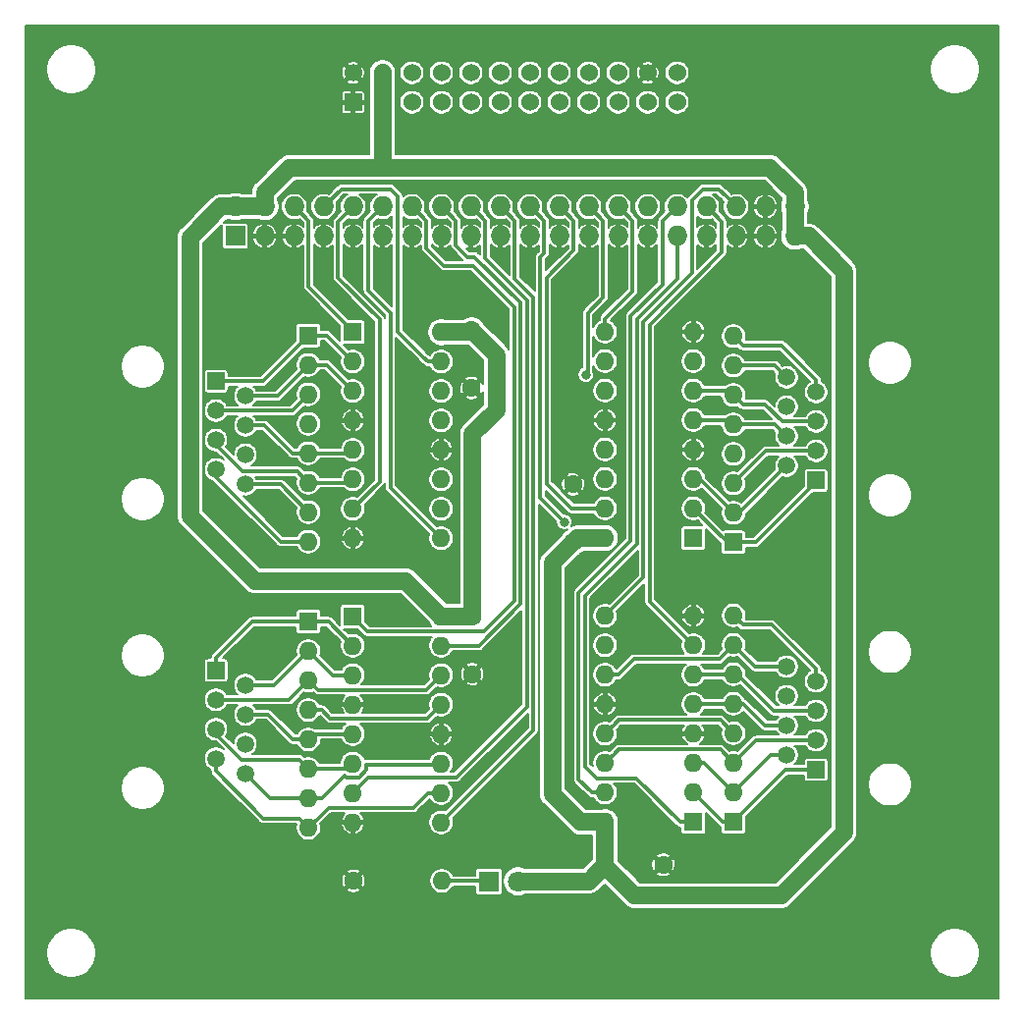
<source format=gbr>
G04 #@! TF.GenerationSoftware,KiCad,Pcbnew,(5.1.12)-1*
G04 #@! TF.CreationDate,2022-01-07T20:06:15-05:00*
G04 #@! TF.ProjectId,Diff_Expansion,44696666-5f45-4787-9061-6e73696f6e2e,v3*
G04 #@! TF.SameCoordinates,Original*
G04 #@! TF.FileFunction,Copper,L1,Top*
G04 #@! TF.FilePolarity,Positive*
%FSLAX46Y46*%
G04 Gerber Fmt 4.6, Leading zero omitted, Abs format (unit mm)*
G04 Created by KiCad (PCBNEW (5.1.12)-1) date 2022-01-07 20:06:15*
%MOMM*%
%LPD*%
G01*
G04 APERTURE LIST*
G04 #@! TA.AperFunction,ComponentPad*
%ADD10C,1.530000*%
G04 #@! TD*
G04 #@! TA.AperFunction,ComponentPad*
%ADD11R,1.530000X1.530000*%
G04 #@! TD*
G04 #@! TA.AperFunction,ComponentPad*
%ADD12O,1.600000X1.600000*%
G04 #@! TD*
G04 #@! TA.AperFunction,ComponentPad*
%ADD13R,1.600000X1.600000*%
G04 #@! TD*
G04 #@! TA.AperFunction,ComponentPad*
%ADD14C,1.500000*%
G04 #@! TD*
G04 #@! TA.AperFunction,ComponentPad*
%ADD15R,1.500000X1.500000*%
G04 #@! TD*
G04 #@! TA.AperFunction,ComponentPad*
%ADD16C,1.600000*%
G04 #@! TD*
G04 #@! TA.AperFunction,ComponentPad*
%ADD17C,1.800000*%
G04 #@! TD*
G04 #@! TA.AperFunction,ComponentPad*
%ADD18R,1.800000X1.800000*%
G04 #@! TD*
G04 #@! TA.AperFunction,ComponentPad*
%ADD19O,1.727200X1.727200*%
G04 #@! TD*
G04 #@! TA.AperFunction,ComponentPad*
%ADD20R,1.727200X1.727200*%
G04 #@! TD*
G04 #@! TA.AperFunction,ViaPad*
%ADD21C,0.800000*%
G04 #@! TD*
G04 #@! TA.AperFunction,Conductor*
%ADD22C,1.500000*%
G04 #@! TD*
G04 #@! TA.AperFunction,Conductor*
%ADD23C,0.350000*%
G04 #@! TD*
G04 #@! TA.AperFunction,Conductor*
%ADD24C,0.200000*%
G04 #@! TD*
G04 #@! TA.AperFunction,Conductor*
%ADD25C,0.100000*%
G04 #@! TD*
G04 APERTURE END LIST*
D10*
X124971000Y-65047800D03*
X124971000Y-67587800D03*
X122431000Y-65047800D03*
X122431000Y-67587800D03*
X119891000Y-65047800D03*
X119891000Y-67587800D03*
X117351000Y-65047800D03*
X117351000Y-67587800D03*
X114811000Y-65047800D03*
X114811000Y-67587800D03*
X112271000Y-65047800D03*
X112271000Y-67587800D03*
X109731000Y-65047800D03*
X109731000Y-67587800D03*
X107191000Y-65047800D03*
X107191000Y-67587800D03*
X104651000Y-65047800D03*
X104651000Y-67587800D03*
X102111000Y-65047800D03*
X102111000Y-67587800D03*
X99571000Y-65047800D03*
X99571000Y-67587800D03*
X97031000Y-65047800D03*
D11*
X97031000Y-67587800D03*
D12*
X118759000Y-105167800D03*
X126379000Y-87387800D03*
X118759000Y-102627800D03*
X126379000Y-89927800D03*
X118759000Y-100087800D03*
X126379000Y-92467800D03*
X118759000Y-97547800D03*
X126379000Y-95007800D03*
X118759000Y-95007800D03*
X126379000Y-97547800D03*
X118759000Y-92467800D03*
X126379000Y-100087800D03*
X118759000Y-89927800D03*
X126379000Y-102627800D03*
X118759000Y-87387800D03*
D13*
X126379000Y-105167800D03*
D12*
X118759000Y-129661800D03*
X126379000Y-111881800D03*
X118759000Y-127121800D03*
X126379000Y-114421800D03*
X118759000Y-124581800D03*
X126379000Y-116961800D03*
X118759000Y-122041800D03*
X126379000Y-119501800D03*
X118759000Y-119501800D03*
X126379000Y-122041800D03*
X118759000Y-116961800D03*
X126379000Y-124581800D03*
X118759000Y-114421800D03*
X126379000Y-127121800D03*
X118759000Y-111881800D03*
D13*
X126379000Y-129661800D03*
D12*
X104629000Y-111911800D03*
X97009000Y-129691800D03*
X104629000Y-114451800D03*
X97009000Y-127151800D03*
X104629000Y-116991800D03*
X97009000Y-124611800D03*
X104629000Y-119531800D03*
X97009000Y-122071800D03*
X104629000Y-122071800D03*
X97009000Y-119531800D03*
X104629000Y-124611800D03*
X97009000Y-116991800D03*
X104629000Y-127151800D03*
X97009000Y-114451800D03*
X104629000Y-129691800D03*
D13*
X97009000Y-111911800D03*
D12*
X104629000Y-87417800D03*
X97009000Y-105197800D03*
X104629000Y-89957800D03*
X97009000Y-102657800D03*
X104629000Y-92497800D03*
X97009000Y-100117800D03*
X104629000Y-95037800D03*
X97009000Y-97577800D03*
X104629000Y-97577800D03*
X97009000Y-95037800D03*
X104629000Y-100117800D03*
X97009000Y-92497800D03*
X104629000Y-102657800D03*
X97009000Y-89957800D03*
X104629000Y-105197800D03*
D13*
X97009000Y-87417800D03*
D12*
X129839000Y-111851800D03*
X129839000Y-114391800D03*
X129839000Y-116931800D03*
X129839000Y-119471800D03*
X129839000Y-122011800D03*
X129839000Y-124551800D03*
X129839000Y-127091800D03*
D13*
X129839000Y-129631800D03*
D12*
X129839000Y-87767800D03*
X129839000Y-90307800D03*
X129839000Y-92847800D03*
X129839000Y-95387800D03*
X129839000Y-97927800D03*
X129839000Y-100467800D03*
X129839000Y-103007800D03*
D13*
X129839000Y-105547800D03*
D12*
X93189000Y-130151800D03*
X93189000Y-127611800D03*
X93189000Y-125071800D03*
X93189000Y-122531800D03*
X93189000Y-119991800D03*
X93189000Y-117451800D03*
X93189000Y-114911800D03*
D13*
X93189000Y-112371800D03*
D12*
X93189000Y-105467800D03*
X93189000Y-102927800D03*
X93189000Y-100387800D03*
X93189000Y-97847800D03*
X93189000Y-95307800D03*
X93189000Y-92767800D03*
X93189000Y-90227800D03*
D13*
X93189000Y-87687800D03*
D14*
X134429000Y-116261800D03*
X136969000Y-117531800D03*
X134429000Y-118801800D03*
X136969000Y-120071800D03*
X134429000Y-121341800D03*
X136969000Y-122611800D03*
X134429000Y-123881800D03*
D15*
X136969000Y-125151800D03*
D14*
X134429000Y-91317800D03*
X136969000Y-92587800D03*
X134429000Y-93857800D03*
X136969000Y-95127800D03*
X134429000Y-96397800D03*
X136969000Y-97667800D03*
X134429000Y-98937800D03*
D15*
X136969000Y-100207800D03*
D14*
X87759000Y-125476800D03*
X85219000Y-124206800D03*
X87759000Y-122936800D03*
X85219000Y-121666800D03*
X87759000Y-120396800D03*
X85219000Y-119126800D03*
X87759000Y-117856800D03*
D15*
X85219000Y-116586800D03*
D14*
X87759000Y-100532800D03*
X85219000Y-99262800D03*
X87759000Y-97992800D03*
X85219000Y-96722800D03*
X87759000Y-95452800D03*
X85219000Y-94182800D03*
X87759000Y-92912800D03*
D15*
X85219000Y-91642800D03*
D16*
X123779000Y-133351800D03*
X118779000Y-133351800D03*
X115999000Y-100547800D03*
X115999000Y-105547800D03*
X107309000Y-116901800D03*
X107309000Y-111901800D03*
X107259000Y-92237800D03*
X107259000Y-87237800D03*
D12*
X104695000Y-134731800D03*
D16*
X97075000Y-134731800D03*
D17*
X111275000Y-134781800D03*
D18*
X108735000Y-134781800D03*
D19*
X135141000Y-76589800D03*
X135141000Y-79129800D03*
X132601000Y-76589800D03*
X132601000Y-79129800D03*
X130061000Y-76589800D03*
X130061000Y-79129800D03*
X127521000Y-76589800D03*
X127521000Y-79129800D03*
X124981000Y-76589800D03*
X124981000Y-79129800D03*
X122441000Y-76589800D03*
X122441000Y-79129800D03*
X119901000Y-76589800D03*
X119901000Y-79129800D03*
X117361000Y-76589800D03*
X117361000Y-79129800D03*
X114821000Y-76589800D03*
X114821000Y-79129800D03*
X112281000Y-76589800D03*
X112281000Y-79129800D03*
X109741000Y-76589800D03*
X109741000Y-79129800D03*
X107201000Y-76589800D03*
X107201000Y-79129800D03*
X104661000Y-76589800D03*
X104661000Y-79129800D03*
X102121000Y-76589800D03*
X102121000Y-79129800D03*
X99581000Y-76589800D03*
X99581000Y-79129800D03*
X97041000Y-76589800D03*
X97041000Y-79129800D03*
X94501000Y-76589800D03*
X94501000Y-79129800D03*
X91961000Y-76589800D03*
X91961000Y-79129800D03*
X89421000Y-76589800D03*
X89421000Y-79129800D03*
X86881000Y-76589800D03*
D20*
X86881000Y-79129800D03*
D21*
X117501000Y-71117800D03*
X106001000Y-71317800D03*
X104401000Y-70617800D03*
X125001000Y-70117800D03*
X117099000Y-91097800D03*
X115245000Y-103773800D03*
D22*
X135141000Y-79129800D02*
X135141000Y-76589800D01*
X89421000Y-76589800D02*
X86881000Y-76589800D01*
X107079000Y-87417800D02*
X107259000Y-87237800D01*
X104629000Y-87417800D02*
X107079000Y-87417800D01*
X116379000Y-105167800D02*
X115999000Y-105547800D01*
X118759000Y-105167800D02*
X116379000Y-105167800D01*
X118779000Y-129681800D02*
X118759000Y-129661800D01*
X118779000Y-133351800D02*
X118779000Y-129681800D01*
X104639000Y-111901800D02*
X104629000Y-111911800D01*
X107309000Y-111901800D02*
X104639000Y-111901800D01*
X116619000Y-129661800D02*
X118759000Y-129661800D01*
X114229000Y-127271800D02*
X116619000Y-129661800D01*
X115999000Y-105547800D02*
X114229000Y-107317800D01*
X114229000Y-107317800D02*
X114229000Y-127271800D01*
X89421000Y-75368486D02*
X89421000Y-76589800D01*
X135141000Y-76589800D02*
X135141000Y-75368486D01*
X118759000Y-130793170D02*
X118759000Y-129661800D01*
X118759000Y-132119802D02*
X118759000Y-130793170D01*
X117349000Y-134781800D02*
X118779000Y-133351800D01*
X111275000Y-134781800D02*
X117349000Y-134781800D01*
X121321000Y-136011800D02*
X118779000Y-133469800D01*
X135141000Y-79129800D02*
X136321000Y-79129800D01*
X133939000Y-136011800D02*
X121321000Y-136011800D01*
X118779000Y-133469800D02*
X118779000Y-133351800D01*
X136321000Y-79129800D02*
X139375000Y-82183800D01*
X139375000Y-82183800D02*
X139375000Y-130575800D01*
X139375000Y-130575800D02*
X133939000Y-136011800D01*
X101571000Y-108853800D02*
X104629000Y-111911800D01*
X85659686Y-76589800D02*
X82987000Y-79262486D01*
X86881000Y-76589800D02*
X85659686Y-76589800D01*
X82987000Y-103265800D02*
X88575000Y-108853800D01*
X88575000Y-108853800D02*
X101571000Y-108853800D01*
X82987000Y-79262486D02*
X82987000Y-103265800D01*
X107319000Y-111891800D02*
X107309000Y-111901800D01*
X107319000Y-96205800D02*
X107319000Y-111891800D01*
X107259000Y-87237800D02*
X109403000Y-89381800D01*
X109403000Y-94121800D02*
X107319000Y-96205800D01*
X109403000Y-89381800D02*
X109403000Y-94121800D01*
X135141000Y-75368486D02*
X132990314Y-73217800D01*
X91571686Y-73217800D02*
X89421000Y-75368486D01*
X96801000Y-73217800D02*
X91571686Y-73217800D01*
X99571000Y-65047800D02*
X99571000Y-67587800D01*
X99571000Y-73147800D02*
X99501000Y-73217800D01*
X99571000Y-67587800D02*
X99571000Y-73147800D01*
X99501000Y-73217800D02*
X96801000Y-73217800D01*
X132990314Y-73217800D02*
X99501000Y-73217800D01*
D23*
X118759000Y-111881800D02*
X122060989Y-108579811D01*
X129197401Y-75726201D02*
X130061000Y-76589800D01*
X126261000Y-76016670D02*
X127205870Y-75071800D01*
X126261000Y-82327968D02*
X126261000Y-76016670D01*
X122060989Y-86527978D02*
X126261000Y-82327968D01*
X122060989Y-108579811D02*
X122060989Y-86527978D01*
X128543000Y-75071800D02*
X129197401Y-75726201D01*
X127205870Y-75071800D02*
X128543000Y-75071800D01*
X109741000Y-76589800D02*
X110979601Y-77828401D01*
X112577033Y-84422334D02*
X112577033Y-121743767D01*
X105428999Y-128891801D02*
X104629000Y-129691800D01*
X112577033Y-121743767D02*
X105428999Y-128891801D01*
X110979601Y-82824902D02*
X112577033Y-84422334D01*
X110979601Y-77828401D02*
X110979601Y-82824902D01*
X128759601Y-77828401D02*
X127521000Y-76589800D01*
X122611000Y-86755800D02*
X128822399Y-80544401D01*
X122611000Y-110653800D02*
X122611000Y-86755800D01*
X126379000Y-114421800D02*
X122611000Y-110653800D01*
X128822399Y-80544401D02*
X128822399Y-77891199D01*
X128822399Y-77891199D02*
X128759601Y-77828401D01*
X98373999Y-125786801D02*
X105931999Y-125786801D01*
X108439601Y-77828401D02*
X107201000Y-76589800D01*
X105931999Y-125786801D02*
X112027022Y-119691778D01*
X112027022Y-119691778D02*
X112027022Y-84650156D01*
X97009000Y-127151800D02*
X98373999Y-125786801D01*
X108439601Y-81062735D02*
X112027022Y-84650156D01*
X108439601Y-77828401D02*
X108439601Y-81062735D01*
X123730989Y-83302315D02*
X120960967Y-86072334D01*
X124981000Y-76589800D02*
X123730989Y-77839811D01*
X117627630Y-127121800D02*
X118759000Y-127121800D01*
X116472989Y-109895978D02*
X116472989Y-125967159D01*
X123730989Y-77839811D02*
X123730989Y-83302315D01*
X116472989Y-125967159D02*
X117627630Y-127121800D01*
X120960967Y-86072334D02*
X120960967Y-105408001D01*
X120960967Y-105408001D02*
X116472989Y-109895978D01*
X111477011Y-110843790D02*
X111477011Y-84877978D01*
X107869000Y-114451800D02*
X111477011Y-110843790D01*
X104629000Y-114451800D02*
X107869000Y-114451800D01*
X107512831Y-80913800D02*
X111477010Y-84877979D01*
X106880435Y-80913800D02*
X107512831Y-80913800D01*
X105899601Y-79932966D02*
X106880435Y-80913800D01*
X104661000Y-76589800D02*
X105899601Y-77828401D01*
X105899601Y-77828401D02*
X105899601Y-79932966D01*
X103359601Y-80204401D02*
X103359601Y-77828401D01*
X104831000Y-81675800D02*
X103359601Y-80204401D01*
X110927000Y-85231800D02*
X107371000Y-81675800D01*
X97009000Y-111953800D02*
X98287000Y-113231800D01*
X97009000Y-111911800D02*
X97009000Y-111953800D01*
X103359601Y-77828401D02*
X102121000Y-76589800D01*
X107371000Y-81675800D02*
X104831000Y-81675800D01*
X108311168Y-113231800D02*
X110927000Y-110615968D01*
X98287000Y-113231800D02*
X108311168Y-113231800D01*
X110927000Y-110615968D02*
X110927000Y-85231800D01*
X103829001Y-104397801D02*
X104629000Y-105197800D01*
X99581000Y-76589800D02*
X98341011Y-77829789D01*
X98341011Y-83821811D02*
X100259000Y-85739800D01*
X100259000Y-85739800D02*
X100259000Y-100827800D01*
X100259000Y-100827800D02*
X103829001Y-104397801D01*
X98341011Y-77829789D02*
X98341011Y-83821811D01*
X117277000Y-90919800D02*
X117099000Y-91097800D01*
X118599601Y-84417199D02*
X117277000Y-85739800D01*
X117277000Y-85739800D02*
X117277000Y-90919800D01*
X117361000Y-76589800D02*
X118599601Y-77828401D01*
X118599601Y-77828401D02*
X118599601Y-84417199D01*
X99319000Y-86323800D02*
X99319000Y-100347800D01*
X99319000Y-100347800D02*
X97009000Y-102657800D01*
X95741000Y-82745800D02*
X99319000Y-86323800D01*
X97041000Y-76589800D02*
X95741000Y-77889800D01*
X95741000Y-82745800D02*
X95741000Y-77889800D01*
X115877000Y-102627800D02*
X113721000Y-100471800D01*
X116059601Y-77828401D02*
X114821000Y-76589800D01*
X118759000Y-102627800D02*
X115877000Y-102627800D01*
X116059601Y-80353199D02*
X116059601Y-77828401D01*
X113721000Y-100471800D02*
X113721000Y-82691800D01*
X113721000Y-82691800D02*
X116059601Y-80353199D01*
X103497630Y-89957800D02*
X104629000Y-89957800D01*
X103089630Y-89549800D02*
X103497630Y-89957800D01*
X94501000Y-76589800D02*
X96019000Y-75071800D01*
X103053000Y-89549800D02*
X103089630Y-89549800D01*
X100882399Y-75695199D02*
X100882399Y-87379199D01*
X100882399Y-87379199D02*
X103053000Y-89549800D01*
X100259000Y-75071800D02*
X100882399Y-75695199D01*
X96019000Y-75071800D02*
X100259000Y-75071800D01*
X112281000Y-76589800D02*
X113519601Y-77828401D01*
X114845001Y-103373801D02*
X115245000Y-103773800D01*
X113519601Y-77828401D02*
X113519601Y-80607199D01*
X113170989Y-80955811D02*
X113170989Y-101699789D01*
X113170989Y-101699789D02*
X114845001Y-103373801D01*
X113519601Y-80607199D02*
X113170989Y-80955811D01*
X97009000Y-87315800D02*
X97009000Y-87417800D01*
X93199601Y-83506401D02*
X97009000Y-87315800D01*
X91961000Y-76589800D02*
X93199601Y-77828401D01*
X93199601Y-77828401D02*
X93199601Y-83506401D01*
X117023000Y-110123800D02*
X117023000Y-124855800D01*
X117023000Y-124855800D02*
X118039000Y-125871800D01*
X124981000Y-79129800D02*
X124981000Y-82830136D01*
X118039000Y-125871800D02*
X121439000Y-125871800D01*
X121510978Y-105635823D02*
X117023000Y-110123800D01*
X121439000Y-125871800D02*
X125229000Y-129661800D01*
X121510978Y-86300156D02*
X121510978Y-105635823D01*
X125229000Y-129661800D02*
X126379000Y-129661800D01*
X124981000Y-82830136D02*
X121510978Y-86300156D01*
X118759000Y-86256430D02*
X118759000Y-87387800D01*
X121139601Y-83875829D02*
X118759000Y-86256430D01*
X119901000Y-76589800D02*
X121139601Y-77828401D01*
X121139601Y-83875829D02*
X121139601Y-77828401D01*
X108685000Y-134731800D02*
X108735000Y-134781800D01*
X104695000Y-134731800D02*
X108685000Y-134731800D01*
X90794000Y-100532800D02*
X93189000Y-102927800D01*
X87759000Y-100532800D02*
X90794000Y-100532800D01*
X85219000Y-99909800D02*
X85219000Y-99262800D01*
X93189000Y-105467800D02*
X90777000Y-105467800D01*
X90777000Y-105467800D02*
X85219000Y-99909800D01*
X96739000Y-100387800D02*
X97009000Y-100117800D01*
X93189000Y-100387800D02*
X96739000Y-100387800D01*
X87508997Y-99407799D02*
X85219000Y-97117802D01*
X93189000Y-100387800D02*
X92208999Y-99407799D01*
X85219000Y-97117802D02*
X85219000Y-96722800D01*
X92208999Y-99407799D02*
X87508997Y-99407799D01*
X96739000Y-97847800D02*
X97009000Y-97577800D01*
X93189000Y-97847800D02*
X96739000Y-97847800D01*
X89398000Y-95452800D02*
X87759000Y-95452800D01*
X93189000Y-97847800D02*
X91793000Y-97847800D01*
X91793000Y-97847800D02*
X89398000Y-95452800D01*
X91774000Y-94182800D02*
X85219000Y-94182800D01*
X93189000Y-92767800D02*
X91774000Y-94182800D01*
X90504000Y-92912800D02*
X87759000Y-92912800D01*
X93189000Y-90227800D02*
X90504000Y-92912800D01*
X94739000Y-90227800D02*
X97009000Y-92497800D01*
X93189000Y-90227800D02*
X94739000Y-90227800D01*
X89234000Y-91642800D02*
X93189000Y-87687800D01*
X85219000Y-91642800D02*
X89234000Y-91642800D01*
X94739000Y-87687800D02*
X93189000Y-87687800D01*
X97009000Y-89957800D02*
X94739000Y-87687800D01*
X89894000Y-127611800D02*
X87759000Y-125476800D01*
X93189000Y-127611800D02*
X89894000Y-127611800D01*
X104539000Y-124701800D02*
X104629000Y-124611800D01*
X98184001Y-124701800D02*
X104539000Y-124701800D01*
X94320370Y-127611800D02*
X96295184Y-125636986D01*
X98184001Y-125175801D02*
X98184001Y-124701800D01*
X93189000Y-127611800D02*
X94320370Y-127611800D01*
X96444999Y-125786801D02*
X97573001Y-125786801D01*
X96295184Y-125636986D02*
X96444999Y-125786801D01*
X97573001Y-125786801D02*
X98184001Y-125175801D01*
X85219000Y-125267460D02*
X85219000Y-124206800D01*
X89303341Y-129351801D02*
X85219000Y-125267460D01*
X92389001Y-129351801D02*
X89303341Y-129351801D01*
X93189000Y-130151800D02*
X92389001Y-129351801D01*
X94929000Y-128411800D02*
X93988999Y-129351801D01*
X102237630Y-128411800D02*
X94929000Y-128411800D01*
X93988999Y-129351801D02*
X93189000Y-130151800D01*
X104629000Y-127151800D02*
X103497630Y-127151800D01*
X103497630Y-127151800D02*
X102237630Y-128411800D01*
X95035371Y-120706801D02*
X103453999Y-120706801D01*
X103453999Y-120706801D02*
X103829001Y-120331799D01*
X94320370Y-119991800D02*
X95035371Y-120706801D01*
X103829001Y-120331799D02*
X104629000Y-119531800D01*
X93189000Y-119991800D02*
X94320370Y-119991800D01*
X96549000Y-125071800D02*
X97009000Y-124611800D01*
X93189000Y-125071800D02*
X96549000Y-125071800D01*
X92389001Y-124271801D02*
X93189000Y-125071800D01*
X87428999Y-124271801D02*
X92389001Y-124271801D01*
X85219000Y-121666800D02*
X85219000Y-122061802D01*
X85219000Y-122061802D02*
X87428999Y-124271801D01*
X93649000Y-122071800D02*
X93189000Y-122531800D01*
X97009000Y-122071800D02*
X93649000Y-122071800D01*
X89704000Y-120396800D02*
X87759000Y-120396800D01*
X93189000Y-122531800D02*
X91839000Y-122531800D01*
X91839000Y-122531800D02*
X89704000Y-120396800D01*
X91514000Y-119126800D02*
X85219000Y-119126800D01*
X93189000Y-117451800D02*
X91514000Y-119126800D01*
X103369001Y-118251799D02*
X103829001Y-117791799D01*
X93988999Y-118251799D02*
X103369001Y-118251799D01*
X103829001Y-117791799D02*
X104629000Y-116991800D01*
X93189000Y-117451800D02*
X93988999Y-118251799D01*
X90244000Y-117856800D02*
X93189000Y-114911800D01*
X87759000Y-117856800D02*
X90244000Y-117856800D01*
X93988999Y-115711799D02*
X93189000Y-114911800D01*
X95269000Y-116991800D02*
X93988999Y-115711799D01*
X97009000Y-116991800D02*
X95269000Y-116991800D01*
X88334000Y-112371800D02*
X85219000Y-115486800D01*
X85219000Y-115486800D02*
X85219000Y-116586800D01*
X93189000Y-112371800D02*
X88334000Y-112371800D01*
X94929000Y-112371800D02*
X97009000Y-114451800D01*
X93189000Y-112371800D02*
X94929000Y-112371800D01*
X133419000Y-90307800D02*
X134429000Y-91317800D01*
X129839000Y-90307800D02*
X133419000Y-90307800D01*
X136969000Y-91527140D02*
X136969000Y-92587800D01*
X134009659Y-88567799D02*
X136969000Y-91527140D01*
X130638999Y-88567799D02*
X134009659Y-88567799D01*
X129839000Y-87767800D02*
X130638999Y-88567799D01*
X135908340Y-95127800D02*
X136969000Y-95127800D01*
X134033998Y-95127800D02*
X135908340Y-95127800D01*
X132553997Y-93647799D02*
X134033998Y-95127800D01*
X130638999Y-93647799D02*
X132553997Y-93647799D01*
X129839000Y-92847800D02*
X130638999Y-93647799D01*
X129459000Y-92467800D02*
X129839000Y-92847800D01*
X126379000Y-92467800D02*
X129459000Y-92467800D01*
X133419000Y-95387800D02*
X134429000Y-96397800D01*
X129839000Y-95387800D02*
X133419000Y-95387800D01*
X129459000Y-95007800D02*
X129839000Y-95387800D01*
X126379000Y-95007800D02*
X129459000Y-95007800D01*
X132639000Y-97667800D02*
X136969000Y-97667800D01*
X129839000Y-100467800D02*
X132639000Y-97667800D01*
X126919000Y-100087800D02*
X126379000Y-100087800D01*
X129839000Y-103007800D02*
X126919000Y-100087800D01*
X130359000Y-103007800D02*
X129839000Y-103007800D01*
X134429000Y-98937800D02*
X130359000Y-103007800D01*
X129299000Y-105547800D02*
X129839000Y-105547800D01*
X126379000Y-102627800D02*
X129299000Y-105547800D01*
X136969000Y-100337800D02*
X136969000Y-100207800D01*
X129839000Y-105547800D02*
X131759000Y-105547800D01*
X131759000Y-105547800D02*
X136969000Y-100337800D01*
X131709000Y-116261800D02*
X129839000Y-114391800D01*
X134429000Y-116261800D02*
X131709000Y-116261800D01*
X121255369Y-115596801D02*
X128633999Y-115596801D01*
X129039001Y-115191799D02*
X129839000Y-114391800D01*
X119890370Y-116961800D02*
X121255369Y-115596801D01*
X128633999Y-115596801D02*
X129039001Y-115191799D01*
X118759000Y-116961800D02*
X119890370Y-116961800D01*
X136969000Y-116471140D02*
X136969000Y-117531800D01*
X133149659Y-112651799D02*
X136969000Y-116471140D01*
X130638999Y-112651799D02*
X133149659Y-112651799D01*
X129839000Y-111851800D02*
X130638999Y-112651799D01*
X119934001Y-120866799D02*
X119558999Y-121241801D01*
X119558999Y-121241801D02*
X118759000Y-122041800D01*
X128693999Y-120866799D02*
X119934001Y-120866799D01*
X129839000Y-122011800D02*
X128693999Y-120866799D01*
X126409000Y-116931800D02*
X126379000Y-116961800D01*
X129839000Y-116931800D02*
X126409000Y-116931800D01*
X135908340Y-120071800D02*
X136969000Y-120071800D01*
X133321000Y-120071800D02*
X135908340Y-120071800D01*
X130231000Y-116981800D02*
X133321000Y-120071800D01*
X129839000Y-116931800D02*
X129889000Y-116981800D01*
X129889000Y-116981800D02*
X130231000Y-116981800D01*
X126409000Y-119471800D02*
X126379000Y-119501800D01*
X129839000Y-119471800D02*
X126409000Y-119471800D01*
X130689000Y-119471800D02*
X129839000Y-119471800D01*
X134429000Y-121341800D02*
X132559000Y-121341800D01*
X132559000Y-121341800D02*
X130689000Y-119471800D01*
X131779000Y-122611800D02*
X129839000Y-124551800D01*
X136969000Y-122611800D02*
X131779000Y-122611800D01*
X119558999Y-123781801D02*
X118759000Y-124581800D01*
X119934001Y-123406799D02*
X119558999Y-123781801D01*
X128693999Y-123406799D02*
X119934001Y-123406799D01*
X129839000Y-124551800D02*
X128693999Y-123406799D01*
X133049000Y-123881800D02*
X129839000Y-127091800D01*
X134429000Y-123881800D02*
X133049000Y-123881800D01*
X127329000Y-124581800D02*
X126379000Y-124581800D01*
X129839000Y-127091800D02*
X127329000Y-124581800D01*
X128889000Y-129631800D02*
X129839000Y-129631800D01*
X126379000Y-127121800D02*
X128889000Y-129631800D01*
X134319000Y-125151800D02*
X129839000Y-129631800D01*
X136969000Y-125151800D02*
X134319000Y-125151800D01*
D24*
X152666000Y-144876800D02*
X68788000Y-144876800D01*
X68788000Y-140758043D01*
X70581000Y-140758043D01*
X70581000Y-141181557D01*
X70663623Y-141596932D01*
X70825695Y-141988207D01*
X71060986Y-142340345D01*
X71360455Y-142639814D01*
X71712593Y-142875105D01*
X72103868Y-143037177D01*
X72519243Y-143119800D01*
X72942757Y-143119800D01*
X73358132Y-143037177D01*
X73749407Y-142875105D01*
X74101545Y-142639814D01*
X74401014Y-142340345D01*
X74636305Y-141988207D01*
X74798377Y-141596932D01*
X74881000Y-141181557D01*
X74881000Y-140758043D01*
X146781000Y-140758043D01*
X146781000Y-141181557D01*
X146863623Y-141596932D01*
X147025695Y-141988207D01*
X147260986Y-142340345D01*
X147560455Y-142639814D01*
X147912593Y-142875105D01*
X148303868Y-143037177D01*
X148719243Y-143119800D01*
X149142757Y-143119800D01*
X149558132Y-143037177D01*
X149949407Y-142875105D01*
X150301545Y-142639814D01*
X150601014Y-142340345D01*
X150836305Y-141988207D01*
X150998377Y-141596932D01*
X151081000Y-141181557D01*
X151081000Y-140758043D01*
X150998377Y-140342668D01*
X150836305Y-139951393D01*
X150601014Y-139599255D01*
X150301545Y-139299786D01*
X149949407Y-139064495D01*
X149558132Y-138902423D01*
X149142757Y-138819800D01*
X148719243Y-138819800D01*
X148303868Y-138902423D01*
X147912593Y-139064495D01*
X147560455Y-139299786D01*
X147260986Y-139599255D01*
X147025695Y-139951393D01*
X146863623Y-140342668D01*
X146781000Y-140758043D01*
X74881000Y-140758043D01*
X74798377Y-140342668D01*
X74636305Y-139951393D01*
X74401014Y-139599255D01*
X74101545Y-139299786D01*
X73749407Y-139064495D01*
X73358132Y-138902423D01*
X72942757Y-138819800D01*
X72519243Y-138819800D01*
X72103868Y-138902423D01*
X71712593Y-139064495D01*
X71360455Y-139299786D01*
X71060986Y-139599255D01*
X70825695Y-139951393D01*
X70663623Y-140342668D01*
X70581000Y-140758043D01*
X68788000Y-140758043D01*
X68788000Y-135516462D01*
X96467115Y-135516462D01*
X96560334Y-135652840D01*
X96749910Y-135735549D01*
X96951978Y-135779684D01*
X97158773Y-135783550D01*
X97362350Y-135746997D01*
X97554884Y-135671432D01*
X97589666Y-135652840D01*
X97682885Y-135516462D01*
X97075000Y-134908577D01*
X96467115Y-135516462D01*
X68788000Y-135516462D01*
X68788000Y-134815573D01*
X96023250Y-134815573D01*
X96059803Y-135019150D01*
X96135368Y-135211684D01*
X96153960Y-135246466D01*
X96290338Y-135339685D01*
X96898223Y-134731800D01*
X97251777Y-134731800D01*
X97859662Y-135339685D01*
X97996040Y-135246466D01*
X98078749Y-135056890D01*
X98122884Y-134854822D01*
X98126750Y-134648027D01*
X98122339Y-134623459D01*
X103595000Y-134623459D01*
X103595000Y-134840141D01*
X103637273Y-135052658D01*
X103720193Y-135252845D01*
X103840575Y-135433009D01*
X103993791Y-135586225D01*
X104173955Y-135706607D01*
X104374142Y-135789527D01*
X104586659Y-135831800D01*
X104803341Y-135831800D01*
X105015858Y-135789527D01*
X105216045Y-135706607D01*
X105396209Y-135586225D01*
X105549425Y-135433009D01*
X105669807Y-135252845D01*
X105688879Y-135206800D01*
X107533549Y-135206800D01*
X107533549Y-135681800D01*
X107539341Y-135740610D01*
X107556496Y-135797160D01*
X107584353Y-135849277D01*
X107621842Y-135894958D01*
X107667523Y-135932447D01*
X107719640Y-135960304D01*
X107776190Y-135977459D01*
X107835000Y-135983251D01*
X109635000Y-135983251D01*
X109693810Y-135977459D01*
X109750360Y-135960304D01*
X109802477Y-135932447D01*
X109848158Y-135894958D01*
X109885647Y-135849277D01*
X109913504Y-135797160D01*
X109930659Y-135740610D01*
X109936451Y-135681800D01*
X109936451Y-133881800D01*
X109930659Y-133822990D01*
X109913504Y-133766440D01*
X109885647Y-133714323D01*
X109848158Y-133668642D01*
X109802477Y-133631153D01*
X109750360Y-133603296D01*
X109693810Y-133586141D01*
X109635000Y-133580349D01*
X107835000Y-133580349D01*
X107776190Y-133586141D01*
X107719640Y-133603296D01*
X107667523Y-133631153D01*
X107621842Y-133668642D01*
X107584353Y-133714323D01*
X107556496Y-133766440D01*
X107539341Y-133822990D01*
X107533549Y-133881800D01*
X107533549Y-134256800D01*
X105688879Y-134256800D01*
X105669807Y-134210755D01*
X105549425Y-134030591D01*
X105396209Y-133877375D01*
X105216045Y-133756993D01*
X105015858Y-133674073D01*
X104803341Y-133631800D01*
X104586659Y-133631800D01*
X104374142Y-133674073D01*
X104173955Y-133756993D01*
X103993791Y-133877375D01*
X103840575Y-134030591D01*
X103720193Y-134210755D01*
X103637273Y-134410942D01*
X103595000Y-134623459D01*
X98122339Y-134623459D01*
X98090197Y-134444450D01*
X98014632Y-134251916D01*
X97996040Y-134217134D01*
X97859662Y-134123915D01*
X97251777Y-134731800D01*
X96898223Y-134731800D01*
X96290338Y-134123915D01*
X96153960Y-134217134D01*
X96071251Y-134406710D01*
X96027116Y-134608778D01*
X96023250Y-134815573D01*
X68788000Y-134815573D01*
X68788000Y-133947138D01*
X96467115Y-133947138D01*
X97075000Y-134555023D01*
X97682885Y-133947138D01*
X97589666Y-133810760D01*
X97400090Y-133728051D01*
X97198022Y-133683916D01*
X96991227Y-133680050D01*
X96787650Y-133716603D01*
X96595116Y-133792168D01*
X96560334Y-133810760D01*
X96467115Y-133947138D01*
X68788000Y-133947138D01*
X68788000Y-126559666D01*
X76969000Y-126559666D01*
X76969000Y-126933934D01*
X77042016Y-127301009D01*
X77185242Y-127646787D01*
X77393174Y-127957979D01*
X77657821Y-128222626D01*
X77969013Y-128430558D01*
X78314791Y-128573784D01*
X78681866Y-128646800D01*
X79056134Y-128646800D01*
X79423209Y-128573784D01*
X79768987Y-128430558D01*
X80080179Y-128222626D01*
X80344826Y-127957979D01*
X80552758Y-127646787D01*
X80695984Y-127301009D01*
X80769000Y-126933934D01*
X80769000Y-126559666D01*
X80695984Y-126192591D01*
X80552758Y-125846813D01*
X80344826Y-125535621D01*
X80080179Y-125270974D01*
X79768987Y-125063042D01*
X79423209Y-124919816D01*
X79056134Y-124846800D01*
X78681866Y-124846800D01*
X78314791Y-124919816D01*
X77969013Y-125063042D01*
X77657821Y-125270974D01*
X77393174Y-125535621D01*
X77185242Y-125846813D01*
X77042016Y-126192591D01*
X76969000Y-126559666D01*
X68788000Y-126559666D01*
X68788000Y-119023384D01*
X84169000Y-119023384D01*
X84169000Y-119230216D01*
X84209350Y-119433074D01*
X84288502Y-119624162D01*
X84403411Y-119796136D01*
X84549664Y-119942389D01*
X84721638Y-120057298D01*
X84912726Y-120136450D01*
X85115584Y-120176800D01*
X85322416Y-120176800D01*
X85525274Y-120136450D01*
X85716362Y-120057298D01*
X85888336Y-119942389D01*
X86034589Y-119796136D01*
X86149498Y-119624162D01*
X86158761Y-119601800D01*
X87069075Y-119601800D01*
X86943411Y-119727464D01*
X86828502Y-119899438D01*
X86749350Y-120090526D01*
X86709000Y-120293384D01*
X86709000Y-120500216D01*
X86749350Y-120703074D01*
X86828502Y-120894162D01*
X86943411Y-121066136D01*
X87089664Y-121212389D01*
X87261638Y-121327298D01*
X87452726Y-121406450D01*
X87655584Y-121446800D01*
X87862416Y-121446800D01*
X88065274Y-121406450D01*
X88256362Y-121327298D01*
X88428336Y-121212389D01*
X88574589Y-121066136D01*
X88689498Y-120894162D01*
X88698761Y-120871800D01*
X89507250Y-120871800D01*
X91486621Y-122851172D01*
X91501499Y-122869301D01*
X91573827Y-122928659D01*
X91656346Y-122972766D01*
X91701974Y-122986607D01*
X91745883Y-122999927D01*
X91839000Y-123009098D01*
X91862332Y-123006800D01*
X92195121Y-123006800D01*
X92214193Y-123052845D01*
X92334575Y-123233009D01*
X92487791Y-123386225D01*
X92667955Y-123506607D01*
X92868142Y-123589527D01*
X93080659Y-123631800D01*
X93297341Y-123631800D01*
X93509858Y-123589527D01*
X93710045Y-123506607D01*
X93890209Y-123386225D01*
X94043425Y-123233009D01*
X94163807Y-123052845D01*
X94246727Y-122852658D01*
X94289000Y-122640141D01*
X94289000Y-122546800D01*
X96015121Y-122546800D01*
X96034193Y-122592845D01*
X96154575Y-122773009D01*
X96307791Y-122926225D01*
X96487955Y-123046607D01*
X96688142Y-123129527D01*
X96900659Y-123171800D01*
X97117341Y-123171800D01*
X97329858Y-123129527D01*
X97530045Y-123046607D01*
X97710209Y-122926225D01*
X97863425Y-122773009D01*
X97983807Y-122592845D01*
X98066727Y-122392658D01*
X98073551Y-122358349D01*
X103618857Y-122358349D01*
X103629892Y-122394751D01*
X103712094Y-122583462D01*
X103829532Y-122752510D01*
X103977694Y-122895399D01*
X104150885Y-123006637D01*
X104342450Y-123081950D01*
X104504000Y-123051840D01*
X104504000Y-122196800D01*
X104754000Y-122196800D01*
X104754000Y-123051840D01*
X104915550Y-123081950D01*
X105107115Y-123006637D01*
X105280306Y-122895399D01*
X105428468Y-122752510D01*
X105545906Y-122583462D01*
X105628108Y-122394751D01*
X105639143Y-122358349D01*
X105608557Y-122196800D01*
X104754000Y-122196800D01*
X104504000Y-122196800D01*
X103649443Y-122196800D01*
X103618857Y-122358349D01*
X98073551Y-122358349D01*
X98109000Y-122180141D01*
X98109000Y-121963459D01*
X98073552Y-121785251D01*
X103618857Y-121785251D01*
X103649443Y-121946800D01*
X104504000Y-121946800D01*
X104504000Y-121091760D01*
X104754000Y-121091760D01*
X104754000Y-121946800D01*
X105608557Y-121946800D01*
X105639143Y-121785251D01*
X105628108Y-121748849D01*
X105545906Y-121560138D01*
X105428468Y-121391090D01*
X105280306Y-121248201D01*
X105107115Y-121136963D01*
X104915550Y-121061650D01*
X104754000Y-121091760D01*
X104504000Y-121091760D01*
X104342450Y-121061650D01*
X104150885Y-121136963D01*
X103977694Y-121248201D01*
X103829532Y-121391090D01*
X103712094Y-121560138D01*
X103629892Y-121748849D01*
X103618857Y-121785251D01*
X98073552Y-121785251D01*
X98066727Y-121750942D01*
X97983807Y-121550755D01*
X97863425Y-121370591D01*
X97710209Y-121217375D01*
X97656969Y-121181801D01*
X103430667Y-121181801D01*
X103453999Y-121184099D01*
X103477331Y-121181801D01*
X103547115Y-121174928D01*
X103636653Y-121147767D01*
X103719172Y-121103660D01*
X103791500Y-121044302D01*
X103806383Y-121026167D01*
X104181374Y-120651177D01*
X104181378Y-120651172D01*
X104262096Y-120570454D01*
X104308142Y-120589527D01*
X104520659Y-120631800D01*
X104737341Y-120631800D01*
X104949858Y-120589527D01*
X105150045Y-120506607D01*
X105330209Y-120386225D01*
X105483425Y-120233009D01*
X105603807Y-120052845D01*
X105686727Y-119852658D01*
X105729000Y-119640141D01*
X105729000Y-119423459D01*
X105686727Y-119210942D01*
X105603807Y-119010755D01*
X105483425Y-118830591D01*
X105330209Y-118677375D01*
X105150045Y-118556993D01*
X104949858Y-118474073D01*
X104737341Y-118431800D01*
X104520659Y-118431800D01*
X104308142Y-118474073D01*
X104107955Y-118556993D01*
X103927791Y-118677375D01*
X103774575Y-118830591D01*
X103654193Y-119010755D01*
X103571273Y-119210942D01*
X103529000Y-119423459D01*
X103529000Y-119640141D01*
X103571273Y-119852658D01*
X103590346Y-119898704D01*
X103509628Y-119979422D01*
X103509623Y-119979426D01*
X103257249Y-120231801D01*
X97788465Y-120231801D01*
X97808468Y-120212510D01*
X97925906Y-120043462D01*
X98008108Y-119854751D01*
X98019143Y-119818349D01*
X97988557Y-119656800D01*
X97134000Y-119656800D01*
X97134000Y-119676800D01*
X96884000Y-119676800D01*
X96884000Y-119656800D01*
X96029443Y-119656800D01*
X95998857Y-119818349D01*
X96009892Y-119854751D01*
X96092094Y-120043462D01*
X96209532Y-120212510D01*
X96229535Y-120231801D01*
X95232122Y-120231801D01*
X94672754Y-119672434D01*
X94657871Y-119654299D01*
X94585543Y-119594941D01*
X94503024Y-119550834D01*
X94413486Y-119523673D01*
X94343702Y-119516800D01*
X94320370Y-119514502D01*
X94297038Y-119516800D01*
X94182879Y-119516800D01*
X94163807Y-119470755D01*
X94043425Y-119290591D01*
X93890209Y-119137375D01*
X93710045Y-119016993D01*
X93509858Y-118934073D01*
X93297341Y-118891800D01*
X93080659Y-118891800D01*
X92868142Y-118934073D01*
X92667955Y-119016993D01*
X92487791Y-119137375D01*
X92334575Y-119290591D01*
X92214193Y-119470755D01*
X92131273Y-119670942D01*
X92089000Y-119883459D01*
X92089000Y-120100141D01*
X92131273Y-120312658D01*
X92214193Y-120512845D01*
X92334575Y-120693009D01*
X92487791Y-120846225D01*
X92667955Y-120966607D01*
X92868142Y-121049527D01*
X93080659Y-121091800D01*
X93297341Y-121091800D01*
X93509858Y-121049527D01*
X93710045Y-120966607D01*
X93890209Y-120846225D01*
X94043425Y-120693009D01*
X94163807Y-120512845D01*
X94165523Y-120508703D01*
X94682991Y-121026172D01*
X94697870Y-121044302D01*
X94770198Y-121103660D01*
X94852717Y-121147767D01*
X94915093Y-121166689D01*
X94942254Y-121174928D01*
X95035370Y-121184099D01*
X95058702Y-121181801D01*
X96361031Y-121181801D01*
X96307791Y-121217375D01*
X96154575Y-121370591D01*
X96034193Y-121550755D01*
X96015121Y-121596800D01*
X93769620Y-121596800D01*
X93710045Y-121556993D01*
X93509858Y-121474073D01*
X93297341Y-121431800D01*
X93080659Y-121431800D01*
X92868142Y-121474073D01*
X92667955Y-121556993D01*
X92487791Y-121677375D01*
X92334575Y-121830591D01*
X92214193Y-122010755D01*
X92195121Y-122056800D01*
X92035751Y-122056800D01*
X90056384Y-120077434D01*
X90041501Y-120059299D01*
X89969173Y-119999941D01*
X89886654Y-119955834D01*
X89797116Y-119928673D01*
X89727332Y-119921800D01*
X89704000Y-119919502D01*
X89680668Y-119921800D01*
X88698761Y-119921800D01*
X88689498Y-119899438D01*
X88574589Y-119727464D01*
X88448925Y-119601800D01*
X91490668Y-119601800D01*
X91514000Y-119604098D01*
X91537332Y-119601800D01*
X91607116Y-119594927D01*
X91696654Y-119567766D01*
X91779173Y-119523659D01*
X91851501Y-119464301D01*
X91866384Y-119446166D01*
X92822097Y-118490454D01*
X92868142Y-118509527D01*
X93080659Y-118551800D01*
X93297341Y-118551800D01*
X93509858Y-118509527D01*
X93555904Y-118490454D01*
X93636619Y-118571170D01*
X93651498Y-118589300D01*
X93723826Y-118648658D01*
X93806345Y-118692765D01*
X93857231Y-118708201D01*
X93895882Y-118719926D01*
X93988998Y-118729097D01*
X94012330Y-118726799D01*
X96338410Y-118726799D01*
X96209532Y-118851090D01*
X96092094Y-119020138D01*
X96009892Y-119208849D01*
X95998857Y-119245251D01*
X96029443Y-119406800D01*
X96884000Y-119406800D01*
X96884000Y-119386800D01*
X97134000Y-119386800D01*
X97134000Y-119406800D01*
X97988557Y-119406800D01*
X98019143Y-119245251D01*
X98008108Y-119208849D01*
X97925906Y-119020138D01*
X97808468Y-118851090D01*
X97679590Y-118726799D01*
X103345669Y-118726799D01*
X103369001Y-118729097D01*
X103392333Y-118726799D01*
X103462117Y-118719926D01*
X103551655Y-118692765D01*
X103634174Y-118648658D01*
X103706502Y-118589300D01*
X103721385Y-118571165D01*
X104181374Y-118111177D01*
X104181378Y-118111172D01*
X104262096Y-118030454D01*
X104308142Y-118049527D01*
X104520659Y-118091800D01*
X104737341Y-118091800D01*
X104949858Y-118049527D01*
X105150045Y-117966607D01*
X105330209Y-117846225D01*
X105483425Y-117693009D01*
X105487799Y-117686462D01*
X106701115Y-117686462D01*
X106794334Y-117822840D01*
X106983910Y-117905549D01*
X107185978Y-117949684D01*
X107392773Y-117953550D01*
X107596350Y-117916997D01*
X107788884Y-117841432D01*
X107823666Y-117822840D01*
X107916885Y-117686462D01*
X107309000Y-117078577D01*
X106701115Y-117686462D01*
X105487799Y-117686462D01*
X105603807Y-117512845D01*
X105686727Y-117312658D01*
X105729000Y-117100141D01*
X105729000Y-116985573D01*
X106257250Y-116985573D01*
X106293803Y-117189150D01*
X106369368Y-117381684D01*
X106387960Y-117416466D01*
X106524338Y-117509685D01*
X107132223Y-116901800D01*
X107485777Y-116901800D01*
X108093662Y-117509685D01*
X108230040Y-117416466D01*
X108312749Y-117226890D01*
X108356884Y-117024822D01*
X108360750Y-116818027D01*
X108324197Y-116614450D01*
X108248632Y-116421916D01*
X108230040Y-116387134D01*
X108093662Y-116293915D01*
X107485777Y-116901800D01*
X107132223Y-116901800D01*
X106524338Y-116293915D01*
X106387960Y-116387134D01*
X106305251Y-116576710D01*
X106261116Y-116778778D01*
X106257250Y-116985573D01*
X105729000Y-116985573D01*
X105729000Y-116883459D01*
X105686727Y-116670942D01*
X105603807Y-116470755D01*
X105483425Y-116290591D01*
X105330209Y-116137375D01*
X105299923Y-116117138D01*
X106701115Y-116117138D01*
X107309000Y-116725023D01*
X107916885Y-116117138D01*
X107823666Y-115980760D01*
X107634090Y-115898051D01*
X107432022Y-115853916D01*
X107225227Y-115850050D01*
X107021650Y-115886603D01*
X106829116Y-115962168D01*
X106794334Y-115980760D01*
X106701115Y-116117138D01*
X105299923Y-116117138D01*
X105150045Y-116016993D01*
X104949858Y-115934073D01*
X104737341Y-115891800D01*
X104520659Y-115891800D01*
X104308142Y-115934073D01*
X104107955Y-116016993D01*
X103927791Y-116137375D01*
X103774575Y-116290591D01*
X103654193Y-116470755D01*
X103571273Y-116670942D01*
X103529000Y-116883459D01*
X103529000Y-117100141D01*
X103571273Y-117312658D01*
X103590346Y-117358704D01*
X103509628Y-117439422D01*
X103509623Y-117439426D01*
X103172251Y-117776799D01*
X97779635Y-117776799D01*
X97863425Y-117693009D01*
X97983807Y-117512845D01*
X98066727Y-117312658D01*
X98109000Y-117100141D01*
X98109000Y-116883459D01*
X98066727Y-116670942D01*
X97983807Y-116470755D01*
X97863425Y-116290591D01*
X97710209Y-116137375D01*
X97530045Y-116016993D01*
X97329858Y-115934073D01*
X97117341Y-115891800D01*
X96900659Y-115891800D01*
X96688142Y-115934073D01*
X96487955Y-116016993D01*
X96307791Y-116137375D01*
X96154575Y-116290591D01*
X96034193Y-116470755D01*
X96015121Y-116516800D01*
X95465752Y-116516800D01*
X94341376Y-115392426D01*
X94341372Y-115392421D01*
X94227654Y-115278704D01*
X94246727Y-115232658D01*
X94289000Y-115020141D01*
X94289000Y-114803459D01*
X94246727Y-114590942D01*
X94163807Y-114390755D01*
X94043425Y-114210591D01*
X93890209Y-114057375D01*
X93710045Y-113936993D01*
X93509858Y-113854073D01*
X93297341Y-113811800D01*
X93080659Y-113811800D01*
X92868142Y-113854073D01*
X92667955Y-113936993D01*
X92487791Y-114057375D01*
X92334575Y-114210591D01*
X92214193Y-114390755D01*
X92131273Y-114590942D01*
X92089000Y-114803459D01*
X92089000Y-115020141D01*
X92131273Y-115232658D01*
X92150346Y-115278704D01*
X90047250Y-117381800D01*
X88698761Y-117381800D01*
X88689498Y-117359438D01*
X88574589Y-117187464D01*
X88428336Y-117041211D01*
X88256362Y-116926302D01*
X88065274Y-116847150D01*
X87862416Y-116806800D01*
X87655584Y-116806800D01*
X87452726Y-116847150D01*
X87261638Y-116926302D01*
X87089664Y-117041211D01*
X86943411Y-117187464D01*
X86828502Y-117359438D01*
X86749350Y-117550526D01*
X86709000Y-117753384D01*
X86709000Y-117960216D01*
X86749350Y-118163074D01*
X86828502Y-118354162D01*
X86943411Y-118526136D01*
X87069075Y-118651800D01*
X86158761Y-118651800D01*
X86149498Y-118629438D01*
X86034589Y-118457464D01*
X85888336Y-118311211D01*
X85716362Y-118196302D01*
X85525274Y-118117150D01*
X85322416Y-118076800D01*
X85115584Y-118076800D01*
X84912726Y-118117150D01*
X84721638Y-118196302D01*
X84549664Y-118311211D01*
X84403411Y-118457464D01*
X84288502Y-118629438D01*
X84209350Y-118820526D01*
X84169000Y-119023384D01*
X68788000Y-119023384D01*
X68788000Y-115129666D01*
X76969000Y-115129666D01*
X76969000Y-115503934D01*
X77042016Y-115871009D01*
X77185242Y-116216787D01*
X77393174Y-116527979D01*
X77657821Y-116792626D01*
X77969013Y-117000558D01*
X78314791Y-117143784D01*
X78681866Y-117216800D01*
X79056134Y-117216800D01*
X79423209Y-117143784D01*
X79768987Y-117000558D01*
X80080179Y-116792626D01*
X80344826Y-116527979D01*
X80552758Y-116216787D01*
X80695984Y-115871009D01*
X80769000Y-115503934D01*
X80769000Y-115129666D01*
X80695984Y-114762591D01*
X80552758Y-114416813D01*
X80344826Y-114105621D01*
X80080179Y-113840974D01*
X79768987Y-113633042D01*
X79423209Y-113489816D01*
X79056134Y-113416800D01*
X78681866Y-113416800D01*
X78314791Y-113489816D01*
X77969013Y-113633042D01*
X77657821Y-113840974D01*
X77393174Y-114105621D01*
X77185242Y-114416813D01*
X77042016Y-114762591D01*
X76969000Y-115129666D01*
X68788000Y-115129666D01*
X68788000Y-101615666D01*
X76969000Y-101615666D01*
X76969000Y-101989934D01*
X77042016Y-102357009D01*
X77185242Y-102702787D01*
X77393174Y-103013979D01*
X77657821Y-103278626D01*
X77969013Y-103486558D01*
X78314791Y-103629784D01*
X78681866Y-103702800D01*
X79056134Y-103702800D01*
X79423209Y-103629784D01*
X79768987Y-103486558D01*
X80080179Y-103278626D01*
X80344826Y-103013979D01*
X80552758Y-102702787D01*
X80695984Y-102357009D01*
X80769000Y-101989934D01*
X80769000Y-101615666D01*
X80695984Y-101248591D01*
X80552758Y-100902813D01*
X80344826Y-100591621D01*
X80080179Y-100326974D01*
X79768987Y-100119042D01*
X79423209Y-99975816D01*
X79056134Y-99902800D01*
X78681866Y-99902800D01*
X78314791Y-99975816D01*
X77969013Y-100119042D01*
X77657821Y-100326974D01*
X77393174Y-100591621D01*
X77185242Y-100902813D01*
X77042016Y-101248591D01*
X76969000Y-101615666D01*
X68788000Y-101615666D01*
X68788000Y-90185666D01*
X76969000Y-90185666D01*
X76969000Y-90559934D01*
X77042016Y-90927009D01*
X77185242Y-91272787D01*
X77393174Y-91583979D01*
X77657821Y-91848626D01*
X77969013Y-92056558D01*
X78314791Y-92199784D01*
X78681866Y-92272800D01*
X79056134Y-92272800D01*
X79423209Y-92199784D01*
X79768987Y-92056558D01*
X80080179Y-91848626D01*
X80344826Y-91583979D01*
X80552758Y-91272787D01*
X80695984Y-90927009D01*
X80769000Y-90559934D01*
X80769000Y-90185666D01*
X80695984Y-89818591D01*
X80552758Y-89472813D01*
X80344826Y-89161621D01*
X80080179Y-88896974D01*
X79768987Y-88689042D01*
X79423209Y-88545816D01*
X79056134Y-88472800D01*
X78681866Y-88472800D01*
X78314791Y-88545816D01*
X77969013Y-88689042D01*
X77657821Y-88896974D01*
X77393174Y-89161621D01*
X77185242Y-89472813D01*
X77042016Y-89818591D01*
X76969000Y-90185666D01*
X68788000Y-90185666D01*
X68788000Y-79262486D01*
X81831437Y-79262486D01*
X81837000Y-79318968D01*
X81837001Y-103209308D01*
X81831437Y-103265800D01*
X81837001Y-103322292D01*
X81853641Y-103491239D01*
X81919399Y-103708015D01*
X82026185Y-103907797D01*
X82169894Y-104082907D01*
X82213776Y-104118920D01*
X87721884Y-109627030D01*
X87757893Y-109670907D01*
X87801769Y-109706915D01*
X87801772Y-109706918D01*
X87895676Y-109783983D01*
X87933003Y-109814616D01*
X88132785Y-109921402D01*
X88349561Y-109987160D01*
X88518508Y-110003800D01*
X88518517Y-110003800D01*
X88574999Y-110009363D01*
X88631481Y-110003800D01*
X101094656Y-110003800D01*
X103561689Y-112470834D01*
X103565574Y-112480213D01*
X103696899Y-112676755D01*
X103776944Y-112756800D01*
X98483751Y-112756800D01*
X98110451Y-112383500D01*
X98110451Y-111111800D01*
X98104659Y-111052990D01*
X98087504Y-110996440D01*
X98059647Y-110944323D01*
X98022158Y-110898642D01*
X97976477Y-110861153D01*
X97924360Y-110833296D01*
X97867810Y-110816141D01*
X97809000Y-110810349D01*
X96209000Y-110810349D01*
X96150190Y-110816141D01*
X96093640Y-110833296D01*
X96041523Y-110861153D01*
X95995842Y-110898642D01*
X95958353Y-110944323D01*
X95930496Y-110996440D01*
X95913341Y-111052990D01*
X95907549Y-111111800D01*
X95907549Y-112678599D01*
X95281384Y-112052434D01*
X95266501Y-112034299D01*
X95194173Y-111974941D01*
X95111654Y-111930834D01*
X95022116Y-111903673D01*
X94952332Y-111896800D01*
X94929000Y-111894502D01*
X94905668Y-111896800D01*
X94290451Y-111896800D01*
X94290451Y-111571800D01*
X94284659Y-111512990D01*
X94267504Y-111456440D01*
X94239647Y-111404323D01*
X94202158Y-111358642D01*
X94156477Y-111321153D01*
X94104360Y-111293296D01*
X94047810Y-111276141D01*
X93989000Y-111270349D01*
X92389000Y-111270349D01*
X92330190Y-111276141D01*
X92273640Y-111293296D01*
X92221523Y-111321153D01*
X92175842Y-111358642D01*
X92138353Y-111404323D01*
X92110496Y-111456440D01*
X92093341Y-111512990D01*
X92087549Y-111571800D01*
X92087549Y-111896800D01*
X88357331Y-111896800D01*
X88333999Y-111894502D01*
X88240883Y-111903673D01*
X88214096Y-111911799D01*
X88151346Y-111930834D01*
X88068827Y-111974941D01*
X87996499Y-112034299D01*
X87981621Y-112052428D01*
X84899634Y-115134416D01*
X84881499Y-115149299D01*
X84822141Y-115221627D01*
X84778034Y-115304147D01*
X84761265Y-115359426D01*
X84750873Y-115393684D01*
X84741702Y-115486800D01*
X84744000Y-115510133D01*
X84744000Y-115535349D01*
X84469000Y-115535349D01*
X84410190Y-115541141D01*
X84353640Y-115558296D01*
X84301523Y-115586153D01*
X84255842Y-115623642D01*
X84218353Y-115669323D01*
X84190496Y-115721440D01*
X84173341Y-115777990D01*
X84167549Y-115836800D01*
X84167549Y-117336800D01*
X84173341Y-117395610D01*
X84190496Y-117452160D01*
X84218353Y-117504277D01*
X84255842Y-117549958D01*
X84301523Y-117587447D01*
X84353640Y-117615304D01*
X84410190Y-117632459D01*
X84469000Y-117638251D01*
X85969000Y-117638251D01*
X86027810Y-117632459D01*
X86084360Y-117615304D01*
X86136477Y-117587447D01*
X86182158Y-117549958D01*
X86219647Y-117504277D01*
X86247504Y-117452160D01*
X86264659Y-117395610D01*
X86270451Y-117336800D01*
X86270451Y-115836800D01*
X86264659Y-115777990D01*
X86247504Y-115721440D01*
X86219647Y-115669323D01*
X86182158Y-115623642D01*
X86136477Y-115586153D01*
X86084360Y-115558296D01*
X86027810Y-115541141D01*
X85969000Y-115535349D01*
X85842201Y-115535349D01*
X88530751Y-112846800D01*
X92087549Y-112846800D01*
X92087549Y-113171800D01*
X92093341Y-113230610D01*
X92110496Y-113287160D01*
X92138353Y-113339277D01*
X92175842Y-113384958D01*
X92221523Y-113422447D01*
X92273640Y-113450304D01*
X92330190Y-113467459D01*
X92389000Y-113473251D01*
X93989000Y-113473251D01*
X94047810Y-113467459D01*
X94104360Y-113450304D01*
X94156477Y-113422447D01*
X94202158Y-113384958D01*
X94239647Y-113339277D01*
X94267504Y-113287160D01*
X94284659Y-113230610D01*
X94290451Y-113171800D01*
X94290451Y-112846800D01*
X94732250Y-112846800D01*
X95970346Y-114084896D01*
X95951273Y-114130942D01*
X95909000Y-114343459D01*
X95909000Y-114560141D01*
X95951273Y-114772658D01*
X96034193Y-114972845D01*
X96154575Y-115153009D01*
X96307791Y-115306225D01*
X96487955Y-115426607D01*
X96688142Y-115509527D01*
X96900659Y-115551800D01*
X97117341Y-115551800D01*
X97329858Y-115509527D01*
X97530045Y-115426607D01*
X97710209Y-115306225D01*
X97863425Y-115153009D01*
X97983807Y-114972845D01*
X98066727Y-114772658D01*
X98109000Y-114560141D01*
X98109000Y-114343459D01*
X98066727Y-114130942D01*
X97983807Y-113930755D01*
X97863425Y-113750591D01*
X97710209Y-113597375D01*
X97530045Y-113476993D01*
X97329858Y-113394073D01*
X97117341Y-113351800D01*
X96900659Y-113351800D01*
X96688142Y-113394073D01*
X96642096Y-113413146D01*
X96242201Y-113013251D01*
X97396700Y-113013251D01*
X97934620Y-113551171D01*
X97949499Y-113569301D01*
X98021827Y-113628659D01*
X98104346Y-113672766D01*
X98163107Y-113690591D01*
X98193883Y-113699927D01*
X98287000Y-113709098D01*
X98310332Y-113706800D01*
X103818366Y-113706800D01*
X103774575Y-113750591D01*
X103654193Y-113930755D01*
X103571273Y-114130942D01*
X103529000Y-114343459D01*
X103529000Y-114560141D01*
X103571273Y-114772658D01*
X103654193Y-114972845D01*
X103774575Y-115153009D01*
X103927791Y-115306225D01*
X104107955Y-115426607D01*
X104308142Y-115509527D01*
X104520659Y-115551800D01*
X104737341Y-115551800D01*
X104949858Y-115509527D01*
X105150045Y-115426607D01*
X105330209Y-115306225D01*
X105483425Y-115153009D01*
X105603807Y-114972845D01*
X105622879Y-114926800D01*
X107845668Y-114926800D01*
X107869000Y-114929098D01*
X107892332Y-114926800D01*
X107962116Y-114919927D01*
X108051654Y-114892766D01*
X108134173Y-114848659D01*
X108206501Y-114789301D01*
X108221384Y-114771166D01*
X111552022Y-111440530D01*
X111552022Y-119495027D01*
X105735249Y-125311801D01*
X105484232Y-125311801D01*
X105603807Y-125132845D01*
X105686727Y-124932658D01*
X105729000Y-124720141D01*
X105729000Y-124503459D01*
X105686727Y-124290942D01*
X105603807Y-124090755D01*
X105483425Y-123910591D01*
X105330209Y-123757375D01*
X105150045Y-123636993D01*
X104949858Y-123554073D01*
X104737341Y-123511800D01*
X104520659Y-123511800D01*
X104308142Y-123554073D01*
X104107955Y-123636993D01*
X103927791Y-123757375D01*
X103774575Y-123910591D01*
X103654193Y-124090755D01*
X103597841Y-124226800D01*
X98207333Y-124226800D01*
X98184001Y-124224502D01*
X98160669Y-124226800D01*
X98090885Y-124233673D01*
X98048350Y-124246576D01*
X97983807Y-124090755D01*
X97863425Y-123910591D01*
X97710209Y-123757375D01*
X97530045Y-123636993D01*
X97329858Y-123554073D01*
X97117341Y-123511800D01*
X96900659Y-123511800D01*
X96688142Y-123554073D01*
X96487955Y-123636993D01*
X96307791Y-123757375D01*
X96154575Y-123910591D01*
X96034193Y-124090755D01*
X95951273Y-124290942D01*
X95909000Y-124503459D01*
X95909000Y-124596800D01*
X94182879Y-124596800D01*
X94163807Y-124550755D01*
X94043425Y-124370591D01*
X93890209Y-124217375D01*
X93710045Y-124096993D01*
X93509858Y-124014073D01*
X93297341Y-123971800D01*
X93080659Y-123971800D01*
X92868142Y-124014073D01*
X92822096Y-124033146D01*
X92741385Y-123952435D01*
X92726502Y-123934300D01*
X92654174Y-123874942D01*
X92571655Y-123830835D01*
X92482117Y-123803674D01*
X92412333Y-123796801D01*
X92389001Y-123794503D01*
X92365669Y-123796801D01*
X88361869Y-123796801D01*
X88428336Y-123752389D01*
X88574589Y-123606136D01*
X88689498Y-123434162D01*
X88768650Y-123243074D01*
X88809000Y-123040216D01*
X88809000Y-122833384D01*
X88768650Y-122630526D01*
X88689498Y-122439438D01*
X88574589Y-122267464D01*
X88428336Y-122121211D01*
X88256362Y-122006302D01*
X88065274Y-121927150D01*
X87862416Y-121886800D01*
X87655584Y-121886800D01*
X87452726Y-121927150D01*
X87261638Y-122006302D01*
X87089664Y-122121211D01*
X86943411Y-122267464D01*
X86828502Y-122439438D01*
X86749350Y-122630526D01*
X86709000Y-122833384D01*
X86709000Y-122880051D01*
X86086858Y-122257910D01*
X86149498Y-122164162D01*
X86228650Y-121973074D01*
X86269000Y-121770216D01*
X86269000Y-121563384D01*
X86228650Y-121360526D01*
X86149498Y-121169438D01*
X86034589Y-120997464D01*
X85888336Y-120851211D01*
X85716362Y-120736302D01*
X85525274Y-120657150D01*
X85322416Y-120616800D01*
X85115584Y-120616800D01*
X84912726Y-120657150D01*
X84721638Y-120736302D01*
X84549664Y-120851211D01*
X84403411Y-120997464D01*
X84288502Y-121169438D01*
X84209350Y-121360526D01*
X84169000Y-121563384D01*
X84169000Y-121770216D01*
X84209350Y-121973074D01*
X84288502Y-122164162D01*
X84403411Y-122336136D01*
X84549664Y-122482389D01*
X84721638Y-122597298D01*
X84912726Y-122676450D01*
X85115584Y-122716800D01*
X85202248Y-122716800D01*
X85853143Y-123367696D01*
X85716362Y-123276302D01*
X85525274Y-123197150D01*
X85322416Y-123156800D01*
X85115584Y-123156800D01*
X84912726Y-123197150D01*
X84721638Y-123276302D01*
X84549664Y-123391211D01*
X84403411Y-123537464D01*
X84288502Y-123709438D01*
X84209350Y-123900526D01*
X84169000Y-124103384D01*
X84169000Y-124310216D01*
X84209350Y-124513074D01*
X84288502Y-124704162D01*
X84403411Y-124876136D01*
X84549664Y-125022389D01*
X84721638Y-125137298D01*
X84744000Y-125146561D01*
X84744000Y-125244127D01*
X84741702Y-125267460D01*
X84750873Y-125360576D01*
X84757883Y-125383684D01*
X84778034Y-125450113D01*
X84822141Y-125532633D01*
X84881499Y-125604961D01*
X84899634Y-125619844D01*
X88950962Y-129671173D01*
X88965840Y-129689302D01*
X89038168Y-129748660D01*
X89120687Y-129792767D01*
X89183063Y-129811689D01*
X89210224Y-129819928D01*
X89303340Y-129829099D01*
X89326672Y-129826801D01*
X92132988Y-129826801D01*
X92131273Y-129830942D01*
X92089000Y-130043459D01*
X92089000Y-130260141D01*
X92131273Y-130472658D01*
X92214193Y-130672845D01*
X92334575Y-130853009D01*
X92487791Y-131006225D01*
X92667955Y-131126607D01*
X92868142Y-131209527D01*
X93080659Y-131251800D01*
X93297341Y-131251800D01*
X93509858Y-131209527D01*
X93710045Y-131126607D01*
X93890209Y-131006225D01*
X94043425Y-130853009D01*
X94163807Y-130672845D01*
X94246727Y-130472658D01*
X94289000Y-130260141D01*
X94289000Y-130043459D01*
X94276049Y-129978349D01*
X95998857Y-129978349D01*
X96009892Y-130014751D01*
X96092094Y-130203462D01*
X96209532Y-130372510D01*
X96357694Y-130515399D01*
X96530885Y-130626637D01*
X96722450Y-130701950D01*
X96884000Y-130671840D01*
X96884000Y-129816800D01*
X97134000Y-129816800D01*
X97134000Y-130671840D01*
X97295550Y-130701950D01*
X97487115Y-130626637D01*
X97660306Y-130515399D01*
X97808468Y-130372510D01*
X97925906Y-130203462D01*
X98008108Y-130014751D01*
X98019143Y-129978349D01*
X97988557Y-129816800D01*
X97134000Y-129816800D01*
X96884000Y-129816800D01*
X96029443Y-129816800D01*
X95998857Y-129978349D01*
X94276049Y-129978349D01*
X94246727Y-129830942D01*
X94227654Y-129784896D01*
X94341372Y-129671179D01*
X94341376Y-129671174D01*
X95125751Y-128886800D01*
X96338409Y-128886800D01*
X96209532Y-129011090D01*
X96092094Y-129180138D01*
X96009892Y-129368849D01*
X95998857Y-129405251D01*
X96029443Y-129566800D01*
X96884000Y-129566800D01*
X96884000Y-129546800D01*
X97134000Y-129546800D01*
X97134000Y-129566800D01*
X97988557Y-129566800D01*
X98019143Y-129405251D01*
X98008108Y-129368849D01*
X97925906Y-129180138D01*
X97808468Y-129011090D01*
X97679591Y-128886800D01*
X102214298Y-128886800D01*
X102237630Y-128889098D01*
X102260962Y-128886800D01*
X102292702Y-128883674D01*
X102330746Y-128879927D01*
X102341051Y-128876801D01*
X102420284Y-128852766D01*
X102502803Y-128808659D01*
X102575131Y-128749301D01*
X102590014Y-128731166D01*
X103652477Y-127668703D01*
X103654193Y-127672845D01*
X103774575Y-127853009D01*
X103927791Y-128006225D01*
X104107955Y-128126607D01*
X104308142Y-128209527D01*
X104520659Y-128251800D01*
X104737341Y-128251800D01*
X104949858Y-128209527D01*
X105150045Y-128126607D01*
X105330209Y-128006225D01*
X105483425Y-127853009D01*
X105603807Y-127672845D01*
X105686727Y-127472658D01*
X105729000Y-127260141D01*
X105729000Y-127043459D01*
X105686727Y-126830942D01*
X105603807Y-126630755D01*
X105483425Y-126450591D01*
X105330209Y-126297375D01*
X105276969Y-126261801D01*
X105908667Y-126261801D01*
X105931999Y-126264099D01*
X105955331Y-126261801D01*
X106025115Y-126254928D01*
X106114653Y-126227767D01*
X106197172Y-126183660D01*
X106269500Y-126124302D01*
X106284383Y-126106167D01*
X112102034Y-120288517D01*
X112102034Y-121547014D01*
X105109627Y-128539423D01*
X105109621Y-128539428D01*
X104995904Y-128653146D01*
X104949858Y-128634073D01*
X104737341Y-128591800D01*
X104520659Y-128591800D01*
X104308142Y-128634073D01*
X104107955Y-128716993D01*
X103927791Y-128837375D01*
X103774575Y-128990591D01*
X103654193Y-129170755D01*
X103571273Y-129370942D01*
X103529000Y-129583459D01*
X103529000Y-129800141D01*
X103571273Y-130012658D01*
X103654193Y-130212845D01*
X103774575Y-130393009D01*
X103927791Y-130546225D01*
X104107955Y-130666607D01*
X104308142Y-130749527D01*
X104520659Y-130791800D01*
X104737341Y-130791800D01*
X104949858Y-130749527D01*
X105150045Y-130666607D01*
X105330209Y-130546225D01*
X105483425Y-130393009D01*
X105603807Y-130212845D01*
X105686727Y-130012658D01*
X105729000Y-129800141D01*
X105729000Y-129583459D01*
X105686727Y-129370942D01*
X105667654Y-129324896D01*
X105781372Y-129211179D01*
X105781377Y-129211173D01*
X112896410Y-122096142D01*
X112914534Y-122081268D01*
X112973892Y-122008940D01*
X113017999Y-121926421D01*
X113045160Y-121836883D01*
X113050490Y-121782765D01*
X113054331Y-121743767D01*
X113052033Y-121720435D01*
X113052033Y-102252583D01*
X114525623Y-103726174D01*
X114525628Y-103726178D01*
X114545000Y-103745550D01*
X114545000Y-103842744D01*
X114571901Y-103977982D01*
X114624668Y-104105374D01*
X114701274Y-104220024D01*
X114798776Y-104317526D01*
X114913426Y-104394132D01*
X115040818Y-104446899D01*
X115176056Y-104473800D01*
X115313944Y-104473800D01*
X115449182Y-104446899D01*
X115490791Y-104429664D01*
X115439966Y-104480489D01*
X115430587Y-104484374D01*
X115234045Y-104615699D01*
X115066899Y-104782845D01*
X114935574Y-104979387D01*
X114931689Y-104988766D01*
X113455780Y-106464676D01*
X113411893Y-106500693D01*
X113268184Y-106675804D01*
X113161398Y-106875586D01*
X113095640Y-107092362D01*
X113079000Y-107261309D01*
X113079000Y-107261318D01*
X113073437Y-107317800D01*
X113079000Y-107374282D01*
X113079001Y-127215308D01*
X113073437Y-127271800D01*
X113079001Y-127328292D01*
X113095641Y-127497239D01*
X113161399Y-127714015D01*
X113268185Y-127913797D01*
X113411894Y-128088907D01*
X113455776Y-128124920D01*
X115765884Y-130435030D01*
X115801893Y-130478907D01*
X115845769Y-130514915D01*
X115845772Y-130514918D01*
X115921615Y-130577160D01*
X115977003Y-130622616D01*
X116176785Y-130729402D01*
X116393561Y-130795160D01*
X116562508Y-130811800D01*
X116562517Y-130811800D01*
X116618999Y-130817363D01*
X116675481Y-130811800D01*
X117609000Y-130811800D01*
X117609000Y-132176293D01*
X117625640Y-132345240D01*
X117629000Y-132356317D01*
X117629000Y-132875454D01*
X116872656Y-133631800D01*
X111893842Y-133631800D01*
X111890781Y-133629755D01*
X111654196Y-133531758D01*
X111403039Y-133481800D01*
X111146961Y-133481800D01*
X110895804Y-133531758D01*
X110659219Y-133629755D01*
X110446298Y-133772024D01*
X110265224Y-133953098D01*
X110122955Y-134166019D01*
X110024958Y-134402604D01*
X109975000Y-134653761D01*
X109975000Y-134909839D01*
X110024958Y-135160996D01*
X110122955Y-135397581D01*
X110265224Y-135610502D01*
X110446298Y-135791576D01*
X110659219Y-135933845D01*
X110895804Y-136031842D01*
X111146961Y-136081800D01*
X111403039Y-136081800D01*
X111654196Y-136031842D01*
X111890781Y-135933845D01*
X111893842Y-135931800D01*
X117292518Y-135931800D01*
X117349000Y-135937363D01*
X117405482Y-135931800D01*
X117405492Y-135931800D01*
X117574439Y-135915160D01*
X117791215Y-135849402D01*
X117990997Y-135742616D01*
X118166107Y-135598907D01*
X118202124Y-135555020D01*
X118720000Y-135037145D01*
X120467880Y-136785025D01*
X120503893Y-136828907D01*
X120547773Y-136864918D01*
X120679002Y-136972616D01*
X120785788Y-137029694D01*
X120878785Y-137079402D01*
X121095561Y-137145160D01*
X121264508Y-137161800D01*
X121264516Y-137161800D01*
X121321000Y-137167363D01*
X121377484Y-137161800D01*
X133882518Y-137161800D01*
X133939000Y-137167363D01*
X133995482Y-137161800D01*
X133995492Y-137161800D01*
X134164439Y-137145160D01*
X134381215Y-137079402D01*
X134580997Y-136972616D01*
X134756107Y-136828907D01*
X134792125Y-136785019D01*
X140148225Y-131428920D01*
X140192107Y-131392907D01*
X140261556Y-131308283D01*
X140335816Y-131217798D01*
X140442601Y-131018016D01*
X140442602Y-131018015D01*
X140508360Y-130801239D01*
X140525000Y-130632292D01*
X140525000Y-130632282D01*
X140530563Y-130575800D01*
X140525000Y-130519318D01*
X140525000Y-126234666D01*
X141419000Y-126234666D01*
X141419000Y-126608934D01*
X141492016Y-126976009D01*
X141635242Y-127321787D01*
X141843174Y-127632979D01*
X142107821Y-127897626D01*
X142419013Y-128105558D01*
X142764791Y-128248784D01*
X143131866Y-128321800D01*
X143506134Y-128321800D01*
X143873209Y-128248784D01*
X144218987Y-128105558D01*
X144530179Y-127897626D01*
X144794826Y-127632979D01*
X145002758Y-127321787D01*
X145145984Y-126976009D01*
X145219000Y-126608934D01*
X145219000Y-126234666D01*
X145145984Y-125867591D01*
X145002758Y-125521813D01*
X144794826Y-125210621D01*
X144530179Y-124945974D01*
X144218987Y-124738042D01*
X143873209Y-124594816D01*
X143506134Y-124521800D01*
X143131866Y-124521800D01*
X142764791Y-124594816D01*
X142419013Y-124738042D01*
X142107821Y-124945974D01*
X141843174Y-125210621D01*
X141635242Y-125521813D01*
X141492016Y-125867591D01*
X141419000Y-126234666D01*
X140525000Y-126234666D01*
X140525000Y-114804666D01*
X141419000Y-114804666D01*
X141419000Y-115178934D01*
X141492016Y-115546009D01*
X141635242Y-115891787D01*
X141843174Y-116202979D01*
X142107821Y-116467626D01*
X142419013Y-116675558D01*
X142764791Y-116818784D01*
X143131866Y-116891800D01*
X143506134Y-116891800D01*
X143873209Y-116818784D01*
X144218987Y-116675558D01*
X144530179Y-116467626D01*
X144794826Y-116202979D01*
X145002758Y-115891787D01*
X145145984Y-115546009D01*
X145219000Y-115178934D01*
X145219000Y-114804666D01*
X145145984Y-114437591D01*
X145002758Y-114091813D01*
X144794826Y-113780621D01*
X144530179Y-113515974D01*
X144218987Y-113308042D01*
X143873209Y-113164816D01*
X143506134Y-113091800D01*
X143131866Y-113091800D01*
X142764791Y-113164816D01*
X142419013Y-113308042D01*
X142107821Y-113515974D01*
X141843174Y-113780621D01*
X141635242Y-114091813D01*
X141492016Y-114437591D01*
X141419000Y-114804666D01*
X140525000Y-114804666D01*
X140525000Y-101290666D01*
X141419000Y-101290666D01*
X141419000Y-101664934D01*
X141492016Y-102032009D01*
X141635242Y-102377787D01*
X141843174Y-102688979D01*
X142107821Y-102953626D01*
X142419013Y-103161558D01*
X142764791Y-103304784D01*
X143131866Y-103377800D01*
X143506134Y-103377800D01*
X143873209Y-103304784D01*
X144218987Y-103161558D01*
X144530179Y-102953626D01*
X144794826Y-102688979D01*
X145002758Y-102377787D01*
X145145984Y-102032009D01*
X145219000Y-101664934D01*
X145219000Y-101290666D01*
X145145984Y-100923591D01*
X145002758Y-100577813D01*
X144794826Y-100266621D01*
X144530179Y-100001974D01*
X144218987Y-99794042D01*
X143873209Y-99650816D01*
X143506134Y-99577800D01*
X143131866Y-99577800D01*
X142764791Y-99650816D01*
X142419013Y-99794042D01*
X142107821Y-100001974D01*
X141843174Y-100266621D01*
X141635242Y-100577813D01*
X141492016Y-100923591D01*
X141419000Y-101290666D01*
X140525000Y-101290666D01*
X140525000Y-89860666D01*
X141419000Y-89860666D01*
X141419000Y-90234934D01*
X141492016Y-90602009D01*
X141635242Y-90947787D01*
X141843174Y-91258979D01*
X142107821Y-91523626D01*
X142419013Y-91731558D01*
X142764791Y-91874784D01*
X143131866Y-91947800D01*
X143506134Y-91947800D01*
X143873209Y-91874784D01*
X144218987Y-91731558D01*
X144530179Y-91523626D01*
X144794826Y-91258979D01*
X145002758Y-90947787D01*
X145145984Y-90602009D01*
X145219000Y-90234934D01*
X145219000Y-89860666D01*
X145145984Y-89493591D01*
X145002758Y-89147813D01*
X144794826Y-88836621D01*
X144530179Y-88571974D01*
X144218987Y-88364042D01*
X143873209Y-88220816D01*
X143506134Y-88147800D01*
X143131866Y-88147800D01*
X142764791Y-88220816D01*
X142419013Y-88364042D01*
X142107821Y-88571974D01*
X141843174Y-88836621D01*
X141635242Y-89147813D01*
X141492016Y-89493591D01*
X141419000Y-89860666D01*
X140525000Y-89860666D01*
X140525000Y-82240281D01*
X140530563Y-82183799D01*
X140525000Y-82127317D01*
X140525000Y-82127308D01*
X140508360Y-81958361D01*
X140442602Y-81741585D01*
X140335816Y-81541803D01*
X140268349Y-81459594D01*
X140228118Y-81410572D01*
X140228115Y-81410569D01*
X140192107Y-81366693D01*
X140148231Y-81330685D01*
X137174124Y-78356580D01*
X137138107Y-78312693D01*
X136962997Y-78168984D01*
X136763215Y-78062198D01*
X136546439Y-77996440D01*
X136377492Y-77979800D01*
X136377482Y-77979800D01*
X136321000Y-77974237D01*
X136291000Y-77977192D01*
X136291000Y-77115401D01*
X136356041Y-76958379D01*
X136404600Y-76714254D01*
X136404600Y-76465346D01*
X136356041Y-76221221D01*
X136291000Y-76064199D01*
X136291000Y-75424967D01*
X136296563Y-75368485D01*
X136291000Y-75312003D01*
X136291000Y-75311994D01*
X136274360Y-75143047D01*
X136208602Y-74926271D01*
X136101816Y-74726489D01*
X136071183Y-74689162D01*
X135994118Y-74595258D01*
X135994115Y-74595255D01*
X135958107Y-74551379D01*
X135914230Y-74515370D01*
X133843438Y-72444580D01*
X133807421Y-72400693D01*
X133632311Y-72256984D01*
X133432529Y-72150198D01*
X133215753Y-72084440D01*
X133046806Y-72067800D01*
X133046796Y-72067800D01*
X132990314Y-72062237D01*
X132933832Y-72067800D01*
X100721000Y-72067800D01*
X100721000Y-67777953D01*
X100736000Y-67702542D01*
X100736000Y-67482907D01*
X101046000Y-67482907D01*
X101046000Y-67692693D01*
X101086927Y-67898449D01*
X101167209Y-68092267D01*
X101283761Y-68266698D01*
X101432102Y-68415039D01*
X101606533Y-68531591D01*
X101800351Y-68611873D01*
X102006107Y-68652800D01*
X102215893Y-68652800D01*
X102421649Y-68611873D01*
X102615467Y-68531591D01*
X102789898Y-68415039D01*
X102938239Y-68266698D01*
X103054791Y-68092267D01*
X103135073Y-67898449D01*
X103176000Y-67692693D01*
X103176000Y-67482907D01*
X103586000Y-67482907D01*
X103586000Y-67692693D01*
X103626927Y-67898449D01*
X103707209Y-68092267D01*
X103823761Y-68266698D01*
X103972102Y-68415039D01*
X104146533Y-68531591D01*
X104340351Y-68611873D01*
X104546107Y-68652800D01*
X104755893Y-68652800D01*
X104961649Y-68611873D01*
X105155467Y-68531591D01*
X105329898Y-68415039D01*
X105478239Y-68266698D01*
X105594791Y-68092267D01*
X105675073Y-67898449D01*
X105716000Y-67692693D01*
X105716000Y-67482907D01*
X106126000Y-67482907D01*
X106126000Y-67692693D01*
X106166927Y-67898449D01*
X106247209Y-68092267D01*
X106363761Y-68266698D01*
X106512102Y-68415039D01*
X106686533Y-68531591D01*
X106880351Y-68611873D01*
X107086107Y-68652800D01*
X107295893Y-68652800D01*
X107501649Y-68611873D01*
X107695467Y-68531591D01*
X107869898Y-68415039D01*
X108018239Y-68266698D01*
X108134791Y-68092267D01*
X108215073Y-67898449D01*
X108256000Y-67692693D01*
X108256000Y-67482907D01*
X108666000Y-67482907D01*
X108666000Y-67692693D01*
X108706927Y-67898449D01*
X108787209Y-68092267D01*
X108903761Y-68266698D01*
X109052102Y-68415039D01*
X109226533Y-68531591D01*
X109420351Y-68611873D01*
X109626107Y-68652800D01*
X109835893Y-68652800D01*
X110041649Y-68611873D01*
X110235467Y-68531591D01*
X110409898Y-68415039D01*
X110558239Y-68266698D01*
X110674791Y-68092267D01*
X110755073Y-67898449D01*
X110796000Y-67692693D01*
X110796000Y-67482907D01*
X111206000Y-67482907D01*
X111206000Y-67692693D01*
X111246927Y-67898449D01*
X111327209Y-68092267D01*
X111443761Y-68266698D01*
X111592102Y-68415039D01*
X111766533Y-68531591D01*
X111960351Y-68611873D01*
X112166107Y-68652800D01*
X112375893Y-68652800D01*
X112581649Y-68611873D01*
X112775467Y-68531591D01*
X112949898Y-68415039D01*
X113098239Y-68266698D01*
X113214791Y-68092267D01*
X113295073Y-67898449D01*
X113336000Y-67692693D01*
X113336000Y-67482907D01*
X113746000Y-67482907D01*
X113746000Y-67692693D01*
X113786927Y-67898449D01*
X113867209Y-68092267D01*
X113983761Y-68266698D01*
X114132102Y-68415039D01*
X114306533Y-68531591D01*
X114500351Y-68611873D01*
X114706107Y-68652800D01*
X114915893Y-68652800D01*
X115121649Y-68611873D01*
X115315467Y-68531591D01*
X115489898Y-68415039D01*
X115638239Y-68266698D01*
X115754791Y-68092267D01*
X115835073Y-67898449D01*
X115876000Y-67692693D01*
X115876000Y-67482907D01*
X116286000Y-67482907D01*
X116286000Y-67692693D01*
X116326927Y-67898449D01*
X116407209Y-68092267D01*
X116523761Y-68266698D01*
X116672102Y-68415039D01*
X116846533Y-68531591D01*
X117040351Y-68611873D01*
X117246107Y-68652800D01*
X117455893Y-68652800D01*
X117661649Y-68611873D01*
X117855467Y-68531591D01*
X118029898Y-68415039D01*
X118178239Y-68266698D01*
X118294791Y-68092267D01*
X118375073Y-67898449D01*
X118416000Y-67692693D01*
X118416000Y-67482907D01*
X118826000Y-67482907D01*
X118826000Y-67692693D01*
X118866927Y-67898449D01*
X118947209Y-68092267D01*
X119063761Y-68266698D01*
X119212102Y-68415039D01*
X119386533Y-68531591D01*
X119580351Y-68611873D01*
X119786107Y-68652800D01*
X119995893Y-68652800D01*
X120201649Y-68611873D01*
X120395467Y-68531591D01*
X120569898Y-68415039D01*
X120718239Y-68266698D01*
X120834791Y-68092267D01*
X120915073Y-67898449D01*
X120956000Y-67692693D01*
X120956000Y-67482907D01*
X121366000Y-67482907D01*
X121366000Y-67692693D01*
X121406927Y-67898449D01*
X121487209Y-68092267D01*
X121603761Y-68266698D01*
X121752102Y-68415039D01*
X121926533Y-68531591D01*
X122120351Y-68611873D01*
X122326107Y-68652800D01*
X122535893Y-68652800D01*
X122741649Y-68611873D01*
X122935467Y-68531591D01*
X123109898Y-68415039D01*
X123258239Y-68266698D01*
X123374791Y-68092267D01*
X123455073Y-67898449D01*
X123496000Y-67692693D01*
X123496000Y-67482907D01*
X123906000Y-67482907D01*
X123906000Y-67692693D01*
X123946927Y-67898449D01*
X124027209Y-68092267D01*
X124143761Y-68266698D01*
X124292102Y-68415039D01*
X124466533Y-68531591D01*
X124660351Y-68611873D01*
X124866107Y-68652800D01*
X125075893Y-68652800D01*
X125281649Y-68611873D01*
X125475467Y-68531591D01*
X125649898Y-68415039D01*
X125798239Y-68266698D01*
X125914791Y-68092267D01*
X125995073Y-67898449D01*
X126036000Y-67692693D01*
X126036000Y-67482907D01*
X125995073Y-67277151D01*
X125914791Y-67083333D01*
X125798239Y-66908902D01*
X125649898Y-66760561D01*
X125475467Y-66644009D01*
X125281649Y-66563727D01*
X125075893Y-66522800D01*
X124866107Y-66522800D01*
X124660351Y-66563727D01*
X124466533Y-66644009D01*
X124292102Y-66760561D01*
X124143761Y-66908902D01*
X124027209Y-67083333D01*
X123946927Y-67277151D01*
X123906000Y-67482907D01*
X123496000Y-67482907D01*
X123455073Y-67277151D01*
X123374791Y-67083333D01*
X123258239Y-66908902D01*
X123109898Y-66760561D01*
X122935467Y-66644009D01*
X122741649Y-66563727D01*
X122535893Y-66522800D01*
X122326107Y-66522800D01*
X122120351Y-66563727D01*
X121926533Y-66644009D01*
X121752102Y-66760561D01*
X121603761Y-66908902D01*
X121487209Y-67083333D01*
X121406927Y-67277151D01*
X121366000Y-67482907D01*
X120956000Y-67482907D01*
X120915073Y-67277151D01*
X120834791Y-67083333D01*
X120718239Y-66908902D01*
X120569898Y-66760561D01*
X120395467Y-66644009D01*
X120201649Y-66563727D01*
X119995893Y-66522800D01*
X119786107Y-66522800D01*
X119580351Y-66563727D01*
X119386533Y-66644009D01*
X119212102Y-66760561D01*
X119063761Y-66908902D01*
X118947209Y-67083333D01*
X118866927Y-67277151D01*
X118826000Y-67482907D01*
X118416000Y-67482907D01*
X118375073Y-67277151D01*
X118294791Y-67083333D01*
X118178239Y-66908902D01*
X118029898Y-66760561D01*
X117855467Y-66644009D01*
X117661649Y-66563727D01*
X117455893Y-66522800D01*
X117246107Y-66522800D01*
X117040351Y-66563727D01*
X116846533Y-66644009D01*
X116672102Y-66760561D01*
X116523761Y-66908902D01*
X116407209Y-67083333D01*
X116326927Y-67277151D01*
X116286000Y-67482907D01*
X115876000Y-67482907D01*
X115835073Y-67277151D01*
X115754791Y-67083333D01*
X115638239Y-66908902D01*
X115489898Y-66760561D01*
X115315467Y-66644009D01*
X115121649Y-66563727D01*
X114915893Y-66522800D01*
X114706107Y-66522800D01*
X114500351Y-66563727D01*
X114306533Y-66644009D01*
X114132102Y-66760561D01*
X113983761Y-66908902D01*
X113867209Y-67083333D01*
X113786927Y-67277151D01*
X113746000Y-67482907D01*
X113336000Y-67482907D01*
X113295073Y-67277151D01*
X113214791Y-67083333D01*
X113098239Y-66908902D01*
X112949898Y-66760561D01*
X112775467Y-66644009D01*
X112581649Y-66563727D01*
X112375893Y-66522800D01*
X112166107Y-66522800D01*
X111960351Y-66563727D01*
X111766533Y-66644009D01*
X111592102Y-66760561D01*
X111443761Y-66908902D01*
X111327209Y-67083333D01*
X111246927Y-67277151D01*
X111206000Y-67482907D01*
X110796000Y-67482907D01*
X110755073Y-67277151D01*
X110674791Y-67083333D01*
X110558239Y-66908902D01*
X110409898Y-66760561D01*
X110235467Y-66644009D01*
X110041649Y-66563727D01*
X109835893Y-66522800D01*
X109626107Y-66522800D01*
X109420351Y-66563727D01*
X109226533Y-66644009D01*
X109052102Y-66760561D01*
X108903761Y-66908902D01*
X108787209Y-67083333D01*
X108706927Y-67277151D01*
X108666000Y-67482907D01*
X108256000Y-67482907D01*
X108215073Y-67277151D01*
X108134791Y-67083333D01*
X108018239Y-66908902D01*
X107869898Y-66760561D01*
X107695467Y-66644009D01*
X107501649Y-66563727D01*
X107295893Y-66522800D01*
X107086107Y-66522800D01*
X106880351Y-66563727D01*
X106686533Y-66644009D01*
X106512102Y-66760561D01*
X106363761Y-66908902D01*
X106247209Y-67083333D01*
X106166927Y-67277151D01*
X106126000Y-67482907D01*
X105716000Y-67482907D01*
X105675073Y-67277151D01*
X105594791Y-67083333D01*
X105478239Y-66908902D01*
X105329898Y-66760561D01*
X105155467Y-66644009D01*
X104961649Y-66563727D01*
X104755893Y-66522800D01*
X104546107Y-66522800D01*
X104340351Y-66563727D01*
X104146533Y-66644009D01*
X103972102Y-66760561D01*
X103823761Y-66908902D01*
X103707209Y-67083333D01*
X103626927Y-67277151D01*
X103586000Y-67482907D01*
X103176000Y-67482907D01*
X103135073Y-67277151D01*
X103054791Y-67083333D01*
X102938239Y-66908902D01*
X102789898Y-66760561D01*
X102615467Y-66644009D01*
X102421649Y-66563727D01*
X102215893Y-66522800D01*
X102006107Y-66522800D01*
X101800351Y-66563727D01*
X101606533Y-66644009D01*
X101432102Y-66760561D01*
X101283761Y-66908902D01*
X101167209Y-67083333D01*
X101086927Y-67277151D01*
X101046000Y-67482907D01*
X100736000Y-67482907D01*
X100736000Y-67473058D01*
X100721000Y-67397647D01*
X100721000Y-65237953D01*
X100736000Y-65162542D01*
X100736000Y-64942907D01*
X101046000Y-64942907D01*
X101046000Y-65152693D01*
X101086927Y-65358449D01*
X101167209Y-65552267D01*
X101283761Y-65726698D01*
X101432102Y-65875039D01*
X101606533Y-65991591D01*
X101800351Y-66071873D01*
X102006107Y-66112800D01*
X102215893Y-66112800D01*
X102421649Y-66071873D01*
X102615467Y-65991591D01*
X102789898Y-65875039D01*
X102938239Y-65726698D01*
X103054791Y-65552267D01*
X103135073Y-65358449D01*
X103176000Y-65152693D01*
X103176000Y-64942907D01*
X103586000Y-64942907D01*
X103586000Y-65152693D01*
X103626927Y-65358449D01*
X103707209Y-65552267D01*
X103823761Y-65726698D01*
X103972102Y-65875039D01*
X104146533Y-65991591D01*
X104340351Y-66071873D01*
X104546107Y-66112800D01*
X104755893Y-66112800D01*
X104961649Y-66071873D01*
X105155467Y-65991591D01*
X105329898Y-65875039D01*
X105478239Y-65726698D01*
X105594791Y-65552267D01*
X105675073Y-65358449D01*
X105716000Y-65152693D01*
X105716000Y-64942907D01*
X106126000Y-64942907D01*
X106126000Y-65152693D01*
X106166927Y-65358449D01*
X106247209Y-65552267D01*
X106363761Y-65726698D01*
X106512102Y-65875039D01*
X106686533Y-65991591D01*
X106880351Y-66071873D01*
X107086107Y-66112800D01*
X107295893Y-66112800D01*
X107501649Y-66071873D01*
X107695467Y-65991591D01*
X107869898Y-65875039D01*
X108018239Y-65726698D01*
X108134791Y-65552267D01*
X108215073Y-65358449D01*
X108256000Y-65152693D01*
X108256000Y-64942907D01*
X108666000Y-64942907D01*
X108666000Y-65152693D01*
X108706927Y-65358449D01*
X108787209Y-65552267D01*
X108903761Y-65726698D01*
X109052102Y-65875039D01*
X109226533Y-65991591D01*
X109420351Y-66071873D01*
X109626107Y-66112800D01*
X109835893Y-66112800D01*
X110041649Y-66071873D01*
X110235467Y-65991591D01*
X110409898Y-65875039D01*
X110558239Y-65726698D01*
X110674791Y-65552267D01*
X110755073Y-65358449D01*
X110796000Y-65152693D01*
X110796000Y-64942907D01*
X111206000Y-64942907D01*
X111206000Y-65152693D01*
X111246927Y-65358449D01*
X111327209Y-65552267D01*
X111443761Y-65726698D01*
X111592102Y-65875039D01*
X111766533Y-65991591D01*
X111960351Y-66071873D01*
X112166107Y-66112800D01*
X112375893Y-66112800D01*
X112581649Y-66071873D01*
X112775467Y-65991591D01*
X112949898Y-65875039D01*
X113098239Y-65726698D01*
X113214791Y-65552267D01*
X113295073Y-65358449D01*
X113336000Y-65152693D01*
X113336000Y-64942907D01*
X113746000Y-64942907D01*
X113746000Y-65152693D01*
X113786927Y-65358449D01*
X113867209Y-65552267D01*
X113983761Y-65726698D01*
X114132102Y-65875039D01*
X114306533Y-65991591D01*
X114500351Y-66071873D01*
X114706107Y-66112800D01*
X114915893Y-66112800D01*
X115121649Y-66071873D01*
X115315467Y-65991591D01*
X115489898Y-65875039D01*
X115638239Y-65726698D01*
X115754791Y-65552267D01*
X115835073Y-65358449D01*
X115876000Y-65152693D01*
X115876000Y-64942907D01*
X116286000Y-64942907D01*
X116286000Y-65152693D01*
X116326927Y-65358449D01*
X116407209Y-65552267D01*
X116523761Y-65726698D01*
X116672102Y-65875039D01*
X116846533Y-65991591D01*
X117040351Y-66071873D01*
X117246107Y-66112800D01*
X117455893Y-66112800D01*
X117661649Y-66071873D01*
X117855467Y-65991591D01*
X118029898Y-65875039D01*
X118178239Y-65726698D01*
X118294791Y-65552267D01*
X118375073Y-65358449D01*
X118416000Y-65152693D01*
X118416000Y-64942907D01*
X118826000Y-64942907D01*
X118826000Y-65152693D01*
X118866927Y-65358449D01*
X118947209Y-65552267D01*
X119063761Y-65726698D01*
X119212102Y-65875039D01*
X119386533Y-65991591D01*
X119580351Y-66071873D01*
X119786107Y-66112800D01*
X119995893Y-66112800D01*
X120201649Y-66071873D01*
X120395467Y-65991591D01*
X120569898Y-65875039D01*
X120637552Y-65807385D01*
X121848191Y-65807385D01*
X121937157Y-65940178D01*
X122120741Y-66019375D01*
X122316246Y-66061235D01*
X122516163Y-66064150D01*
X122712806Y-66028007D01*
X122898620Y-65954195D01*
X122924843Y-65940178D01*
X123013809Y-65807385D01*
X122431000Y-65224577D01*
X121848191Y-65807385D01*
X120637552Y-65807385D01*
X120718239Y-65726698D01*
X120834791Y-65552267D01*
X120915073Y-65358449D01*
X120956000Y-65152693D01*
X120956000Y-65132963D01*
X121414650Y-65132963D01*
X121450793Y-65329606D01*
X121524605Y-65515420D01*
X121538622Y-65541643D01*
X121671415Y-65630609D01*
X122254223Y-65047800D01*
X122607777Y-65047800D01*
X123190585Y-65630609D01*
X123323378Y-65541643D01*
X123402575Y-65358059D01*
X123444435Y-65162554D01*
X123447350Y-64962637D01*
X123443724Y-64942907D01*
X123906000Y-64942907D01*
X123906000Y-65152693D01*
X123946927Y-65358449D01*
X124027209Y-65552267D01*
X124143761Y-65726698D01*
X124292102Y-65875039D01*
X124466533Y-65991591D01*
X124660351Y-66071873D01*
X124866107Y-66112800D01*
X125075893Y-66112800D01*
X125281649Y-66071873D01*
X125475467Y-65991591D01*
X125649898Y-65875039D01*
X125798239Y-65726698D01*
X125914791Y-65552267D01*
X125995073Y-65358449D01*
X126036000Y-65152693D01*
X126036000Y-64942907D01*
X125995073Y-64737151D01*
X125920885Y-64558043D01*
X146781000Y-64558043D01*
X146781000Y-64981557D01*
X146863623Y-65396932D01*
X147025695Y-65788207D01*
X147260986Y-66140345D01*
X147560455Y-66439814D01*
X147912593Y-66675105D01*
X148303868Y-66837177D01*
X148719243Y-66919800D01*
X149142757Y-66919800D01*
X149558132Y-66837177D01*
X149949407Y-66675105D01*
X150301545Y-66439814D01*
X150601014Y-66140345D01*
X150836305Y-65788207D01*
X150998377Y-65396932D01*
X151081000Y-64981557D01*
X151081000Y-64558043D01*
X150998377Y-64142668D01*
X150836305Y-63751393D01*
X150601014Y-63399255D01*
X150301545Y-63099786D01*
X149949407Y-62864495D01*
X149558132Y-62702423D01*
X149142757Y-62619800D01*
X148719243Y-62619800D01*
X148303868Y-62702423D01*
X147912593Y-62864495D01*
X147560455Y-63099786D01*
X147260986Y-63399255D01*
X147025695Y-63751393D01*
X146863623Y-64142668D01*
X146781000Y-64558043D01*
X125920885Y-64558043D01*
X125914791Y-64543333D01*
X125798239Y-64368902D01*
X125649898Y-64220561D01*
X125475467Y-64104009D01*
X125281649Y-64023727D01*
X125075893Y-63982800D01*
X124866107Y-63982800D01*
X124660351Y-64023727D01*
X124466533Y-64104009D01*
X124292102Y-64220561D01*
X124143761Y-64368902D01*
X124027209Y-64543333D01*
X123946927Y-64737151D01*
X123906000Y-64942907D01*
X123443724Y-64942907D01*
X123411207Y-64765994D01*
X123337395Y-64580180D01*
X123323378Y-64553957D01*
X123190585Y-64464991D01*
X122607777Y-65047800D01*
X122254223Y-65047800D01*
X121671415Y-64464991D01*
X121538622Y-64553957D01*
X121459425Y-64737541D01*
X121417565Y-64933046D01*
X121414650Y-65132963D01*
X120956000Y-65132963D01*
X120956000Y-64942907D01*
X120915073Y-64737151D01*
X120834791Y-64543333D01*
X120718239Y-64368902D01*
X120637552Y-64288215D01*
X121848191Y-64288215D01*
X122431000Y-64871023D01*
X123013809Y-64288215D01*
X122924843Y-64155422D01*
X122741259Y-64076225D01*
X122545754Y-64034365D01*
X122345837Y-64031450D01*
X122149194Y-64067593D01*
X121963380Y-64141405D01*
X121937157Y-64155422D01*
X121848191Y-64288215D01*
X120637552Y-64288215D01*
X120569898Y-64220561D01*
X120395467Y-64104009D01*
X120201649Y-64023727D01*
X119995893Y-63982800D01*
X119786107Y-63982800D01*
X119580351Y-64023727D01*
X119386533Y-64104009D01*
X119212102Y-64220561D01*
X119063761Y-64368902D01*
X118947209Y-64543333D01*
X118866927Y-64737151D01*
X118826000Y-64942907D01*
X118416000Y-64942907D01*
X118375073Y-64737151D01*
X118294791Y-64543333D01*
X118178239Y-64368902D01*
X118029898Y-64220561D01*
X117855467Y-64104009D01*
X117661649Y-64023727D01*
X117455893Y-63982800D01*
X117246107Y-63982800D01*
X117040351Y-64023727D01*
X116846533Y-64104009D01*
X116672102Y-64220561D01*
X116523761Y-64368902D01*
X116407209Y-64543333D01*
X116326927Y-64737151D01*
X116286000Y-64942907D01*
X115876000Y-64942907D01*
X115835073Y-64737151D01*
X115754791Y-64543333D01*
X115638239Y-64368902D01*
X115489898Y-64220561D01*
X115315467Y-64104009D01*
X115121649Y-64023727D01*
X114915893Y-63982800D01*
X114706107Y-63982800D01*
X114500351Y-64023727D01*
X114306533Y-64104009D01*
X114132102Y-64220561D01*
X113983761Y-64368902D01*
X113867209Y-64543333D01*
X113786927Y-64737151D01*
X113746000Y-64942907D01*
X113336000Y-64942907D01*
X113295073Y-64737151D01*
X113214791Y-64543333D01*
X113098239Y-64368902D01*
X112949898Y-64220561D01*
X112775467Y-64104009D01*
X112581649Y-64023727D01*
X112375893Y-63982800D01*
X112166107Y-63982800D01*
X111960351Y-64023727D01*
X111766533Y-64104009D01*
X111592102Y-64220561D01*
X111443761Y-64368902D01*
X111327209Y-64543333D01*
X111246927Y-64737151D01*
X111206000Y-64942907D01*
X110796000Y-64942907D01*
X110755073Y-64737151D01*
X110674791Y-64543333D01*
X110558239Y-64368902D01*
X110409898Y-64220561D01*
X110235467Y-64104009D01*
X110041649Y-64023727D01*
X109835893Y-63982800D01*
X109626107Y-63982800D01*
X109420351Y-64023727D01*
X109226533Y-64104009D01*
X109052102Y-64220561D01*
X108903761Y-64368902D01*
X108787209Y-64543333D01*
X108706927Y-64737151D01*
X108666000Y-64942907D01*
X108256000Y-64942907D01*
X108215073Y-64737151D01*
X108134791Y-64543333D01*
X108018239Y-64368902D01*
X107869898Y-64220561D01*
X107695467Y-64104009D01*
X107501649Y-64023727D01*
X107295893Y-63982800D01*
X107086107Y-63982800D01*
X106880351Y-64023727D01*
X106686533Y-64104009D01*
X106512102Y-64220561D01*
X106363761Y-64368902D01*
X106247209Y-64543333D01*
X106166927Y-64737151D01*
X106126000Y-64942907D01*
X105716000Y-64942907D01*
X105675073Y-64737151D01*
X105594791Y-64543333D01*
X105478239Y-64368902D01*
X105329898Y-64220561D01*
X105155467Y-64104009D01*
X104961649Y-64023727D01*
X104755893Y-63982800D01*
X104546107Y-63982800D01*
X104340351Y-64023727D01*
X104146533Y-64104009D01*
X103972102Y-64220561D01*
X103823761Y-64368902D01*
X103707209Y-64543333D01*
X103626927Y-64737151D01*
X103586000Y-64942907D01*
X103176000Y-64942907D01*
X103135073Y-64737151D01*
X103054791Y-64543333D01*
X102938239Y-64368902D01*
X102789898Y-64220561D01*
X102615467Y-64104009D01*
X102421649Y-64023727D01*
X102215893Y-63982800D01*
X102006107Y-63982800D01*
X101800351Y-64023727D01*
X101606533Y-64104009D01*
X101432102Y-64220561D01*
X101283761Y-64368902D01*
X101167209Y-64543333D01*
X101086927Y-64737151D01*
X101046000Y-64942907D01*
X100736000Y-64942907D01*
X100736000Y-64933058D01*
X100691230Y-64707982D01*
X100603410Y-64495966D01*
X100475915Y-64305156D01*
X100313644Y-64142885D01*
X100122834Y-64015390D01*
X99910818Y-63927570D01*
X99685742Y-63882800D01*
X99456258Y-63882800D01*
X99231182Y-63927570D01*
X99019166Y-64015390D01*
X98828356Y-64142885D01*
X98666085Y-64305156D01*
X98538590Y-64495966D01*
X98450770Y-64707982D01*
X98406000Y-64933058D01*
X98406000Y-65162542D01*
X98421000Y-65237953D01*
X98421001Y-67397643D01*
X98406000Y-67473058D01*
X98406000Y-67702542D01*
X98421000Y-67777953D01*
X98421001Y-72067800D01*
X91628167Y-72067800D01*
X91571685Y-72062237D01*
X91515203Y-72067800D01*
X91515194Y-72067800D01*
X91346247Y-72084440D01*
X91129471Y-72150198D01*
X90929689Y-72256984D01*
X90929687Y-72256985D01*
X90929688Y-72256985D01*
X90798458Y-72364682D01*
X90798455Y-72364685D01*
X90754579Y-72400693D01*
X90718570Y-72444570D01*
X88647780Y-74515362D01*
X88603893Y-74551379D01*
X88460184Y-74726490D01*
X88353398Y-74926272D01*
X88287640Y-75143048D01*
X88271000Y-75311995D01*
X88271000Y-75312004D01*
X88265437Y-75368486D01*
X88271000Y-75424968D01*
X88271000Y-75439800D01*
X87406601Y-75439800D01*
X87249579Y-75374759D01*
X87005454Y-75326200D01*
X86756546Y-75326200D01*
X86512421Y-75374759D01*
X86355399Y-75439800D01*
X85716170Y-75439800D01*
X85659686Y-75434237D01*
X85603202Y-75439800D01*
X85603194Y-75439800D01*
X85434247Y-75456440D01*
X85217471Y-75522198D01*
X85017689Y-75628984D01*
X84842579Y-75772693D01*
X84806566Y-75816575D01*
X82213780Y-78409361D01*
X82169893Y-78445379D01*
X82026184Y-78620490D01*
X81919398Y-78820272D01*
X81853640Y-79037048D01*
X81837000Y-79205995D01*
X81837000Y-79206004D01*
X81831437Y-79262486D01*
X68788000Y-79262486D01*
X68788000Y-68352800D01*
X96014790Y-68352800D01*
X96019617Y-68401809D01*
X96033912Y-68448934D01*
X96057127Y-68492365D01*
X96088368Y-68530432D01*
X96126435Y-68561673D01*
X96169866Y-68584888D01*
X96216991Y-68599183D01*
X96266000Y-68604010D01*
X96843500Y-68602800D01*
X96906000Y-68540300D01*
X96906000Y-67712800D01*
X97156000Y-67712800D01*
X97156000Y-68540300D01*
X97218500Y-68602800D01*
X97796000Y-68604010D01*
X97845009Y-68599183D01*
X97892134Y-68584888D01*
X97935565Y-68561673D01*
X97973632Y-68530432D01*
X98004873Y-68492365D01*
X98028088Y-68448934D01*
X98042383Y-68401809D01*
X98047210Y-68352800D01*
X98046000Y-67775300D01*
X97983500Y-67712800D01*
X97156000Y-67712800D01*
X96906000Y-67712800D01*
X96078500Y-67712800D01*
X96016000Y-67775300D01*
X96014790Y-68352800D01*
X68788000Y-68352800D01*
X68788000Y-64558043D01*
X70581000Y-64558043D01*
X70581000Y-64981557D01*
X70663623Y-65396932D01*
X70825695Y-65788207D01*
X71060986Y-66140345D01*
X71360455Y-66439814D01*
X71712593Y-66675105D01*
X72103868Y-66837177D01*
X72519243Y-66919800D01*
X72942757Y-66919800D01*
X73358132Y-66837177D01*
X73392841Y-66822800D01*
X96014790Y-66822800D01*
X96016000Y-67400300D01*
X96078500Y-67462800D01*
X96906000Y-67462800D01*
X96906000Y-66635300D01*
X97156000Y-66635300D01*
X97156000Y-67462800D01*
X97983500Y-67462800D01*
X98046000Y-67400300D01*
X98047210Y-66822800D01*
X98042383Y-66773791D01*
X98028088Y-66726666D01*
X98004873Y-66683235D01*
X97973632Y-66645168D01*
X97935565Y-66613927D01*
X97892134Y-66590712D01*
X97845009Y-66576417D01*
X97796000Y-66571590D01*
X97218500Y-66572800D01*
X97156000Y-66635300D01*
X96906000Y-66635300D01*
X96843500Y-66572800D01*
X96266000Y-66571590D01*
X96216991Y-66576417D01*
X96169866Y-66590712D01*
X96126435Y-66613927D01*
X96088368Y-66645168D01*
X96057127Y-66683235D01*
X96033912Y-66726666D01*
X96019617Y-66773791D01*
X96014790Y-66822800D01*
X73392841Y-66822800D01*
X73749407Y-66675105D01*
X74101545Y-66439814D01*
X74401014Y-66140345D01*
X74623490Y-65807385D01*
X96448191Y-65807385D01*
X96537157Y-65940178D01*
X96720741Y-66019375D01*
X96916246Y-66061235D01*
X97116163Y-66064150D01*
X97312806Y-66028007D01*
X97498620Y-65954195D01*
X97524843Y-65940178D01*
X97613809Y-65807385D01*
X97031000Y-65224577D01*
X96448191Y-65807385D01*
X74623490Y-65807385D01*
X74636305Y-65788207D01*
X74798377Y-65396932D01*
X74850883Y-65132963D01*
X96014650Y-65132963D01*
X96050793Y-65329606D01*
X96124605Y-65515420D01*
X96138622Y-65541643D01*
X96271415Y-65630609D01*
X96854223Y-65047800D01*
X97207777Y-65047800D01*
X97790585Y-65630609D01*
X97923378Y-65541643D01*
X98002575Y-65358059D01*
X98044435Y-65162554D01*
X98047350Y-64962637D01*
X98011207Y-64765994D01*
X97937395Y-64580180D01*
X97923378Y-64553957D01*
X97790585Y-64464991D01*
X97207777Y-65047800D01*
X96854223Y-65047800D01*
X96271415Y-64464991D01*
X96138622Y-64553957D01*
X96059425Y-64737541D01*
X96017565Y-64933046D01*
X96014650Y-65132963D01*
X74850883Y-65132963D01*
X74881000Y-64981557D01*
X74881000Y-64558043D01*
X74827329Y-64288215D01*
X96448191Y-64288215D01*
X97031000Y-64871023D01*
X97613809Y-64288215D01*
X97524843Y-64155422D01*
X97341259Y-64076225D01*
X97145754Y-64034365D01*
X96945837Y-64031450D01*
X96749194Y-64067593D01*
X96563380Y-64141405D01*
X96537157Y-64155422D01*
X96448191Y-64288215D01*
X74827329Y-64288215D01*
X74798377Y-64142668D01*
X74636305Y-63751393D01*
X74401014Y-63399255D01*
X74101545Y-63099786D01*
X73749407Y-62864495D01*
X73358132Y-62702423D01*
X72942757Y-62619800D01*
X72519243Y-62619800D01*
X72103868Y-62702423D01*
X71712593Y-62864495D01*
X71360455Y-63099786D01*
X71060986Y-63399255D01*
X70825695Y-63751393D01*
X70663623Y-64142668D01*
X70581000Y-64558043D01*
X68788000Y-64558043D01*
X68788000Y-60998800D01*
X152666001Y-60998800D01*
X152666000Y-144876800D01*
G04 #@! TA.AperFunction,Conductor*
D25*
G36*
X152666000Y-144876800D02*
G01*
X68788000Y-144876800D01*
X68788000Y-140758043D01*
X70581000Y-140758043D01*
X70581000Y-141181557D01*
X70663623Y-141596932D01*
X70825695Y-141988207D01*
X71060986Y-142340345D01*
X71360455Y-142639814D01*
X71712593Y-142875105D01*
X72103868Y-143037177D01*
X72519243Y-143119800D01*
X72942757Y-143119800D01*
X73358132Y-143037177D01*
X73749407Y-142875105D01*
X74101545Y-142639814D01*
X74401014Y-142340345D01*
X74636305Y-141988207D01*
X74798377Y-141596932D01*
X74881000Y-141181557D01*
X74881000Y-140758043D01*
X146781000Y-140758043D01*
X146781000Y-141181557D01*
X146863623Y-141596932D01*
X147025695Y-141988207D01*
X147260986Y-142340345D01*
X147560455Y-142639814D01*
X147912593Y-142875105D01*
X148303868Y-143037177D01*
X148719243Y-143119800D01*
X149142757Y-143119800D01*
X149558132Y-143037177D01*
X149949407Y-142875105D01*
X150301545Y-142639814D01*
X150601014Y-142340345D01*
X150836305Y-141988207D01*
X150998377Y-141596932D01*
X151081000Y-141181557D01*
X151081000Y-140758043D01*
X150998377Y-140342668D01*
X150836305Y-139951393D01*
X150601014Y-139599255D01*
X150301545Y-139299786D01*
X149949407Y-139064495D01*
X149558132Y-138902423D01*
X149142757Y-138819800D01*
X148719243Y-138819800D01*
X148303868Y-138902423D01*
X147912593Y-139064495D01*
X147560455Y-139299786D01*
X147260986Y-139599255D01*
X147025695Y-139951393D01*
X146863623Y-140342668D01*
X146781000Y-140758043D01*
X74881000Y-140758043D01*
X74798377Y-140342668D01*
X74636305Y-139951393D01*
X74401014Y-139599255D01*
X74101545Y-139299786D01*
X73749407Y-139064495D01*
X73358132Y-138902423D01*
X72942757Y-138819800D01*
X72519243Y-138819800D01*
X72103868Y-138902423D01*
X71712593Y-139064495D01*
X71360455Y-139299786D01*
X71060986Y-139599255D01*
X70825695Y-139951393D01*
X70663623Y-140342668D01*
X70581000Y-140758043D01*
X68788000Y-140758043D01*
X68788000Y-135516462D01*
X96467115Y-135516462D01*
X96560334Y-135652840D01*
X96749910Y-135735549D01*
X96951978Y-135779684D01*
X97158773Y-135783550D01*
X97362350Y-135746997D01*
X97554884Y-135671432D01*
X97589666Y-135652840D01*
X97682885Y-135516462D01*
X97075000Y-134908577D01*
X96467115Y-135516462D01*
X68788000Y-135516462D01*
X68788000Y-134815573D01*
X96023250Y-134815573D01*
X96059803Y-135019150D01*
X96135368Y-135211684D01*
X96153960Y-135246466D01*
X96290338Y-135339685D01*
X96898223Y-134731800D01*
X97251777Y-134731800D01*
X97859662Y-135339685D01*
X97996040Y-135246466D01*
X98078749Y-135056890D01*
X98122884Y-134854822D01*
X98126750Y-134648027D01*
X98122339Y-134623459D01*
X103595000Y-134623459D01*
X103595000Y-134840141D01*
X103637273Y-135052658D01*
X103720193Y-135252845D01*
X103840575Y-135433009D01*
X103993791Y-135586225D01*
X104173955Y-135706607D01*
X104374142Y-135789527D01*
X104586659Y-135831800D01*
X104803341Y-135831800D01*
X105015858Y-135789527D01*
X105216045Y-135706607D01*
X105396209Y-135586225D01*
X105549425Y-135433009D01*
X105669807Y-135252845D01*
X105688879Y-135206800D01*
X107533549Y-135206800D01*
X107533549Y-135681800D01*
X107539341Y-135740610D01*
X107556496Y-135797160D01*
X107584353Y-135849277D01*
X107621842Y-135894958D01*
X107667523Y-135932447D01*
X107719640Y-135960304D01*
X107776190Y-135977459D01*
X107835000Y-135983251D01*
X109635000Y-135983251D01*
X109693810Y-135977459D01*
X109750360Y-135960304D01*
X109802477Y-135932447D01*
X109848158Y-135894958D01*
X109885647Y-135849277D01*
X109913504Y-135797160D01*
X109930659Y-135740610D01*
X109936451Y-135681800D01*
X109936451Y-133881800D01*
X109930659Y-133822990D01*
X109913504Y-133766440D01*
X109885647Y-133714323D01*
X109848158Y-133668642D01*
X109802477Y-133631153D01*
X109750360Y-133603296D01*
X109693810Y-133586141D01*
X109635000Y-133580349D01*
X107835000Y-133580349D01*
X107776190Y-133586141D01*
X107719640Y-133603296D01*
X107667523Y-133631153D01*
X107621842Y-133668642D01*
X107584353Y-133714323D01*
X107556496Y-133766440D01*
X107539341Y-133822990D01*
X107533549Y-133881800D01*
X107533549Y-134256800D01*
X105688879Y-134256800D01*
X105669807Y-134210755D01*
X105549425Y-134030591D01*
X105396209Y-133877375D01*
X105216045Y-133756993D01*
X105015858Y-133674073D01*
X104803341Y-133631800D01*
X104586659Y-133631800D01*
X104374142Y-133674073D01*
X104173955Y-133756993D01*
X103993791Y-133877375D01*
X103840575Y-134030591D01*
X103720193Y-134210755D01*
X103637273Y-134410942D01*
X103595000Y-134623459D01*
X98122339Y-134623459D01*
X98090197Y-134444450D01*
X98014632Y-134251916D01*
X97996040Y-134217134D01*
X97859662Y-134123915D01*
X97251777Y-134731800D01*
X96898223Y-134731800D01*
X96290338Y-134123915D01*
X96153960Y-134217134D01*
X96071251Y-134406710D01*
X96027116Y-134608778D01*
X96023250Y-134815573D01*
X68788000Y-134815573D01*
X68788000Y-133947138D01*
X96467115Y-133947138D01*
X97075000Y-134555023D01*
X97682885Y-133947138D01*
X97589666Y-133810760D01*
X97400090Y-133728051D01*
X97198022Y-133683916D01*
X96991227Y-133680050D01*
X96787650Y-133716603D01*
X96595116Y-133792168D01*
X96560334Y-133810760D01*
X96467115Y-133947138D01*
X68788000Y-133947138D01*
X68788000Y-126559666D01*
X76969000Y-126559666D01*
X76969000Y-126933934D01*
X77042016Y-127301009D01*
X77185242Y-127646787D01*
X77393174Y-127957979D01*
X77657821Y-128222626D01*
X77969013Y-128430558D01*
X78314791Y-128573784D01*
X78681866Y-128646800D01*
X79056134Y-128646800D01*
X79423209Y-128573784D01*
X79768987Y-128430558D01*
X80080179Y-128222626D01*
X80344826Y-127957979D01*
X80552758Y-127646787D01*
X80695984Y-127301009D01*
X80769000Y-126933934D01*
X80769000Y-126559666D01*
X80695984Y-126192591D01*
X80552758Y-125846813D01*
X80344826Y-125535621D01*
X80080179Y-125270974D01*
X79768987Y-125063042D01*
X79423209Y-124919816D01*
X79056134Y-124846800D01*
X78681866Y-124846800D01*
X78314791Y-124919816D01*
X77969013Y-125063042D01*
X77657821Y-125270974D01*
X77393174Y-125535621D01*
X77185242Y-125846813D01*
X77042016Y-126192591D01*
X76969000Y-126559666D01*
X68788000Y-126559666D01*
X68788000Y-119023384D01*
X84169000Y-119023384D01*
X84169000Y-119230216D01*
X84209350Y-119433074D01*
X84288502Y-119624162D01*
X84403411Y-119796136D01*
X84549664Y-119942389D01*
X84721638Y-120057298D01*
X84912726Y-120136450D01*
X85115584Y-120176800D01*
X85322416Y-120176800D01*
X85525274Y-120136450D01*
X85716362Y-120057298D01*
X85888336Y-119942389D01*
X86034589Y-119796136D01*
X86149498Y-119624162D01*
X86158761Y-119601800D01*
X87069075Y-119601800D01*
X86943411Y-119727464D01*
X86828502Y-119899438D01*
X86749350Y-120090526D01*
X86709000Y-120293384D01*
X86709000Y-120500216D01*
X86749350Y-120703074D01*
X86828502Y-120894162D01*
X86943411Y-121066136D01*
X87089664Y-121212389D01*
X87261638Y-121327298D01*
X87452726Y-121406450D01*
X87655584Y-121446800D01*
X87862416Y-121446800D01*
X88065274Y-121406450D01*
X88256362Y-121327298D01*
X88428336Y-121212389D01*
X88574589Y-121066136D01*
X88689498Y-120894162D01*
X88698761Y-120871800D01*
X89507250Y-120871800D01*
X91486621Y-122851172D01*
X91501499Y-122869301D01*
X91573827Y-122928659D01*
X91656346Y-122972766D01*
X91701974Y-122986607D01*
X91745883Y-122999927D01*
X91839000Y-123009098D01*
X91862332Y-123006800D01*
X92195121Y-123006800D01*
X92214193Y-123052845D01*
X92334575Y-123233009D01*
X92487791Y-123386225D01*
X92667955Y-123506607D01*
X92868142Y-123589527D01*
X93080659Y-123631800D01*
X93297341Y-123631800D01*
X93509858Y-123589527D01*
X93710045Y-123506607D01*
X93890209Y-123386225D01*
X94043425Y-123233009D01*
X94163807Y-123052845D01*
X94246727Y-122852658D01*
X94289000Y-122640141D01*
X94289000Y-122546800D01*
X96015121Y-122546800D01*
X96034193Y-122592845D01*
X96154575Y-122773009D01*
X96307791Y-122926225D01*
X96487955Y-123046607D01*
X96688142Y-123129527D01*
X96900659Y-123171800D01*
X97117341Y-123171800D01*
X97329858Y-123129527D01*
X97530045Y-123046607D01*
X97710209Y-122926225D01*
X97863425Y-122773009D01*
X97983807Y-122592845D01*
X98066727Y-122392658D01*
X98073551Y-122358349D01*
X103618857Y-122358349D01*
X103629892Y-122394751D01*
X103712094Y-122583462D01*
X103829532Y-122752510D01*
X103977694Y-122895399D01*
X104150885Y-123006637D01*
X104342450Y-123081950D01*
X104504000Y-123051840D01*
X104504000Y-122196800D01*
X104754000Y-122196800D01*
X104754000Y-123051840D01*
X104915550Y-123081950D01*
X105107115Y-123006637D01*
X105280306Y-122895399D01*
X105428468Y-122752510D01*
X105545906Y-122583462D01*
X105628108Y-122394751D01*
X105639143Y-122358349D01*
X105608557Y-122196800D01*
X104754000Y-122196800D01*
X104504000Y-122196800D01*
X103649443Y-122196800D01*
X103618857Y-122358349D01*
X98073551Y-122358349D01*
X98109000Y-122180141D01*
X98109000Y-121963459D01*
X98073552Y-121785251D01*
X103618857Y-121785251D01*
X103649443Y-121946800D01*
X104504000Y-121946800D01*
X104504000Y-121091760D01*
X104754000Y-121091760D01*
X104754000Y-121946800D01*
X105608557Y-121946800D01*
X105639143Y-121785251D01*
X105628108Y-121748849D01*
X105545906Y-121560138D01*
X105428468Y-121391090D01*
X105280306Y-121248201D01*
X105107115Y-121136963D01*
X104915550Y-121061650D01*
X104754000Y-121091760D01*
X104504000Y-121091760D01*
X104342450Y-121061650D01*
X104150885Y-121136963D01*
X103977694Y-121248201D01*
X103829532Y-121391090D01*
X103712094Y-121560138D01*
X103629892Y-121748849D01*
X103618857Y-121785251D01*
X98073552Y-121785251D01*
X98066727Y-121750942D01*
X97983807Y-121550755D01*
X97863425Y-121370591D01*
X97710209Y-121217375D01*
X97656969Y-121181801D01*
X103430667Y-121181801D01*
X103453999Y-121184099D01*
X103477331Y-121181801D01*
X103547115Y-121174928D01*
X103636653Y-121147767D01*
X103719172Y-121103660D01*
X103791500Y-121044302D01*
X103806383Y-121026167D01*
X104181374Y-120651177D01*
X104181378Y-120651172D01*
X104262096Y-120570454D01*
X104308142Y-120589527D01*
X104520659Y-120631800D01*
X104737341Y-120631800D01*
X104949858Y-120589527D01*
X105150045Y-120506607D01*
X105330209Y-120386225D01*
X105483425Y-120233009D01*
X105603807Y-120052845D01*
X105686727Y-119852658D01*
X105729000Y-119640141D01*
X105729000Y-119423459D01*
X105686727Y-119210942D01*
X105603807Y-119010755D01*
X105483425Y-118830591D01*
X105330209Y-118677375D01*
X105150045Y-118556993D01*
X104949858Y-118474073D01*
X104737341Y-118431800D01*
X104520659Y-118431800D01*
X104308142Y-118474073D01*
X104107955Y-118556993D01*
X103927791Y-118677375D01*
X103774575Y-118830591D01*
X103654193Y-119010755D01*
X103571273Y-119210942D01*
X103529000Y-119423459D01*
X103529000Y-119640141D01*
X103571273Y-119852658D01*
X103590346Y-119898704D01*
X103509628Y-119979422D01*
X103509623Y-119979426D01*
X103257249Y-120231801D01*
X97788465Y-120231801D01*
X97808468Y-120212510D01*
X97925906Y-120043462D01*
X98008108Y-119854751D01*
X98019143Y-119818349D01*
X97988557Y-119656800D01*
X97134000Y-119656800D01*
X97134000Y-119676800D01*
X96884000Y-119676800D01*
X96884000Y-119656800D01*
X96029443Y-119656800D01*
X95998857Y-119818349D01*
X96009892Y-119854751D01*
X96092094Y-120043462D01*
X96209532Y-120212510D01*
X96229535Y-120231801D01*
X95232122Y-120231801D01*
X94672754Y-119672434D01*
X94657871Y-119654299D01*
X94585543Y-119594941D01*
X94503024Y-119550834D01*
X94413486Y-119523673D01*
X94343702Y-119516800D01*
X94320370Y-119514502D01*
X94297038Y-119516800D01*
X94182879Y-119516800D01*
X94163807Y-119470755D01*
X94043425Y-119290591D01*
X93890209Y-119137375D01*
X93710045Y-119016993D01*
X93509858Y-118934073D01*
X93297341Y-118891800D01*
X93080659Y-118891800D01*
X92868142Y-118934073D01*
X92667955Y-119016993D01*
X92487791Y-119137375D01*
X92334575Y-119290591D01*
X92214193Y-119470755D01*
X92131273Y-119670942D01*
X92089000Y-119883459D01*
X92089000Y-120100141D01*
X92131273Y-120312658D01*
X92214193Y-120512845D01*
X92334575Y-120693009D01*
X92487791Y-120846225D01*
X92667955Y-120966607D01*
X92868142Y-121049527D01*
X93080659Y-121091800D01*
X93297341Y-121091800D01*
X93509858Y-121049527D01*
X93710045Y-120966607D01*
X93890209Y-120846225D01*
X94043425Y-120693009D01*
X94163807Y-120512845D01*
X94165523Y-120508703D01*
X94682991Y-121026172D01*
X94697870Y-121044302D01*
X94770198Y-121103660D01*
X94852717Y-121147767D01*
X94915093Y-121166689D01*
X94942254Y-121174928D01*
X95035370Y-121184099D01*
X95058702Y-121181801D01*
X96361031Y-121181801D01*
X96307791Y-121217375D01*
X96154575Y-121370591D01*
X96034193Y-121550755D01*
X96015121Y-121596800D01*
X93769620Y-121596800D01*
X93710045Y-121556993D01*
X93509858Y-121474073D01*
X93297341Y-121431800D01*
X93080659Y-121431800D01*
X92868142Y-121474073D01*
X92667955Y-121556993D01*
X92487791Y-121677375D01*
X92334575Y-121830591D01*
X92214193Y-122010755D01*
X92195121Y-122056800D01*
X92035751Y-122056800D01*
X90056384Y-120077434D01*
X90041501Y-120059299D01*
X89969173Y-119999941D01*
X89886654Y-119955834D01*
X89797116Y-119928673D01*
X89727332Y-119921800D01*
X89704000Y-119919502D01*
X89680668Y-119921800D01*
X88698761Y-119921800D01*
X88689498Y-119899438D01*
X88574589Y-119727464D01*
X88448925Y-119601800D01*
X91490668Y-119601800D01*
X91514000Y-119604098D01*
X91537332Y-119601800D01*
X91607116Y-119594927D01*
X91696654Y-119567766D01*
X91779173Y-119523659D01*
X91851501Y-119464301D01*
X91866384Y-119446166D01*
X92822097Y-118490454D01*
X92868142Y-118509527D01*
X93080659Y-118551800D01*
X93297341Y-118551800D01*
X93509858Y-118509527D01*
X93555904Y-118490454D01*
X93636619Y-118571170D01*
X93651498Y-118589300D01*
X93723826Y-118648658D01*
X93806345Y-118692765D01*
X93857231Y-118708201D01*
X93895882Y-118719926D01*
X93988998Y-118729097D01*
X94012330Y-118726799D01*
X96338410Y-118726799D01*
X96209532Y-118851090D01*
X96092094Y-119020138D01*
X96009892Y-119208849D01*
X95998857Y-119245251D01*
X96029443Y-119406800D01*
X96884000Y-119406800D01*
X96884000Y-119386800D01*
X97134000Y-119386800D01*
X97134000Y-119406800D01*
X97988557Y-119406800D01*
X98019143Y-119245251D01*
X98008108Y-119208849D01*
X97925906Y-119020138D01*
X97808468Y-118851090D01*
X97679590Y-118726799D01*
X103345669Y-118726799D01*
X103369001Y-118729097D01*
X103392333Y-118726799D01*
X103462117Y-118719926D01*
X103551655Y-118692765D01*
X103634174Y-118648658D01*
X103706502Y-118589300D01*
X103721385Y-118571165D01*
X104181374Y-118111177D01*
X104181378Y-118111172D01*
X104262096Y-118030454D01*
X104308142Y-118049527D01*
X104520659Y-118091800D01*
X104737341Y-118091800D01*
X104949858Y-118049527D01*
X105150045Y-117966607D01*
X105330209Y-117846225D01*
X105483425Y-117693009D01*
X105487799Y-117686462D01*
X106701115Y-117686462D01*
X106794334Y-117822840D01*
X106983910Y-117905549D01*
X107185978Y-117949684D01*
X107392773Y-117953550D01*
X107596350Y-117916997D01*
X107788884Y-117841432D01*
X107823666Y-117822840D01*
X107916885Y-117686462D01*
X107309000Y-117078577D01*
X106701115Y-117686462D01*
X105487799Y-117686462D01*
X105603807Y-117512845D01*
X105686727Y-117312658D01*
X105729000Y-117100141D01*
X105729000Y-116985573D01*
X106257250Y-116985573D01*
X106293803Y-117189150D01*
X106369368Y-117381684D01*
X106387960Y-117416466D01*
X106524338Y-117509685D01*
X107132223Y-116901800D01*
X107485777Y-116901800D01*
X108093662Y-117509685D01*
X108230040Y-117416466D01*
X108312749Y-117226890D01*
X108356884Y-117024822D01*
X108360750Y-116818027D01*
X108324197Y-116614450D01*
X108248632Y-116421916D01*
X108230040Y-116387134D01*
X108093662Y-116293915D01*
X107485777Y-116901800D01*
X107132223Y-116901800D01*
X106524338Y-116293915D01*
X106387960Y-116387134D01*
X106305251Y-116576710D01*
X106261116Y-116778778D01*
X106257250Y-116985573D01*
X105729000Y-116985573D01*
X105729000Y-116883459D01*
X105686727Y-116670942D01*
X105603807Y-116470755D01*
X105483425Y-116290591D01*
X105330209Y-116137375D01*
X105299923Y-116117138D01*
X106701115Y-116117138D01*
X107309000Y-116725023D01*
X107916885Y-116117138D01*
X107823666Y-115980760D01*
X107634090Y-115898051D01*
X107432022Y-115853916D01*
X107225227Y-115850050D01*
X107021650Y-115886603D01*
X106829116Y-115962168D01*
X106794334Y-115980760D01*
X106701115Y-116117138D01*
X105299923Y-116117138D01*
X105150045Y-116016993D01*
X104949858Y-115934073D01*
X104737341Y-115891800D01*
X104520659Y-115891800D01*
X104308142Y-115934073D01*
X104107955Y-116016993D01*
X103927791Y-116137375D01*
X103774575Y-116290591D01*
X103654193Y-116470755D01*
X103571273Y-116670942D01*
X103529000Y-116883459D01*
X103529000Y-117100141D01*
X103571273Y-117312658D01*
X103590346Y-117358704D01*
X103509628Y-117439422D01*
X103509623Y-117439426D01*
X103172251Y-117776799D01*
X97779635Y-117776799D01*
X97863425Y-117693009D01*
X97983807Y-117512845D01*
X98066727Y-117312658D01*
X98109000Y-117100141D01*
X98109000Y-116883459D01*
X98066727Y-116670942D01*
X97983807Y-116470755D01*
X97863425Y-116290591D01*
X97710209Y-116137375D01*
X97530045Y-116016993D01*
X97329858Y-115934073D01*
X97117341Y-115891800D01*
X96900659Y-115891800D01*
X96688142Y-115934073D01*
X96487955Y-116016993D01*
X96307791Y-116137375D01*
X96154575Y-116290591D01*
X96034193Y-116470755D01*
X96015121Y-116516800D01*
X95465752Y-116516800D01*
X94341376Y-115392426D01*
X94341372Y-115392421D01*
X94227654Y-115278704D01*
X94246727Y-115232658D01*
X94289000Y-115020141D01*
X94289000Y-114803459D01*
X94246727Y-114590942D01*
X94163807Y-114390755D01*
X94043425Y-114210591D01*
X93890209Y-114057375D01*
X93710045Y-113936993D01*
X93509858Y-113854073D01*
X93297341Y-113811800D01*
X93080659Y-113811800D01*
X92868142Y-113854073D01*
X92667955Y-113936993D01*
X92487791Y-114057375D01*
X92334575Y-114210591D01*
X92214193Y-114390755D01*
X92131273Y-114590942D01*
X92089000Y-114803459D01*
X92089000Y-115020141D01*
X92131273Y-115232658D01*
X92150346Y-115278704D01*
X90047250Y-117381800D01*
X88698761Y-117381800D01*
X88689498Y-117359438D01*
X88574589Y-117187464D01*
X88428336Y-117041211D01*
X88256362Y-116926302D01*
X88065274Y-116847150D01*
X87862416Y-116806800D01*
X87655584Y-116806800D01*
X87452726Y-116847150D01*
X87261638Y-116926302D01*
X87089664Y-117041211D01*
X86943411Y-117187464D01*
X86828502Y-117359438D01*
X86749350Y-117550526D01*
X86709000Y-117753384D01*
X86709000Y-117960216D01*
X86749350Y-118163074D01*
X86828502Y-118354162D01*
X86943411Y-118526136D01*
X87069075Y-118651800D01*
X86158761Y-118651800D01*
X86149498Y-118629438D01*
X86034589Y-118457464D01*
X85888336Y-118311211D01*
X85716362Y-118196302D01*
X85525274Y-118117150D01*
X85322416Y-118076800D01*
X85115584Y-118076800D01*
X84912726Y-118117150D01*
X84721638Y-118196302D01*
X84549664Y-118311211D01*
X84403411Y-118457464D01*
X84288502Y-118629438D01*
X84209350Y-118820526D01*
X84169000Y-119023384D01*
X68788000Y-119023384D01*
X68788000Y-115129666D01*
X76969000Y-115129666D01*
X76969000Y-115503934D01*
X77042016Y-115871009D01*
X77185242Y-116216787D01*
X77393174Y-116527979D01*
X77657821Y-116792626D01*
X77969013Y-117000558D01*
X78314791Y-117143784D01*
X78681866Y-117216800D01*
X79056134Y-117216800D01*
X79423209Y-117143784D01*
X79768987Y-117000558D01*
X80080179Y-116792626D01*
X80344826Y-116527979D01*
X80552758Y-116216787D01*
X80695984Y-115871009D01*
X80769000Y-115503934D01*
X80769000Y-115129666D01*
X80695984Y-114762591D01*
X80552758Y-114416813D01*
X80344826Y-114105621D01*
X80080179Y-113840974D01*
X79768987Y-113633042D01*
X79423209Y-113489816D01*
X79056134Y-113416800D01*
X78681866Y-113416800D01*
X78314791Y-113489816D01*
X77969013Y-113633042D01*
X77657821Y-113840974D01*
X77393174Y-114105621D01*
X77185242Y-114416813D01*
X77042016Y-114762591D01*
X76969000Y-115129666D01*
X68788000Y-115129666D01*
X68788000Y-101615666D01*
X76969000Y-101615666D01*
X76969000Y-101989934D01*
X77042016Y-102357009D01*
X77185242Y-102702787D01*
X77393174Y-103013979D01*
X77657821Y-103278626D01*
X77969013Y-103486558D01*
X78314791Y-103629784D01*
X78681866Y-103702800D01*
X79056134Y-103702800D01*
X79423209Y-103629784D01*
X79768987Y-103486558D01*
X80080179Y-103278626D01*
X80344826Y-103013979D01*
X80552758Y-102702787D01*
X80695984Y-102357009D01*
X80769000Y-101989934D01*
X80769000Y-101615666D01*
X80695984Y-101248591D01*
X80552758Y-100902813D01*
X80344826Y-100591621D01*
X80080179Y-100326974D01*
X79768987Y-100119042D01*
X79423209Y-99975816D01*
X79056134Y-99902800D01*
X78681866Y-99902800D01*
X78314791Y-99975816D01*
X77969013Y-100119042D01*
X77657821Y-100326974D01*
X77393174Y-100591621D01*
X77185242Y-100902813D01*
X77042016Y-101248591D01*
X76969000Y-101615666D01*
X68788000Y-101615666D01*
X68788000Y-90185666D01*
X76969000Y-90185666D01*
X76969000Y-90559934D01*
X77042016Y-90927009D01*
X77185242Y-91272787D01*
X77393174Y-91583979D01*
X77657821Y-91848626D01*
X77969013Y-92056558D01*
X78314791Y-92199784D01*
X78681866Y-92272800D01*
X79056134Y-92272800D01*
X79423209Y-92199784D01*
X79768987Y-92056558D01*
X80080179Y-91848626D01*
X80344826Y-91583979D01*
X80552758Y-91272787D01*
X80695984Y-90927009D01*
X80769000Y-90559934D01*
X80769000Y-90185666D01*
X80695984Y-89818591D01*
X80552758Y-89472813D01*
X80344826Y-89161621D01*
X80080179Y-88896974D01*
X79768987Y-88689042D01*
X79423209Y-88545816D01*
X79056134Y-88472800D01*
X78681866Y-88472800D01*
X78314791Y-88545816D01*
X77969013Y-88689042D01*
X77657821Y-88896974D01*
X77393174Y-89161621D01*
X77185242Y-89472813D01*
X77042016Y-89818591D01*
X76969000Y-90185666D01*
X68788000Y-90185666D01*
X68788000Y-79262486D01*
X81831437Y-79262486D01*
X81837000Y-79318968D01*
X81837001Y-103209308D01*
X81831437Y-103265800D01*
X81837001Y-103322292D01*
X81853641Y-103491239D01*
X81919399Y-103708015D01*
X82026185Y-103907797D01*
X82169894Y-104082907D01*
X82213776Y-104118920D01*
X87721884Y-109627030D01*
X87757893Y-109670907D01*
X87801769Y-109706915D01*
X87801772Y-109706918D01*
X87895676Y-109783983D01*
X87933003Y-109814616D01*
X88132785Y-109921402D01*
X88349561Y-109987160D01*
X88518508Y-110003800D01*
X88518517Y-110003800D01*
X88574999Y-110009363D01*
X88631481Y-110003800D01*
X101094656Y-110003800D01*
X103561689Y-112470834D01*
X103565574Y-112480213D01*
X103696899Y-112676755D01*
X103776944Y-112756800D01*
X98483751Y-112756800D01*
X98110451Y-112383500D01*
X98110451Y-111111800D01*
X98104659Y-111052990D01*
X98087504Y-110996440D01*
X98059647Y-110944323D01*
X98022158Y-110898642D01*
X97976477Y-110861153D01*
X97924360Y-110833296D01*
X97867810Y-110816141D01*
X97809000Y-110810349D01*
X96209000Y-110810349D01*
X96150190Y-110816141D01*
X96093640Y-110833296D01*
X96041523Y-110861153D01*
X95995842Y-110898642D01*
X95958353Y-110944323D01*
X95930496Y-110996440D01*
X95913341Y-111052990D01*
X95907549Y-111111800D01*
X95907549Y-112678599D01*
X95281384Y-112052434D01*
X95266501Y-112034299D01*
X95194173Y-111974941D01*
X95111654Y-111930834D01*
X95022116Y-111903673D01*
X94952332Y-111896800D01*
X94929000Y-111894502D01*
X94905668Y-111896800D01*
X94290451Y-111896800D01*
X94290451Y-111571800D01*
X94284659Y-111512990D01*
X94267504Y-111456440D01*
X94239647Y-111404323D01*
X94202158Y-111358642D01*
X94156477Y-111321153D01*
X94104360Y-111293296D01*
X94047810Y-111276141D01*
X93989000Y-111270349D01*
X92389000Y-111270349D01*
X92330190Y-111276141D01*
X92273640Y-111293296D01*
X92221523Y-111321153D01*
X92175842Y-111358642D01*
X92138353Y-111404323D01*
X92110496Y-111456440D01*
X92093341Y-111512990D01*
X92087549Y-111571800D01*
X92087549Y-111896800D01*
X88357331Y-111896800D01*
X88333999Y-111894502D01*
X88240883Y-111903673D01*
X88214096Y-111911799D01*
X88151346Y-111930834D01*
X88068827Y-111974941D01*
X87996499Y-112034299D01*
X87981621Y-112052428D01*
X84899634Y-115134416D01*
X84881499Y-115149299D01*
X84822141Y-115221627D01*
X84778034Y-115304147D01*
X84761265Y-115359426D01*
X84750873Y-115393684D01*
X84741702Y-115486800D01*
X84744000Y-115510133D01*
X84744000Y-115535349D01*
X84469000Y-115535349D01*
X84410190Y-115541141D01*
X84353640Y-115558296D01*
X84301523Y-115586153D01*
X84255842Y-115623642D01*
X84218353Y-115669323D01*
X84190496Y-115721440D01*
X84173341Y-115777990D01*
X84167549Y-115836800D01*
X84167549Y-117336800D01*
X84173341Y-117395610D01*
X84190496Y-117452160D01*
X84218353Y-117504277D01*
X84255842Y-117549958D01*
X84301523Y-117587447D01*
X84353640Y-117615304D01*
X84410190Y-117632459D01*
X84469000Y-117638251D01*
X85969000Y-117638251D01*
X86027810Y-117632459D01*
X86084360Y-117615304D01*
X86136477Y-117587447D01*
X86182158Y-117549958D01*
X86219647Y-117504277D01*
X86247504Y-117452160D01*
X86264659Y-117395610D01*
X86270451Y-117336800D01*
X86270451Y-115836800D01*
X86264659Y-115777990D01*
X86247504Y-115721440D01*
X86219647Y-115669323D01*
X86182158Y-115623642D01*
X86136477Y-115586153D01*
X86084360Y-115558296D01*
X86027810Y-115541141D01*
X85969000Y-115535349D01*
X85842201Y-115535349D01*
X88530751Y-112846800D01*
X92087549Y-112846800D01*
X92087549Y-113171800D01*
X92093341Y-113230610D01*
X92110496Y-113287160D01*
X92138353Y-113339277D01*
X92175842Y-113384958D01*
X92221523Y-113422447D01*
X92273640Y-113450304D01*
X92330190Y-113467459D01*
X92389000Y-113473251D01*
X93989000Y-113473251D01*
X94047810Y-113467459D01*
X94104360Y-113450304D01*
X94156477Y-113422447D01*
X94202158Y-113384958D01*
X94239647Y-113339277D01*
X94267504Y-113287160D01*
X94284659Y-113230610D01*
X94290451Y-113171800D01*
X94290451Y-112846800D01*
X94732250Y-112846800D01*
X95970346Y-114084896D01*
X95951273Y-114130942D01*
X95909000Y-114343459D01*
X95909000Y-114560141D01*
X95951273Y-114772658D01*
X96034193Y-114972845D01*
X96154575Y-115153009D01*
X96307791Y-115306225D01*
X96487955Y-115426607D01*
X96688142Y-115509527D01*
X96900659Y-115551800D01*
X97117341Y-115551800D01*
X97329858Y-115509527D01*
X97530045Y-115426607D01*
X97710209Y-115306225D01*
X97863425Y-115153009D01*
X97983807Y-114972845D01*
X98066727Y-114772658D01*
X98109000Y-114560141D01*
X98109000Y-114343459D01*
X98066727Y-114130942D01*
X97983807Y-113930755D01*
X97863425Y-113750591D01*
X97710209Y-113597375D01*
X97530045Y-113476993D01*
X97329858Y-113394073D01*
X97117341Y-113351800D01*
X96900659Y-113351800D01*
X96688142Y-113394073D01*
X96642096Y-113413146D01*
X96242201Y-113013251D01*
X97396700Y-113013251D01*
X97934620Y-113551171D01*
X97949499Y-113569301D01*
X98021827Y-113628659D01*
X98104346Y-113672766D01*
X98163107Y-113690591D01*
X98193883Y-113699927D01*
X98287000Y-113709098D01*
X98310332Y-113706800D01*
X103818366Y-113706800D01*
X103774575Y-113750591D01*
X103654193Y-113930755D01*
X103571273Y-114130942D01*
X103529000Y-114343459D01*
X103529000Y-114560141D01*
X103571273Y-114772658D01*
X103654193Y-114972845D01*
X103774575Y-115153009D01*
X103927791Y-115306225D01*
X104107955Y-115426607D01*
X104308142Y-115509527D01*
X104520659Y-115551800D01*
X104737341Y-115551800D01*
X104949858Y-115509527D01*
X105150045Y-115426607D01*
X105330209Y-115306225D01*
X105483425Y-115153009D01*
X105603807Y-114972845D01*
X105622879Y-114926800D01*
X107845668Y-114926800D01*
X107869000Y-114929098D01*
X107892332Y-114926800D01*
X107962116Y-114919927D01*
X108051654Y-114892766D01*
X108134173Y-114848659D01*
X108206501Y-114789301D01*
X108221384Y-114771166D01*
X111552022Y-111440530D01*
X111552022Y-119495027D01*
X105735249Y-125311801D01*
X105484232Y-125311801D01*
X105603807Y-125132845D01*
X105686727Y-124932658D01*
X105729000Y-124720141D01*
X105729000Y-124503459D01*
X105686727Y-124290942D01*
X105603807Y-124090755D01*
X105483425Y-123910591D01*
X105330209Y-123757375D01*
X105150045Y-123636993D01*
X104949858Y-123554073D01*
X104737341Y-123511800D01*
X104520659Y-123511800D01*
X104308142Y-123554073D01*
X104107955Y-123636993D01*
X103927791Y-123757375D01*
X103774575Y-123910591D01*
X103654193Y-124090755D01*
X103597841Y-124226800D01*
X98207333Y-124226800D01*
X98184001Y-124224502D01*
X98160669Y-124226800D01*
X98090885Y-124233673D01*
X98048350Y-124246576D01*
X97983807Y-124090755D01*
X97863425Y-123910591D01*
X97710209Y-123757375D01*
X97530045Y-123636993D01*
X97329858Y-123554073D01*
X97117341Y-123511800D01*
X96900659Y-123511800D01*
X96688142Y-123554073D01*
X96487955Y-123636993D01*
X96307791Y-123757375D01*
X96154575Y-123910591D01*
X96034193Y-124090755D01*
X95951273Y-124290942D01*
X95909000Y-124503459D01*
X95909000Y-124596800D01*
X94182879Y-124596800D01*
X94163807Y-124550755D01*
X94043425Y-124370591D01*
X93890209Y-124217375D01*
X93710045Y-124096993D01*
X93509858Y-124014073D01*
X93297341Y-123971800D01*
X93080659Y-123971800D01*
X92868142Y-124014073D01*
X92822096Y-124033146D01*
X92741385Y-123952435D01*
X92726502Y-123934300D01*
X92654174Y-123874942D01*
X92571655Y-123830835D01*
X92482117Y-123803674D01*
X92412333Y-123796801D01*
X92389001Y-123794503D01*
X92365669Y-123796801D01*
X88361869Y-123796801D01*
X88428336Y-123752389D01*
X88574589Y-123606136D01*
X88689498Y-123434162D01*
X88768650Y-123243074D01*
X88809000Y-123040216D01*
X88809000Y-122833384D01*
X88768650Y-122630526D01*
X88689498Y-122439438D01*
X88574589Y-122267464D01*
X88428336Y-122121211D01*
X88256362Y-122006302D01*
X88065274Y-121927150D01*
X87862416Y-121886800D01*
X87655584Y-121886800D01*
X87452726Y-121927150D01*
X87261638Y-122006302D01*
X87089664Y-122121211D01*
X86943411Y-122267464D01*
X86828502Y-122439438D01*
X86749350Y-122630526D01*
X86709000Y-122833384D01*
X86709000Y-122880051D01*
X86086858Y-122257910D01*
X86149498Y-122164162D01*
X86228650Y-121973074D01*
X86269000Y-121770216D01*
X86269000Y-121563384D01*
X86228650Y-121360526D01*
X86149498Y-121169438D01*
X86034589Y-120997464D01*
X85888336Y-120851211D01*
X85716362Y-120736302D01*
X85525274Y-120657150D01*
X85322416Y-120616800D01*
X85115584Y-120616800D01*
X84912726Y-120657150D01*
X84721638Y-120736302D01*
X84549664Y-120851211D01*
X84403411Y-120997464D01*
X84288502Y-121169438D01*
X84209350Y-121360526D01*
X84169000Y-121563384D01*
X84169000Y-121770216D01*
X84209350Y-121973074D01*
X84288502Y-122164162D01*
X84403411Y-122336136D01*
X84549664Y-122482389D01*
X84721638Y-122597298D01*
X84912726Y-122676450D01*
X85115584Y-122716800D01*
X85202248Y-122716800D01*
X85853143Y-123367696D01*
X85716362Y-123276302D01*
X85525274Y-123197150D01*
X85322416Y-123156800D01*
X85115584Y-123156800D01*
X84912726Y-123197150D01*
X84721638Y-123276302D01*
X84549664Y-123391211D01*
X84403411Y-123537464D01*
X84288502Y-123709438D01*
X84209350Y-123900526D01*
X84169000Y-124103384D01*
X84169000Y-124310216D01*
X84209350Y-124513074D01*
X84288502Y-124704162D01*
X84403411Y-124876136D01*
X84549664Y-125022389D01*
X84721638Y-125137298D01*
X84744000Y-125146561D01*
X84744000Y-125244127D01*
X84741702Y-125267460D01*
X84750873Y-125360576D01*
X84757883Y-125383684D01*
X84778034Y-125450113D01*
X84822141Y-125532633D01*
X84881499Y-125604961D01*
X84899634Y-125619844D01*
X88950962Y-129671173D01*
X88965840Y-129689302D01*
X89038168Y-129748660D01*
X89120687Y-129792767D01*
X89183063Y-129811689D01*
X89210224Y-129819928D01*
X89303340Y-129829099D01*
X89326672Y-129826801D01*
X92132988Y-129826801D01*
X92131273Y-129830942D01*
X92089000Y-130043459D01*
X92089000Y-130260141D01*
X92131273Y-130472658D01*
X92214193Y-130672845D01*
X92334575Y-130853009D01*
X92487791Y-131006225D01*
X92667955Y-131126607D01*
X92868142Y-131209527D01*
X93080659Y-131251800D01*
X93297341Y-131251800D01*
X93509858Y-131209527D01*
X93710045Y-131126607D01*
X93890209Y-131006225D01*
X94043425Y-130853009D01*
X94163807Y-130672845D01*
X94246727Y-130472658D01*
X94289000Y-130260141D01*
X94289000Y-130043459D01*
X94276049Y-129978349D01*
X95998857Y-129978349D01*
X96009892Y-130014751D01*
X96092094Y-130203462D01*
X96209532Y-130372510D01*
X96357694Y-130515399D01*
X96530885Y-130626637D01*
X96722450Y-130701950D01*
X96884000Y-130671840D01*
X96884000Y-129816800D01*
X97134000Y-129816800D01*
X97134000Y-130671840D01*
X97295550Y-130701950D01*
X97487115Y-130626637D01*
X97660306Y-130515399D01*
X97808468Y-130372510D01*
X97925906Y-130203462D01*
X98008108Y-130014751D01*
X98019143Y-129978349D01*
X97988557Y-129816800D01*
X97134000Y-129816800D01*
X96884000Y-129816800D01*
X96029443Y-129816800D01*
X95998857Y-129978349D01*
X94276049Y-129978349D01*
X94246727Y-129830942D01*
X94227654Y-129784896D01*
X94341372Y-129671179D01*
X94341376Y-129671174D01*
X95125751Y-128886800D01*
X96338409Y-128886800D01*
X96209532Y-129011090D01*
X96092094Y-129180138D01*
X96009892Y-129368849D01*
X95998857Y-129405251D01*
X96029443Y-129566800D01*
X96884000Y-129566800D01*
X96884000Y-129546800D01*
X97134000Y-129546800D01*
X97134000Y-129566800D01*
X97988557Y-129566800D01*
X98019143Y-129405251D01*
X98008108Y-129368849D01*
X97925906Y-129180138D01*
X97808468Y-129011090D01*
X97679591Y-128886800D01*
X102214298Y-128886800D01*
X102237630Y-128889098D01*
X102260962Y-128886800D01*
X102292702Y-128883674D01*
X102330746Y-128879927D01*
X102341051Y-128876801D01*
X102420284Y-128852766D01*
X102502803Y-128808659D01*
X102575131Y-128749301D01*
X102590014Y-128731166D01*
X103652477Y-127668703D01*
X103654193Y-127672845D01*
X103774575Y-127853009D01*
X103927791Y-128006225D01*
X104107955Y-128126607D01*
X104308142Y-128209527D01*
X104520659Y-128251800D01*
X104737341Y-128251800D01*
X104949858Y-128209527D01*
X105150045Y-128126607D01*
X105330209Y-128006225D01*
X105483425Y-127853009D01*
X105603807Y-127672845D01*
X105686727Y-127472658D01*
X105729000Y-127260141D01*
X105729000Y-127043459D01*
X105686727Y-126830942D01*
X105603807Y-126630755D01*
X105483425Y-126450591D01*
X105330209Y-126297375D01*
X105276969Y-126261801D01*
X105908667Y-126261801D01*
X105931999Y-126264099D01*
X105955331Y-126261801D01*
X106025115Y-126254928D01*
X106114653Y-126227767D01*
X106197172Y-126183660D01*
X106269500Y-126124302D01*
X106284383Y-126106167D01*
X112102034Y-120288517D01*
X112102034Y-121547014D01*
X105109627Y-128539423D01*
X105109621Y-128539428D01*
X104995904Y-128653146D01*
X104949858Y-128634073D01*
X104737341Y-128591800D01*
X104520659Y-128591800D01*
X104308142Y-128634073D01*
X104107955Y-128716993D01*
X103927791Y-128837375D01*
X103774575Y-128990591D01*
X103654193Y-129170755D01*
X103571273Y-129370942D01*
X103529000Y-129583459D01*
X103529000Y-129800141D01*
X103571273Y-130012658D01*
X103654193Y-130212845D01*
X103774575Y-130393009D01*
X103927791Y-130546225D01*
X104107955Y-130666607D01*
X104308142Y-130749527D01*
X104520659Y-130791800D01*
X104737341Y-130791800D01*
X104949858Y-130749527D01*
X105150045Y-130666607D01*
X105330209Y-130546225D01*
X105483425Y-130393009D01*
X105603807Y-130212845D01*
X105686727Y-130012658D01*
X105729000Y-129800141D01*
X105729000Y-129583459D01*
X105686727Y-129370942D01*
X105667654Y-129324896D01*
X105781372Y-129211179D01*
X105781377Y-129211173D01*
X112896410Y-122096142D01*
X112914534Y-122081268D01*
X112973892Y-122008940D01*
X113017999Y-121926421D01*
X113045160Y-121836883D01*
X113050490Y-121782765D01*
X113054331Y-121743767D01*
X113052033Y-121720435D01*
X113052033Y-102252583D01*
X114525623Y-103726174D01*
X114525628Y-103726178D01*
X114545000Y-103745550D01*
X114545000Y-103842744D01*
X114571901Y-103977982D01*
X114624668Y-104105374D01*
X114701274Y-104220024D01*
X114798776Y-104317526D01*
X114913426Y-104394132D01*
X115040818Y-104446899D01*
X115176056Y-104473800D01*
X115313944Y-104473800D01*
X115449182Y-104446899D01*
X115490791Y-104429664D01*
X115439966Y-104480489D01*
X115430587Y-104484374D01*
X115234045Y-104615699D01*
X115066899Y-104782845D01*
X114935574Y-104979387D01*
X114931689Y-104988766D01*
X113455780Y-106464676D01*
X113411893Y-106500693D01*
X113268184Y-106675804D01*
X113161398Y-106875586D01*
X113095640Y-107092362D01*
X113079000Y-107261309D01*
X113079000Y-107261318D01*
X113073437Y-107317800D01*
X113079000Y-107374282D01*
X113079001Y-127215308D01*
X113073437Y-127271800D01*
X113079001Y-127328292D01*
X113095641Y-127497239D01*
X113161399Y-127714015D01*
X113268185Y-127913797D01*
X113411894Y-128088907D01*
X113455776Y-128124920D01*
X115765884Y-130435030D01*
X115801893Y-130478907D01*
X115845769Y-130514915D01*
X115845772Y-130514918D01*
X115921615Y-130577160D01*
X115977003Y-130622616D01*
X116176785Y-130729402D01*
X116393561Y-130795160D01*
X116562508Y-130811800D01*
X116562517Y-130811800D01*
X116618999Y-130817363D01*
X116675481Y-130811800D01*
X117609000Y-130811800D01*
X117609000Y-132176293D01*
X117625640Y-132345240D01*
X117629000Y-132356317D01*
X117629000Y-132875454D01*
X116872656Y-133631800D01*
X111893842Y-133631800D01*
X111890781Y-133629755D01*
X111654196Y-133531758D01*
X111403039Y-133481800D01*
X111146961Y-133481800D01*
X110895804Y-133531758D01*
X110659219Y-133629755D01*
X110446298Y-133772024D01*
X110265224Y-133953098D01*
X110122955Y-134166019D01*
X110024958Y-134402604D01*
X109975000Y-134653761D01*
X109975000Y-134909839D01*
X110024958Y-135160996D01*
X110122955Y-135397581D01*
X110265224Y-135610502D01*
X110446298Y-135791576D01*
X110659219Y-135933845D01*
X110895804Y-136031842D01*
X111146961Y-136081800D01*
X111403039Y-136081800D01*
X111654196Y-136031842D01*
X111890781Y-135933845D01*
X111893842Y-135931800D01*
X117292518Y-135931800D01*
X117349000Y-135937363D01*
X117405482Y-135931800D01*
X117405492Y-135931800D01*
X117574439Y-135915160D01*
X117791215Y-135849402D01*
X117990997Y-135742616D01*
X118166107Y-135598907D01*
X118202124Y-135555020D01*
X118720000Y-135037145D01*
X120467880Y-136785025D01*
X120503893Y-136828907D01*
X120547773Y-136864918D01*
X120679002Y-136972616D01*
X120785788Y-137029694D01*
X120878785Y-137079402D01*
X121095561Y-137145160D01*
X121264508Y-137161800D01*
X121264516Y-137161800D01*
X121321000Y-137167363D01*
X121377484Y-137161800D01*
X133882518Y-137161800D01*
X133939000Y-137167363D01*
X133995482Y-137161800D01*
X133995492Y-137161800D01*
X134164439Y-137145160D01*
X134381215Y-137079402D01*
X134580997Y-136972616D01*
X134756107Y-136828907D01*
X134792125Y-136785019D01*
X140148225Y-131428920D01*
X140192107Y-131392907D01*
X140261556Y-131308283D01*
X140335816Y-131217798D01*
X140442601Y-131018016D01*
X140442602Y-131018015D01*
X140508360Y-130801239D01*
X140525000Y-130632292D01*
X140525000Y-130632282D01*
X140530563Y-130575800D01*
X140525000Y-130519318D01*
X140525000Y-126234666D01*
X141419000Y-126234666D01*
X141419000Y-126608934D01*
X141492016Y-126976009D01*
X141635242Y-127321787D01*
X141843174Y-127632979D01*
X142107821Y-127897626D01*
X142419013Y-128105558D01*
X142764791Y-128248784D01*
X143131866Y-128321800D01*
X143506134Y-128321800D01*
X143873209Y-128248784D01*
X144218987Y-128105558D01*
X144530179Y-127897626D01*
X144794826Y-127632979D01*
X145002758Y-127321787D01*
X145145984Y-126976009D01*
X145219000Y-126608934D01*
X145219000Y-126234666D01*
X145145984Y-125867591D01*
X145002758Y-125521813D01*
X144794826Y-125210621D01*
X144530179Y-124945974D01*
X144218987Y-124738042D01*
X143873209Y-124594816D01*
X143506134Y-124521800D01*
X143131866Y-124521800D01*
X142764791Y-124594816D01*
X142419013Y-124738042D01*
X142107821Y-124945974D01*
X141843174Y-125210621D01*
X141635242Y-125521813D01*
X141492016Y-125867591D01*
X141419000Y-126234666D01*
X140525000Y-126234666D01*
X140525000Y-114804666D01*
X141419000Y-114804666D01*
X141419000Y-115178934D01*
X141492016Y-115546009D01*
X141635242Y-115891787D01*
X141843174Y-116202979D01*
X142107821Y-116467626D01*
X142419013Y-116675558D01*
X142764791Y-116818784D01*
X143131866Y-116891800D01*
X143506134Y-116891800D01*
X143873209Y-116818784D01*
X144218987Y-116675558D01*
X144530179Y-116467626D01*
X144794826Y-116202979D01*
X145002758Y-115891787D01*
X145145984Y-115546009D01*
X145219000Y-115178934D01*
X145219000Y-114804666D01*
X145145984Y-114437591D01*
X145002758Y-114091813D01*
X144794826Y-113780621D01*
X144530179Y-113515974D01*
X144218987Y-113308042D01*
X143873209Y-113164816D01*
X143506134Y-113091800D01*
X143131866Y-113091800D01*
X142764791Y-113164816D01*
X142419013Y-113308042D01*
X142107821Y-113515974D01*
X141843174Y-113780621D01*
X141635242Y-114091813D01*
X141492016Y-114437591D01*
X141419000Y-114804666D01*
X140525000Y-114804666D01*
X140525000Y-101290666D01*
X141419000Y-101290666D01*
X141419000Y-101664934D01*
X141492016Y-102032009D01*
X141635242Y-102377787D01*
X141843174Y-102688979D01*
X142107821Y-102953626D01*
X142419013Y-103161558D01*
X142764791Y-103304784D01*
X143131866Y-103377800D01*
X143506134Y-103377800D01*
X143873209Y-103304784D01*
X144218987Y-103161558D01*
X144530179Y-102953626D01*
X144794826Y-102688979D01*
X145002758Y-102377787D01*
X145145984Y-102032009D01*
X145219000Y-101664934D01*
X145219000Y-101290666D01*
X145145984Y-100923591D01*
X145002758Y-100577813D01*
X144794826Y-100266621D01*
X144530179Y-100001974D01*
X144218987Y-99794042D01*
X143873209Y-99650816D01*
X143506134Y-99577800D01*
X143131866Y-99577800D01*
X142764791Y-99650816D01*
X142419013Y-99794042D01*
X142107821Y-100001974D01*
X141843174Y-100266621D01*
X141635242Y-100577813D01*
X141492016Y-100923591D01*
X141419000Y-101290666D01*
X140525000Y-101290666D01*
X140525000Y-89860666D01*
X141419000Y-89860666D01*
X141419000Y-90234934D01*
X141492016Y-90602009D01*
X141635242Y-90947787D01*
X141843174Y-91258979D01*
X142107821Y-91523626D01*
X142419013Y-91731558D01*
X142764791Y-91874784D01*
X143131866Y-91947800D01*
X143506134Y-91947800D01*
X143873209Y-91874784D01*
X144218987Y-91731558D01*
X144530179Y-91523626D01*
X144794826Y-91258979D01*
X145002758Y-90947787D01*
X145145984Y-90602009D01*
X145219000Y-90234934D01*
X145219000Y-89860666D01*
X145145984Y-89493591D01*
X145002758Y-89147813D01*
X144794826Y-88836621D01*
X144530179Y-88571974D01*
X144218987Y-88364042D01*
X143873209Y-88220816D01*
X143506134Y-88147800D01*
X143131866Y-88147800D01*
X142764791Y-88220816D01*
X142419013Y-88364042D01*
X142107821Y-88571974D01*
X141843174Y-88836621D01*
X141635242Y-89147813D01*
X141492016Y-89493591D01*
X141419000Y-89860666D01*
X140525000Y-89860666D01*
X140525000Y-82240281D01*
X140530563Y-82183799D01*
X140525000Y-82127317D01*
X140525000Y-82127308D01*
X140508360Y-81958361D01*
X140442602Y-81741585D01*
X140335816Y-81541803D01*
X140268349Y-81459594D01*
X140228118Y-81410572D01*
X140228115Y-81410569D01*
X140192107Y-81366693D01*
X140148231Y-81330685D01*
X137174124Y-78356580D01*
X137138107Y-78312693D01*
X136962997Y-78168984D01*
X136763215Y-78062198D01*
X136546439Y-77996440D01*
X136377492Y-77979800D01*
X136377482Y-77979800D01*
X136321000Y-77974237D01*
X136291000Y-77977192D01*
X136291000Y-77115401D01*
X136356041Y-76958379D01*
X136404600Y-76714254D01*
X136404600Y-76465346D01*
X136356041Y-76221221D01*
X136291000Y-76064199D01*
X136291000Y-75424967D01*
X136296563Y-75368485D01*
X136291000Y-75312003D01*
X136291000Y-75311994D01*
X136274360Y-75143047D01*
X136208602Y-74926271D01*
X136101816Y-74726489D01*
X136071183Y-74689162D01*
X135994118Y-74595258D01*
X135994115Y-74595255D01*
X135958107Y-74551379D01*
X135914230Y-74515370D01*
X133843438Y-72444580D01*
X133807421Y-72400693D01*
X133632311Y-72256984D01*
X133432529Y-72150198D01*
X133215753Y-72084440D01*
X133046806Y-72067800D01*
X133046796Y-72067800D01*
X132990314Y-72062237D01*
X132933832Y-72067800D01*
X100721000Y-72067800D01*
X100721000Y-67777953D01*
X100736000Y-67702542D01*
X100736000Y-67482907D01*
X101046000Y-67482907D01*
X101046000Y-67692693D01*
X101086927Y-67898449D01*
X101167209Y-68092267D01*
X101283761Y-68266698D01*
X101432102Y-68415039D01*
X101606533Y-68531591D01*
X101800351Y-68611873D01*
X102006107Y-68652800D01*
X102215893Y-68652800D01*
X102421649Y-68611873D01*
X102615467Y-68531591D01*
X102789898Y-68415039D01*
X102938239Y-68266698D01*
X103054791Y-68092267D01*
X103135073Y-67898449D01*
X103176000Y-67692693D01*
X103176000Y-67482907D01*
X103586000Y-67482907D01*
X103586000Y-67692693D01*
X103626927Y-67898449D01*
X103707209Y-68092267D01*
X103823761Y-68266698D01*
X103972102Y-68415039D01*
X104146533Y-68531591D01*
X104340351Y-68611873D01*
X104546107Y-68652800D01*
X104755893Y-68652800D01*
X104961649Y-68611873D01*
X105155467Y-68531591D01*
X105329898Y-68415039D01*
X105478239Y-68266698D01*
X105594791Y-68092267D01*
X105675073Y-67898449D01*
X105716000Y-67692693D01*
X105716000Y-67482907D01*
X106126000Y-67482907D01*
X106126000Y-67692693D01*
X106166927Y-67898449D01*
X106247209Y-68092267D01*
X106363761Y-68266698D01*
X106512102Y-68415039D01*
X106686533Y-68531591D01*
X106880351Y-68611873D01*
X107086107Y-68652800D01*
X107295893Y-68652800D01*
X107501649Y-68611873D01*
X107695467Y-68531591D01*
X107869898Y-68415039D01*
X108018239Y-68266698D01*
X108134791Y-68092267D01*
X108215073Y-67898449D01*
X108256000Y-67692693D01*
X108256000Y-67482907D01*
X108666000Y-67482907D01*
X108666000Y-67692693D01*
X108706927Y-67898449D01*
X108787209Y-68092267D01*
X108903761Y-68266698D01*
X109052102Y-68415039D01*
X109226533Y-68531591D01*
X109420351Y-68611873D01*
X109626107Y-68652800D01*
X109835893Y-68652800D01*
X110041649Y-68611873D01*
X110235467Y-68531591D01*
X110409898Y-68415039D01*
X110558239Y-68266698D01*
X110674791Y-68092267D01*
X110755073Y-67898449D01*
X110796000Y-67692693D01*
X110796000Y-67482907D01*
X111206000Y-67482907D01*
X111206000Y-67692693D01*
X111246927Y-67898449D01*
X111327209Y-68092267D01*
X111443761Y-68266698D01*
X111592102Y-68415039D01*
X111766533Y-68531591D01*
X111960351Y-68611873D01*
X112166107Y-68652800D01*
X112375893Y-68652800D01*
X112581649Y-68611873D01*
X112775467Y-68531591D01*
X112949898Y-68415039D01*
X113098239Y-68266698D01*
X113214791Y-68092267D01*
X113295073Y-67898449D01*
X113336000Y-67692693D01*
X113336000Y-67482907D01*
X113746000Y-67482907D01*
X113746000Y-67692693D01*
X113786927Y-67898449D01*
X113867209Y-68092267D01*
X113983761Y-68266698D01*
X114132102Y-68415039D01*
X114306533Y-68531591D01*
X114500351Y-68611873D01*
X114706107Y-68652800D01*
X114915893Y-68652800D01*
X115121649Y-68611873D01*
X115315467Y-68531591D01*
X115489898Y-68415039D01*
X115638239Y-68266698D01*
X115754791Y-68092267D01*
X115835073Y-67898449D01*
X115876000Y-67692693D01*
X115876000Y-67482907D01*
X116286000Y-67482907D01*
X116286000Y-67692693D01*
X116326927Y-67898449D01*
X116407209Y-68092267D01*
X116523761Y-68266698D01*
X116672102Y-68415039D01*
X116846533Y-68531591D01*
X117040351Y-68611873D01*
X117246107Y-68652800D01*
X117455893Y-68652800D01*
X117661649Y-68611873D01*
X117855467Y-68531591D01*
X118029898Y-68415039D01*
X118178239Y-68266698D01*
X118294791Y-68092267D01*
X118375073Y-67898449D01*
X118416000Y-67692693D01*
X118416000Y-67482907D01*
X118826000Y-67482907D01*
X118826000Y-67692693D01*
X118866927Y-67898449D01*
X118947209Y-68092267D01*
X119063761Y-68266698D01*
X119212102Y-68415039D01*
X119386533Y-68531591D01*
X119580351Y-68611873D01*
X119786107Y-68652800D01*
X119995893Y-68652800D01*
X120201649Y-68611873D01*
X120395467Y-68531591D01*
X120569898Y-68415039D01*
X120718239Y-68266698D01*
X120834791Y-68092267D01*
X120915073Y-67898449D01*
X120956000Y-67692693D01*
X120956000Y-67482907D01*
X121366000Y-67482907D01*
X121366000Y-67692693D01*
X121406927Y-67898449D01*
X121487209Y-68092267D01*
X121603761Y-68266698D01*
X121752102Y-68415039D01*
X121926533Y-68531591D01*
X122120351Y-68611873D01*
X122326107Y-68652800D01*
X122535893Y-68652800D01*
X122741649Y-68611873D01*
X122935467Y-68531591D01*
X123109898Y-68415039D01*
X123258239Y-68266698D01*
X123374791Y-68092267D01*
X123455073Y-67898449D01*
X123496000Y-67692693D01*
X123496000Y-67482907D01*
X123906000Y-67482907D01*
X123906000Y-67692693D01*
X123946927Y-67898449D01*
X124027209Y-68092267D01*
X124143761Y-68266698D01*
X124292102Y-68415039D01*
X124466533Y-68531591D01*
X124660351Y-68611873D01*
X124866107Y-68652800D01*
X125075893Y-68652800D01*
X125281649Y-68611873D01*
X125475467Y-68531591D01*
X125649898Y-68415039D01*
X125798239Y-68266698D01*
X125914791Y-68092267D01*
X125995073Y-67898449D01*
X126036000Y-67692693D01*
X126036000Y-67482907D01*
X125995073Y-67277151D01*
X125914791Y-67083333D01*
X125798239Y-66908902D01*
X125649898Y-66760561D01*
X125475467Y-66644009D01*
X125281649Y-66563727D01*
X125075893Y-66522800D01*
X124866107Y-66522800D01*
X124660351Y-66563727D01*
X124466533Y-66644009D01*
X124292102Y-66760561D01*
X124143761Y-66908902D01*
X124027209Y-67083333D01*
X123946927Y-67277151D01*
X123906000Y-67482907D01*
X123496000Y-67482907D01*
X123455073Y-67277151D01*
X123374791Y-67083333D01*
X123258239Y-66908902D01*
X123109898Y-66760561D01*
X122935467Y-66644009D01*
X122741649Y-66563727D01*
X122535893Y-66522800D01*
X122326107Y-66522800D01*
X122120351Y-66563727D01*
X121926533Y-66644009D01*
X121752102Y-66760561D01*
X121603761Y-66908902D01*
X121487209Y-67083333D01*
X121406927Y-67277151D01*
X121366000Y-67482907D01*
X120956000Y-67482907D01*
X120915073Y-67277151D01*
X120834791Y-67083333D01*
X120718239Y-66908902D01*
X120569898Y-66760561D01*
X120395467Y-66644009D01*
X120201649Y-66563727D01*
X119995893Y-66522800D01*
X119786107Y-66522800D01*
X119580351Y-66563727D01*
X119386533Y-66644009D01*
X119212102Y-66760561D01*
X119063761Y-66908902D01*
X118947209Y-67083333D01*
X118866927Y-67277151D01*
X118826000Y-67482907D01*
X118416000Y-67482907D01*
X118375073Y-67277151D01*
X118294791Y-67083333D01*
X118178239Y-66908902D01*
X118029898Y-66760561D01*
X117855467Y-66644009D01*
X117661649Y-66563727D01*
X117455893Y-66522800D01*
X117246107Y-66522800D01*
X117040351Y-66563727D01*
X116846533Y-66644009D01*
X116672102Y-66760561D01*
X116523761Y-66908902D01*
X116407209Y-67083333D01*
X116326927Y-67277151D01*
X116286000Y-67482907D01*
X115876000Y-67482907D01*
X115835073Y-67277151D01*
X115754791Y-67083333D01*
X115638239Y-66908902D01*
X115489898Y-66760561D01*
X115315467Y-66644009D01*
X115121649Y-66563727D01*
X114915893Y-66522800D01*
X114706107Y-66522800D01*
X114500351Y-66563727D01*
X114306533Y-66644009D01*
X114132102Y-66760561D01*
X113983761Y-66908902D01*
X113867209Y-67083333D01*
X113786927Y-67277151D01*
X113746000Y-67482907D01*
X113336000Y-67482907D01*
X113295073Y-67277151D01*
X113214791Y-67083333D01*
X113098239Y-66908902D01*
X112949898Y-66760561D01*
X112775467Y-66644009D01*
X112581649Y-66563727D01*
X112375893Y-66522800D01*
X112166107Y-66522800D01*
X111960351Y-66563727D01*
X111766533Y-66644009D01*
X111592102Y-66760561D01*
X111443761Y-66908902D01*
X111327209Y-67083333D01*
X111246927Y-67277151D01*
X111206000Y-67482907D01*
X110796000Y-67482907D01*
X110755073Y-67277151D01*
X110674791Y-67083333D01*
X110558239Y-66908902D01*
X110409898Y-66760561D01*
X110235467Y-66644009D01*
X110041649Y-66563727D01*
X109835893Y-66522800D01*
X109626107Y-66522800D01*
X109420351Y-66563727D01*
X109226533Y-66644009D01*
X109052102Y-66760561D01*
X108903761Y-66908902D01*
X108787209Y-67083333D01*
X108706927Y-67277151D01*
X108666000Y-67482907D01*
X108256000Y-67482907D01*
X108215073Y-67277151D01*
X108134791Y-67083333D01*
X108018239Y-66908902D01*
X107869898Y-66760561D01*
X107695467Y-66644009D01*
X107501649Y-66563727D01*
X107295893Y-66522800D01*
X107086107Y-66522800D01*
X106880351Y-66563727D01*
X106686533Y-66644009D01*
X106512102Y-66760561D01*
X106363761Y-66908902D01*
X106247209Y-67083333D01*
X106166927Y-67277151D01*
X106126000Y-67482907D01*
X105716000Y-67482907D01*
X105675073Y-67277151D01*
X105594791Y-67083333D01*
X105478239Y-66908902D01*
X105329898Y-66760561D01*
X105155467Y-66644009D01*
X104961649Y-66563727D01*
X104755893Y-66522800D01*
X104546107Y-66522800D01*
X104340351Y-66563727D01*
X104146533Y-66644009D01*
X103972102Y-66760561D01*
X103823761Y-66908902D01*
X103707209Y-67083333D01*
X103626927Y-67277151D01*
X103586000Y-67482907D01*
X103176000Y-67482907D01*
X103135073Y-67277151D01*
X103054791Y-67083333D01*
X102938239Y-66908902D01*
X102789898Y-66760561D01*
X102615467Y-66644009D01*
X102421649Y-66563727D01*
X102215893Y-66522800D01*
X102006107Y-66522800D01*
X101800351Y-66563727D01*
X101606533Y-66644009D01*
X101432102Y-66760561D01*
X101283761Y-66908902D01*
X101167209Y-67083333D01*
X101086927Y-67277151D01*
X101046000Y-67482907D01*
X100736000Y-67482907D01*
X100736000Y-67473058D01*
X100721000Y-67397647D01*
X100721000Y-65237953D01*
X100736000Y-65162542D01*
X100736000Y-64942907D01*
X101046000Y-64942907D01*
X101046000Y-65152693D01*
X101086927Y-65358449D01*
X101167209Y-65552267D01*
X101283761Y-65726698D01*
X101432102Y-65875039D01*
X101606533Y-65991591D01*
X101800351Y-66071873D01*
X102006107Y-66112800D01*
X102215893Y-66112800D01*
X102421649Y-66071873D01*
X102615467Y-65991591D01*
X102789898Y-65875039D01*
X102938239Y-65726698D01*
X103054791Y-65552267D01*
X103135073Y-65358449D01*
X103176000Y-65152693D01*
X103176000Y-64942907D01*
X103586000Y-64942907D01*
X103586000Y-65152693D01*
X103626927Y-65358449D01*
X103707209Y-65552267D01*
X103823761Y-65726698D01*
X103972102Y-65875039D01*
X104146533Y-65991591D01*
X104340351Y-66071873D01*
X104546107Y-66112800D01*
X104755893Y-66112800D01*
X104961649Y-66071873D01*
X105155467Y-65991591D01*
X105329898Y-65875039D01*
X105478239Y-65726698D01*
X105594791Y-65552267D01*
X105675073Y-65358449D01*
X105716000Y-65152693D01*
X105716000Y-64942907D01*
X106126000Y-64942907D01*
X106126000Y-65152693D01*
X106166927Y-65358449D01*
X106247209Y-65552267D01*
X106363761Y-65726698D01*
X106512102Y-65875039D01*
X106686533Y-65991591D01*
X106880351Y-66071873D01*
X107086107Y-66112800D01*
X107295893Y-66112800D01*
X107501649Y-66071873D01*
X107695467Y-65991591D01*
X107869898Y-65875039D01*
X108018239Y-65726698D01*
X108134791Y-65552267D01*
X108215073Y-65358449D01*
X108256000Y-65152693D01*
X108256000Y-64942907D01*
X108666000Y-64942907D01*
X108666000Y-65152693D01*
X108706927Y-65358449D01*
X108787209Y-65552267D01*
X108903761Y-65726698D01*
X109052102Y-65875039D01*
X109226533Y-65991591D01*
X109420351Y-66071873D01*
X109626107Y-66112800D01*
X109835893Y-66112800D01*
X110041649Y-66071873D01*
X110235467Y-65991591D01*
X110409898Y-65875039D01*
X110558239Y-65726698D01*
X110674791Y-65552267D01*
X110755073Y-65358449D01*
X110796000Y-65152693D01*
X110796000Y-64942907D01*
X111206000Y-64942907D01*
X111206000Y-65152693D01*
X111246927Y-65358449D01*
X111327209Y-65552267D01*
X111443761Y-65726698D01*
X111592102Y-65875039D01*
X111766533Y-65991591D01*
X111960351Y-66071873D01*
X112166107Y-66112800D01*
X112375893Y-66112800D01*
X112581649Y-66071873D01*
X112775467Y-65991591D01*
X112949898Y-65875039D01*
X113098239Y-65726698D01*
X113214791Y-65552267D01*
X113295073Y-65358449D01*
X113336000Y-65152693D01*
X113336000Y-64942907D01*
X113746000Y-64942907D01*
X113746000Y-65152693D01*
X113786927Y-65358449D01*
X113867209Y-65552267D01*
X113983761Y-65726698D01*
X114132102Y-65875039D01*
X114306533Y-65991591D01*
X114500351Y-66071873D01*
X114706107Y-66112800D01*
X114915893Y-66112800D01*
X115121649Y-66071873D01*
X115315467Y-65991591D01*
X115489898Y-65875039D01*
X115638239Y-65726698D01*
X115754791Y-65552267D01*
X115835073Y-65358449D01*
X115876000Y-65152693D01*
X115876000Y-64942907D01*
X116286000Y-64942907D01*
X116286000Y-65152693D01*
X116326927Y-65358449D01*
X116407209Y-65552267D01*
X116523761Y-65726698D01*
X116672102Y-65875039D01*
X116846533Y-65991591D01*
X117040351Y-66071873D01*
X117246107Y-66112800D01*
X117455893Y-66112800D01*
X117661649Y-66071873D01*
X117855467Y-65991591D01*
X118029898Y-65875039D01*
X118178239Y-65726698D01*
X118294791Y-65552267D01*
X118375073Y-65358449D01*
X118416000Y-65152693D01*
X118416000Y-64942907D01*
X118826000Y-64942907D01*
X118826000Y-65152693D01*
X118866927Y-65358449D01*
X118947209Y-65552267D01*
X119063761Y-65726698D01*
X119212102Y-65875039D01*
X119386533Y-65991591D01*
X119580351Y-66071873D01*
X119786107Y-66112800D01*
X119995893Y-66112800D01*
X120201649Y-66071873D01*
X120395467Y-65991591D01*
X120569898Y-65875039D01*
X120637552Y-65807385D01*
X121848191Y-65807385D01*
X121937157Y-65940178D01*
X122120741Y-66019375D01*
X122316246Y-66061235D01*
X122516163Y-66064150D01*
X122712806Y-66028007D01*
X122898620Y-65954195D01*
X122924843Y-65940178D01*
X123013809Y-65807385D01*
X122431000Y-65224577D01*
X121848191Y-65807385D01*
X120637552Y-65807385D01*
X120718239Y-65726698D01*
X120834791Y-65552267D01*
X120915073Y-65358449D01*
X120956000Y-65152693D01*
X120956000Y-65132963D01*
X121414650Y-65132963D01*
X121450793Y-65329606D01*
X121524605Y-65515420D01*
X121538622Y-65541643D01*
X121671415Y-65630609D01*
X122254223Y-65047800D01*
X122607777Y-65047800D01*
X123190585Y-65630609D01*
X123323378Y-65541643D01*
X123402575Y-65358059D01*
X123444435Y-65162554D01*
X123447350Y-64962637D01*
X123443724Y-64942907D01*
X123906000Y-64942907D01*
X123906000Y-65152693D01*
X123946927Y-65358449D01*
X124027209Y-65552267D01*
X124143761Y-65726698D01*
X124292102Y-65875039D01*
X124466533Y-65991591D01*
X124660351Y-66071873D01*
X124866107Y-66112800D01*
X125075893Y-66112800D01*
X125281649Y-66071873D01*
X125475467Y-65991591D01*
X125649898Y-65875039D01*
X125798239Y-65726698D01*
X125914791Y-65552267D01*
X125995073Y-65358449D01*
X126036000Y-65152693D01*
X126036000Y-64942907D01*
X125995073Y-64737151D01*
X125920885Y-64558043D01*
X146781000Y-64558043D01*
X146781000Y-64981557D01*
X146863623Y-65396932D01*
X147025695Y-65788207D01*
X147260986Y-66140345D01*
X147560455Y-66439814D01*
X147912593Y-66675105D01*
X148303868Y-66837177D01*
X148719243Y-66919800D01*
X149142757Y-66919800D01*
X149558132Y-66837177D01*
X149949407Y-66675105D01*
X150301545Y-66439814D01*
X150601014Y-66140345D01*
X150836305Y-65788207D01*
X150998377Y-65396932D01*
X151081000Y-64981557D01*
X151081000Y-64558043D01*
X150998377Y-64142668D01*
X150836305Y-63751393D01*
X150601014Y-63399255D01*
X150301545Y-63099786D01*
X149949407Y-62864495D01*
X149558132Y-62702423D01*
X149142757Y-62619800D01*
X148719243Y-62619800D01*
X148303868Y-62702423D01*
X147912593Y-62864495D01*
X147560455Y-63099786D01*
X147260986Y-63399255D01*
X147025695Y-63751393D01*
X146863623Y-64142668D01*
X146781000Y-64558043D01*
X125920885Y-64558043D01*
X125914791Y-64543333D01*
X125798239Y-64368902D01*
X125649898Y-64220561D01*
X125475467Y-64104009D01*
X125281649Y-64023727D01*
X125075893Y-63982800D01*
X124866107Y-63982800D01*
X124660351Y-64023727D01*
X124466533Y-64104009D01*
X124292102Y-64220561D01*
X124143761Y-64368902D01*
X124027209Y-64543333D01*
X123946927Y-64737151D01*
X123906000Y-64942907D01*
X123443724Y-64942907D01*
X123411207Y-64765994D01*
X123337395Y-64580180D01*
X123323378Y-64553957D01*
X123190585Y-64464991D01*
X122607777Y-65047800D01*
X122254223Y-65047800D01*
X121671415Y-64464991D01*
X121538622Y-64553957D01*
X121459425Y-64737541D01*
X121417565Y-64933046D01*
X121414650Y-65132963D01*
X120956000Y-65132963D01*
X120956000Y-64942907D01*
X120915073Y-64737151D01*
X120834791Y-64543333D01*
X120718239Y-64368902D01*
X120637552Y-64288215D01*
X121848191Y-64288215D01*
X122431000Y-64871023D01*
X123013809Y-64288215D01*
X122924843Y-64155422D01*
X122741259Y-64076225D01*
X122545754Y-64034365D01*
X122345837Y-64031450D01*
X122149194Y-64067593D01*
X121963380Y-64141405D01*
X121937157Y-64155422D01*
X121848191Y-64288215D01*
X120637552Y-64288215D01*
X120569898Y-64220561D01*
X120395467Y-64104009D01*
X120201649Y-64023727D01*
X119995893Y-63982800D01*
X119786107Y-63982800D01*
X119580351Y-64023727D01*
X119386533Y-64104009D01*
X119212102Y-64220561D01*
X119063761Y-64368902D01*
X118947209Y-64543333D01*
X118866927Y-64737151D01*
X118826000Y-64942907D01*
X118416000Y-64942907D01*
X118375073Y-64737151D01*
X118294791Y-64543333D01*
X118178239Y-64368902D01*
X118029898Y-64220561D01*
X117855467Y-64104009D01*
X117661649Y-64023727D01*
X117455893Y-63982800D01*
X117246107Y-63982800D01*
X117040351Y-64023727D01*
X116846533Y-64104009D01*
X116672102Y-64220561D01*
X116523761Y-64368902D01*
X116407209Y-64543333D01*
X116326927Y-64737151D01*
X116286000Y-64942907D01*
X115876000Y-64942907D01*
X115835073Y-64737151D01*
X115754791Y-64543333D01*
X115638239Y-64368902D01*
X115489898Y-64220561D01*
X115315467Y-64104009D01*
X115121649Y-64023727D01*
X114915893Y-63982800D01*
X114706107Y-63982800D01*
X114500351Y-64023727D01*
X114306533Y-64104009D01*
X114132102Y-64220561D01*
X113983761Y-64368902D01*
X113867209Y-64543333D01*
X113786927Y-64737151D01*
X113746000Y-64942907D01*
X113336000Y-64942907D01*
X113295073Y-64737151D01*
X113214791Y-64543333D01*
X113098239Y-64368902D01*
X112949898Y-64220561D01*
X112775467Y-64104009D01*
X112581649Y-64023727D01*
X112375893Y-63982800D01*
X112166107Y-63982800D01*
X111960351Y-64023727D01*
X111766533Y-64104009D01*
X111592102Y-64220561D01*
X111443761Y-64368902D01*
X111327209Y-64543333D01*
X111246927Y-64737151D01*
X111206000Y-64942907D01*
X110796000Y-64942907D01*
X110755073Y-64737151D01*
X110674791Y-64543333D01*
X110558239Y-64368902D01*
X110409898Y-64220561D01*
X110235467Y-64104009D01*
X110041649Y-64023727D01*
X109835893Y-63982800D01*
X109626107Y-63982800D01*
X109420351Y-64023727D01*
X109226533Y-64104009D01*
X109052102Y-64220561D01*
X108903761Y-64368902D01*
X108787209Y-64543333D01*
X108706927Y-64737151D01*
X108666000Y-64942907D01*
X108256000Y-64942907D01*
X108215073Y-64737151D01*
X108134791Y-64543333D01*
X108018239Y-64368902D01*
X107869898Y-64220561D01*
X107695467Y-64104009D01*
X107501649Y-64023727D01*
X107295893Y-63982800D01*
X107086107Y-63982800D01*
X106880351Y-64023727D01*
X106686533Y-64104009D01*
X106512102Y-64220561D01*
X106363761Y-64368902D01*
X106247209Y-64543333D01*
X106166927Y-64737151D01*
X106126000Y-64942907D01*
X105716000Y-64942907D01*
X105675073Y-64737151D01*
X105594791Y-64543333D01*
X105478239Y-64368902D01*
X105329898Y-64220561D01*
X105155467Y-64104009D01*
X104961649Y-64023727D01*
X104755893Y-63982800D01*
X104546107Y-63982800D01*
X104340351Y-64023727D01*
X104146533Y-64104009D01*
X103972102Y-64220561D01*
X103823761Y-64368902D01*
X103707209Y-64543333D01*
X103626927Y-64737151D01*
X103586000Y-64942907D01*
X103176000Y-64942907D01*
X103135073Y-64737151D01*
X103054791Y-64543333D01*
X102938239Y-64368902D01*
X102789898Y-64220561D01*
X102615467Y-64104009D01*
X102421649Y-64023727D01*
X102215893Y-63982800D01*
X102006107Y-63982800D01*
X101800351Y-64023727D01*
X101606533Y-64104009D01*
X101432102Y-64220561D01*
X101283761Y-64368902D01*
X101167209Y-64543333D01*
X101086927Y-64737151D01*
X101046000Y-64942907D01*
X100736000Y-64942907D01*
X100736000Y-64933058D01*
X100691230Y-64707982D01*
X100603410Y-64495966D01*
X100475915Y-64305156D01*
X100313644Y-64142885D01*
X100122834Y-64015390D01*
X99910818Y-63927570D01*
X99685742Y-63882800D01*
X99456258Y-63882800D01*
X99231182Y-63927570D01*
X99019166Y-64015390D01*
X98828356Y-64142885D01*
X98666085Y-64305156D01*
X98538590Y-64495966D01*
X98450770Y-64707982D01*
X98406000Y-64933058D01*
X98406000Y-65162542D01*
X98421000Y-65237953D01*
X98421001Y-67397643D01*
X98406000Y-67473058D01*
X98406000Y-67702542D01*
X98421000Y-67777953D01*
X98421001Y-72067800D01*
X91628167Y-72067800D01*
X91571685Y-72062237D01*
X91515203Y-72067800D01*
X91515194Y-72067800D01*
X91346247Y-72084440D01*
X91129471Y-72150198D01*
X90929689Y-72256984D01*
X90929687Y-72256985D01*
X90929688Y-72256985D01*
X90798458Y-72364682D01*
X90798455Y-72364685D01*
X90754579Y-72400693D01*
X90718570Y-72444570D01*
X88647780Y-74515362D01*
X88603893Y-74551379D01*
X88460184Y-74726490D01*
X88353398Y-74926272D01*
X88287640Y-75143048D01*
X88271000Y-75311995D01*
X88271000Y-75312004D01*
X88265437Y-75368486D01*
X88271000Y-75424968D01*
X88271000Y-75439800D01*
X87406601Y-75439800D01*
X87249579Y-75374759D01*
X87005454Y-75326200D01*
X86756546Y-75326200D01*
X86512421Y-75374759D01*
X86355399Y-75439800D01*
X85716170Y-75439800D01*
X85659686Y-75434237D01*
X85603202Y-75439800D01*
X85603194Y-75439800D01*
X85434247Y-75456440D01*
X85217471Y-75522198D01*
X85017689Y-75628984D01*
X84842579Y-75772693D01*
X84806566Y-75816575D01*
X82213780Y-78409361D01*
X82169893Y-78445379D01*
X82026184Y-78620490D01*
X81919398Y-78820272D01*
X81853640Y-79037048D01*
X81837000Y-79205995D01*
X81837000Y-79206004D01*
X81831437Y-79262486D01*
X68788000Y-79262486D01*
X68788000Y-68352800D01*
X96014790Y-68352800D01*
X96019617Y-68401809D01*
X96033912Y-68448934D01*
X96057127Y-68492365D01*
X96088368Y-68530432D01*
X96126435Y-68561673D01*
X96169866Y-68584888D01*
X96216991Y-68599183D01*
X96266000Y-68604010D01*
X96843500Y-68602800D01*
X96906000Y-68540300D01*
X96906000Y-67712800D01*
X97156000Y-67712800D01*
X97156000Y-68540300D01*
X97218500Y-68602800D01*
X97796000Y-68604010D01*
X97845009Y-68599183D01*
X97892134Y-68584888D01*
X97935565Y-68561673D01*
X97973632Y-68530432D01*
X98004873Y-68492365D01*
X98028088Y-68448934D01*
X98042383Y-68401809D01*
X98047210Y-68352800D01*
X98046000Y-67775300D01*
X97983500Y-67712800D01*
X97156000Y-67712800D01*
X96906000Y-67712800D01*
X96078500Y-67712800D01*
X96016000Y-67775300D01*
X96014790Y-68352800D01*
X68788000Y-68352800D01*
X68788000Y-64558043D01*
X70581000Y-64558043D01*
X70581000Y-64981557D01*
X70663623Y-65396932D01*
X70825695Y-65788207D01*
X71060986Y-66140345D01*
X71360455Y-66439814D01*
X71712593Y-66675105D01*
X72103868Y-66837177D01*
X72519243Y-66919800D01*
X72942757Y-66919800D01*
X73358132Y-66837177D01*
X73392841Y-66822800D01*
X96014790Y-66822800D01*
X96016000Y-67400300D01*
X96078500Y-67462800D01*
X96906000Y-67462800D01*
X96906000Y-66635300D01*
X97156000Y-66635300D01*
X97156000Y-67462800D01*
X97983500Y-67462800D01*
X98046000Y-67400300D01*
X98047210Y-66822800D01*
X98042383Y-66773791D01*
X98028088Y-66726666D01*
X98004873Y-66683235D01*
X97973632Y-66645168D01*
X97935565Y-66613927D01*
X97892134Y-66590712D01*
X97845009Y-66576417D01*
X97796000Y-66571590D01*
X97218500Y-66572800D01*
X97156000Y-66635300D01*
X96906000Y-66635300D01*
X96843500Y-66572800D01*
X96266000Y-66571590D01*
X96216991Y-66576417D01*
X96169866Y-66590712D01*
X96126435Y-66613927D01*
X96088368Y-66645168D01*
X96057127Y-66683235D01*
X96033912Y-66726666D01*
X96019617Y-66773791D01*
X96014790Y-66822800D01*
X73392841Y-66822800D01*
X73749407Y-66675105D01*
X74101545Y-66439814D01*
X74401014Y-66140345D01*
X74623490Y-65807385D01*
X96448191Y-65807385D01*
X96537157Y-65940178D01*
X96720741Y-66019375D01*
X96916246Y-66061235D01*
X97116163Y-66064150D01*
X97312806Y-66028007D01*
X97498620Y-65954195D01*
X97524843Y-65940178D01*
X97613809Y-65807385D01*
X97031000Y-65224577D01*
X96448191Y-65807385D01*
X74623490Y-65807385D01*
X74636305Y-65788207D01*
X74798377Y-65396932D01*
X74850883Y-65132963D01*
X96014650Y-65132963D01*
X96050793Y-65329606D01*
X96124605Y-65515420D01*
X96138622Y-65541643D01*
X96271415Y-65630609D01*
X96854223Y-65047800D01*
X97207777Y-65047800D01*
X97790585Y-65630609D01*
X97923378Y-65541643D01*
X98002575Y-65358059D01*
X98044435Y-65162554D01*
X98047350Y-64962637D01*
X98011207Y-64765994D01*
X97937395Y-64580180D01*
X97923378Y-64553957D01*
X97790585Y-64464991D01*
X97207777Y-65047800D01*
X96854223Y-65047800D01*
X96271415Y-64464991D01*
X96138622Y-64553957D01*
X96059425Y-64737541D01*
X96017565Y-64933046D01*
X96014650Y-65132963D01*
X74850883Y-65132963D01*
X74881000Y-64981557D01*
X74881000Y-64558043D01*
X74827329Y-64288215D01*
X96448191Y-64288215D01*
X97031000Y-64871023D01*
X97613809Y-64288215D01*
X97524843Y-64155422D01*
X97341259Y-64076225D01*
X97145754Y-64034365D01*
X96945837Y-64031450D01*
X96749194Y-64067593D01*
X96563380Y-64141405D01*
X96537157Y-64155422D01*
X96448191Y-64288215D01*
X74827329Y-64288215D01*
X74798377Y-64142668D01*
X74636305Y-63751393D01*
X74401014Y-63399255D01*
X74101545Y-63099786D01*
X73749407Y-62864495D01*
X73358132Y-62702423D01*
X72942757Y-62619800D01*
X72519243Y-62619800D01*
X72103868Y-62702423D01*
X71712593Y-62864495D01*
X71360455Y-63099786D01*
X71060986Y-63399255D01*
X70825695Y-63751393D01*
X70663623Y-64142668D01*
X70581000Y-64558043D01*
X68788000Y-64558043D01*
X68788000Y-60998800D01*
X152666001Y-60998800D01*
X152666000Y-144876800D01*
G37*
G04 #@! TD.AperFunction*
D24*
X99501000Y-74373363D02*
X99557482Y-74367800D01*
X132513970Y-74367800D01*
X133991000Y-75844832D01*
X133991000Y-76064199D01*
X133925959Y-76221221D01*
X133877400Y-76465346D01*
X133877400Y-76714254D01*
X133925959Y-76958379D01*
X133991001Y-77115403D01*
X133991000Y-78604198D01*
X133925959Y-78761221D01*
X133877400Y-79005346D01*
X133877400Y-79254254D01*
X133925959Y-79498379D01*
X134021212Y-79728339D01*
X134159498Y-79935298D01*
X134335502Y-80111302D01*
X134542461Y-80249588D01*
X134772421Y-80344841D01*
X135016546Y-80393400D01*
X135265454Y-80393400D01*
X135509579Y-80344841D01*
X135666601Y-80279800D01*
X135844656Y-80279800D01*
X138225000Y-82660146D01*
X138225001Y-130099454D01*
X133462656Y-134861800D01*
X121797345Y-134861800D01*
X121072007Y-134136462D01*
X123171115Y-134136462D01*
X123264334Y-134272840D01*
X123453910Y-134355549D01*
X123655978Y-134399684D01*
X123862773Y-134403550D01*
X124066350Y-134366997D01*
X124258884Y-134291432D01*
X124293666Y-134272840D01*
X124386885Y-134136462D01*
X123779000Y-133528577D01*
X123171115Y-134136462D01*
X121072007Y-134136462D01*
X120371118Y-133435573D01*
X122727250Y-133435573D01*
X122763803Y-133639150D01*
X122839368Y-133831684D01*
X122857960Y-133866466D01*
X122994338Y-133959685D01*
X123602223Y-133351800D01*
X123955777Y-133351800D01*
X124563662Y-133959685D01*
X124700040Y-133866466D01*
X124782749Y-133676890D01*
X124826884Y-133474822D01*
X124830750Y-133268027D01*
X124794197Y-133064450D01*
X124718632Y-132871916D01*
X124700040Y-132837134D01*
X124563662Y-132743915D01*
X123955777Y-133351800D01*
X123602223Y-133351800D01*
X122994338Y-132743915D01*
X122857960Y-132837134D01*
X122775251Y-133026710D01*
X122731116Y-133228778D01*
X122727250Y-133435573D01*
X120371118Y-133435573D01*
X119929749Y-132994205D01*
X119929000Y-132992396D01*
X119929000Y-132567138D01*
X123171115Y-132567138D01*
X123779000Y-133175023D01*
X124386885Y-132567138D01*
X124293666Y-132430760D01*
X124104090Y-132348051D01*
X123902022Y-132303916D01*
X123695227Y-132300050D01*
X123491650Y-132336603D01*
X123299116Y-132412168D01*
X123264334Y-132430760D01*
X123171115Y-132567138D01*
X119929000Y-132567138D01*
X119929000Y-129930808D01*
X119959000Y-129779990D01*
X119959000Y-129543610D01*
X119912884Y-129311773D01*
X119822426Y-129093387D01*
X119691101Y-128896845D01*
X119523955Y-128729699D01*
X119327413Y-128598374D01*
X119109027Y-128507916D01*
X118877190Y-128461800D01*
X118640810Y-128461800D01*
X118408973Y-128507916D01*
X118399596Y-128511800D01*
X117095346Y-128511800D01*
X115379000Y-126795456D01*
X115379000Y-109895978D01*
X115995691Y-109895978D01*
X115997989Y-109919310D01*
X115997990Y-125943817D01*
X115995691Y-125967159D01*
X116004862Y-126060275D01*
X116022068Y-126116993D01*
X116032024Y-126149813D01*
X116076131Y-126232332D01*
X116135489Y-126304660D01*
X116153618Y-126319538D01*
X117275250Y-127441171D01*
X117290129Y-127459301D01*
X117362457Y-127518659D01*
X117444976Y-127562766D01*
X117507352Y-127581688D01*
X117534513Y-127589927D01*
X117627630Y-127599098D01*
X117650962Y-127596800D01*
X117765121Y-127596800D01*
X117784193Y-127642845D01*
X117904575Y-127823009D01*
X118057791Y-127976225D01*
X118237955Y-128096607D01*
X118438142Y-128179527D01*
X118650659Y-128221800D01*
X118867341Y-128221800D01*
X119079858Y-128179527D01*
X119280045Y-128096607D01*
X119460209Y-127976225D01*
X119613425Y-127823009D01*
X119733807Y-127642845D01*
X119816727Y-127442658D01*
X119859000Y-127230141D01*
X119859000Y-127013459D01*
X119816727Y-126800942D01*
X119733807Y-126600755D01*
X119613425Y-126420591D01*
X119539634Y-126346800D01*
X121242250Y-126346800D01*
X124876621Y-129981172D01*
X124891499Y-129999301D01*
X124963827Y-130058659D01*
X125046346Y-130102766D01*
X125108722Y-130121688D01*
X125135883Y-130129927D01*
X125228999Y-130139098D01*
X125252331Y-130136800D01*
X125277549Y-130136800D01*
X125277549Y-130461800D01*
X125283341Y-130520610D01*
X125300496Y-130577160D01*
X125328353Y-130629277D01*
X125365842Y-130674958D01*
X125411523Y-130712447D01*
X125463640Y-130740304D01*
X125520190Y-130757459D01*
X125579000Y-130763251D01*
X127179000Y-130763251D01*
X127237810Y-130757459D01*
X127294360Y-130740304D01*
X127346477Y-130712447D01*
X127392158Y-130674958D01*
X127429647Y-130629277D01*
X127457504Y-130577160D01*
X127474659Y-130520610D01*
X127480451Y-130461800D01*
X127480451Y-128895002D01*
X128536621Y-129951172D01*
X128551499Y-129969301D01*
X128623827Y-130028659D01*
X128706346Y-130072766D01*
X128737549Y-130082231D01*
X128737549Y-130431800D01*
X128743341Y-130490610D01*
X128760496Y-130547160D01*
X128788353Y-130599277D01*
X128825842Y-130644958D01*
X128871523Y-130682447D01*
X128923640Y-130710304D01*
X128980190Y-130727459D01*
X129039000Y-130733251D01*
X130639000Y-130733251D01*
X130697810Y-130727459D01*
X130754360Y-130710304D01*
X130806477Y-130682447D01*
X130852158Y-130644958D01*
X130889647Y-130599277D01*
X130917504Y-130547160D01*
X130934659Y-130490610D01*
X130940451Y-130431800D01*
X130940451Y-129202099D01*
X134515752Y-125626800D01*
X135917549Y-125626800D01*
X135917549Y-125901800D01*
X135923341Y-125960610D01*
X135940496Y-126017160D01*
X135968353Y-126069277D01*
X136005842Y-126114958D01*
X136051523Y-126152447D01*
X136103640Y-126180304D01*
X136160190Y-126197459D01*
X136219000Y-126203251D01*
X137719000Y-126203251D01*
X137777810Y-126197459D01*
X137834360Y-126180304D01*
X137886477Y-126152447D01*
X137932158Y-126114958D01*
X137969647Y-126069277D01*
X137997504Y-126017160D01*
X138014659Y-125960610D01*
X138020451Y-125901800D01*
X138020451Y-124401800D01*
X138014659Y-124342990D01*
X137997504Y-124286440D01*
X137969647Y-124234323D01*
X137932158Y-124188642D01*
X137886477Y-124151153D01*
X137834360Y-124123296D01*
X137777810Y-124106141D01*
X137719000Y-124100349D01*
X136219000Y-124100349D01*
X136160190Y-124106141D01*
X136103640Y-124123296D01*
X136051523Y-124151153D01*
X136005842Y-124188642D01*
X135968353Y-124234323D01*
X135940496Y-124286440D01*
X135923341Y-124342990D01*
X135917549Y-124401800D01*
X135917549Y-124676800D01*
X135118925Y-124676800D01*
X135244589Y-124551136D01*
X135359498Y-124379162D01*
X135438650Y-124188074D01*
X135479000Y-123985216D01*
X135479000Y-123778384D01*
X135438650Y-123575526D01*
X135359498Y-123384438D01*
X135244589Y-123212464D01*
X135118925Y-123086800D01*
X136029239Y-123086800D01*
X136038502Y-123109162D01*
X136153411Y-123281136D01*
X136299664Y-123427389D01*
X136471638Y-123542298D01*
X136662726Y-123621450D01*
X136865584Y-123661800D01*
X137072416Y-123661800D01*
X137275274Y-123621450D01*
X137466362Y-123542298D01*
X137638336Y-123427389D01*
X137784589Y-123281136D01*
X137899498Y-123109162D01*
X137978650Y-122918074D01*
X138019000Y-122715216D01*
X138019000Y-122508384D01*
X137978650Y-122305526D01*
X137899498Y-122114438D01*
X137784589Y-121942464D01*
X137638336Y-121796211D01*
X137466362Y-121681302D01*
X137275274Y-121602150D01*
X137072416Y-121561800D01*
X136865584Y-121561800D01*
X136662726Y-121602150D01*
X136471638Y-121681302D01*
X136299664Y-121796211D01*
X136153411Y-121942464D01*
X136038502Y-122114438D01*
X136029239Y-122136800D01*
X135118925Y-122136800D01*
X135244589Y-122011136D01*
X135359498Y-121839162D01*
X135438650Y-121648074D01*
X135479000Y-121445216D01*
X135479000Y-121238384D01*
X135438650Y-121035526D01*
X135359498Y-120844438D01*
X135244589Y-120672464D01*
X135118925Y-120546800D01*
X136029239Y-120546800D01*
X136038502Y-120569162D01*
X136153411Y-120741136D01*
X136299664Y-120887389D01*
X136471638Y-121002298D01*
X136662726Y-121081450D01*
X136865584Y-121121800D01*
X137072416Y-121121800D01*
X137275274Y-121081450D01*
X137466362Y-121002298D01*
X137638336Y-120887389D01*
X137784589Y-120741136D01*
X137899498Y-120569162D01*
X137978650Y-120378074D01*
X138019000Y-120175216D01*
X138019000Y-119968384D01*
X137978650Y-119765526D01*
X137899498Y-119574438D01*
X137784589Y-119402464D01*
X137638336Y-119256211D01*
X137466362Y-119141302D01*
X137275274Y-119062150D01*
X137072416Y-119021800D01*
X136865584Y-119021800D01*
X136662726Y-119062150D01*
X136471638Y-119141302D01*
X136299664Y-119256211D01*
X136153411Y-119402464D01*
X136038502Y-119574438D01*
X136029239Y-119596800D01*
X135118925Y-119596800D01*
X135244589Y-119471136D01*
X135359498Y-119299162D01*
X135438650Y-119108074D01*
X135479000Y-118905216D01*
X135479000Y-118698384D01*
X135438650Y-118495526D01*
X135359498Y-118304438D01*
X135244589Y-118132464D01*
X135098336Y-117986211D01*
X134926362Y-117871302D01*
X134735274Y-117792150D01*
X134532416Y-117751800D01*
X134325584Y-117751800D01*
X134122726Y-117792150D01*
X133931638Y-117871302D01*
X133759664Y-117986211D01*
X133613411Y-118132464D01*
X133498502Y-118304438D01*
X133419350Y-118495526D01*
X133379000Y-118698384D01*
X133379000Y-118905216D01*
X133419350Y-119108074D01*
X133498502Y-119299162D01*
X133613411Y-119471136D01*
X133739075Y-119596800D01*
X133517752Y-119596800D01*
X130939000Y-117018050D01*
X130939000Y-116823459D01*
X130896727Y-116610942D01*
X130813807Y-116410755D01*
X130693425Y-116230591D01*
X130540209Y-116077375D01*
X130360045Y-115956993D01*
X130159858Y-115874073D01*
X129947341Y-115831800D01*
X129730659Y-115831800D01*
X129518142Y-115874073D01*
X129317955Y-115956993D01*
X129137791Y-116077375D01*
X128984575Y-116230591D01*
X128864193Y-116410755D01*
X128845121Y-116456800D01*
X127360453Y-116456800D01*
X127353807Y-116440755D01*
X127233425Y-116260591D01*
X127080209Y-116107375D01*
X127026969Y-116071801D01*
X128610667Y-116071801D01*
X128633999Y-116074099D01*
X128657331Y-116071801D01*
X128727115Y-116064928D01*
X128816653Y-116037767D01*
X128899172Y-115993660D01*
X128971500Y-115934302D01*
X128986383Y-115916167D01*
X129391374Y-115511177D01*
X129391378Y-115511172D01*
X129472096Y-115430454D01*
X129518142Y-115449527D01*
X129730659Y-115491800D01*
X129947341Y-115491800D01*
X130159858Y-115449527D01*
X130205904Y-115430454D01*
X131356621Y-116581172D01*
X131371499Y-116599301D01*
X131443827Y-116658659D01*
X131526346Y-116702766D01*
X131588722Y-116721688D01*
X131615883Y-116729927D01*
X131708999Y-116739098D01*
X131732331Y-116736800D01*
X133489239Y-116736800D01*
X133498502Y-116759162D01*
X133613411Y-116931136D01*
X133759664Y-117077389D01*
X133931638Y-117192298D01*
X134122726Y-117271450D01*
X134325584Y-117311800D01*
X134532416Y-117311800D01*
X134735274Y-117271450D01*
X134926362Y-117192298D01*
X135098336Y-117077389D01*
X135244589Y-116931136D01*
X135359498Y-116759162D01*
X135438650Y-116568074D01*
X135479000Y-116365216D01*
X135479000Y-116158384D01*
X135438650Y-115955526D01*
X135359498Y-115764438D01*
X135244589Y-115592464D01*
X135098336Y-115446211D01*
X134926362Y-115331302D01*
X134735274Y-115252150D01*
X134532416Y-115211800D01*
X134325584Y-115211800D01*
X134122726Y-115252150D01*
X133931638Y-115331302D01*
X133759664Y-115446211D01*
X133613411Y-115592464D01*
X133498502Y-115764438D01*
X133489239Y-115786800D01*
X131905751Y-115786800D01*
X130877654Y-114758704D01*
X130896727Y-114712658D01*
X130939000Y-114500141D01*
X130939000Y-114283459D01*
X130896727Y-114070942D01*
X130813807Y-113870755D01*
X130693425Y-113690591D01*
X130540209Y-113537375D01*
X130360045Y-113416993D01*
X130159858Y-113334073D01*
X129947341Y-113291800D01*
X129730659Y-113291800D01*
X129518142Y-113334073D01*
X129317955Y-113416993D01*
X129137791Y-113537375D01*
X128984575Y-113690591D01*
X128864193Y-113870755D01*
X128781273Y-114070942D01*
X128739000Y-114283459D01*
X128739000Y-114500141D01*
X128781273Y-114712658D01*
X128800346Y-114758704D01*
X128719628Y-114839422D01*
X128719623Y-114839426D01*
X128437249Y-115121801D01*
X127234232Y-115121801D01*
X127353807Y-114942845D01*
X127436727Y-114742658D01*
X127479000Y-114530141D01*
X127479000Y-114313459D01*
X127436727Y-114100942D01*
X127353807Y-113900755D01*
X127233425Y-113720591D01*
X127080209Y-113567375D01*
X126900045Y-113446993D01*
X126699858Y-113364073D01*
X126487341Y-113321800D01*
X126270659Y-113321800D01*
X126058142Y-113364073D01*
X126012097Y-113383145D01*
X124797301Y-112168349D01*
X125368857Y-112168349D01*
X125379892Y-112204751D01*
X125462094Y-112393462D01*
X125579532Y-112562510D01*
X125727694Y-112705399D01*
X125900885Y-112816637D01*
X126092450Y-112891950D01*
X126254000Y-112861840D01*
X126254000Y-112006800D01*
X126504000Y-112006800D01*
X126504000Y-112861840D01*
X126665550Y-112891950D01*
X126857115Y-112816637D01*
X127030306Y-112705399D01*
X127178468Y-112562510D01*
X127295906Y-112393462D01*
X127378108Y-112204751D01*
X127389143Y-112168349D01*
X127358557Y-112006800D01*
X126504000Y-112006800D01*
X126254000Y-112006800D01*
X125399443Y-112006800D01*
X125368857Y-112168349D01*
X124797301Y-112168349D01*
X124224203Y-111595251D01*
X125368857Y-111595251D01*
X125399443Y-111756800D01*
X126254000Y-111756800D01*
X126254000Y-110901760D01*
X126504000Y-110901760D01*
X126504000Y-111756800D01*
X127358557Y-111756800D01*
X127361082Y-111743459D01*
X128739000Y-111743459D01*
X128739000Y-111960141D01*
X128781273Y-112172658D01*
X128864193Y-112372845D01*
X128984575Y-112553009D01*
X129137791Y-112706225D01*
X129317955Y-112826607D01*
X129518142Y-112909527D01*
X129730659Y-112951800D01*
X129947341Y-112951800D01*
X130159858Y-112909527D01*
X130205904Y-112890454D01*
X130286619Y-112971170D01*
X130301498Y-112989300D01*
X130373826Y-113048658D01*
X130456345Y-113092765D01*
X130518721Y-113111687D01*
X130545882Y-113119926D01*
X130638998Y-113129097D01*
X130662330Y-113126799D01*
X132952909Y-113126799D01*
X136445125Y-116619017D01*
X136299664Y-116716211D01*
X136153411Y-116862464D01*
X136038502Y-117034438D01*
X135959350Y-117225526D01*
X135919000Y-117428384D01*
X135919000Y-117635216D01*
X135959350Y-117838074D01*
X136038502Y-118029162D01*
X136153411Y-118201136D01*
X136299664Y-118347389D01*
X136471638Y-118462298D01*
X136662726Y-118541450D01*
X136865584Y-118581800D01*
X137072416Y-118581800D01*
X137275274Y-118541450D01*
X137466362Y-118462298D01*
X137638336Y-118347389D01*
X137784589Y-118201136D01*
X137899498Y-118029162D01*
X137978650Y-117838074D01*
X138019000Y-117635216D01*
X138019000Y-117428384D01*
X137978650Y-117225526D01*
X137899498Y-117034438D01*
X137784589Y-116862464D01*
X137638336Y-116716211D01*
X137466362Y-116601302D01*
X137444000Y-116592039D01*
X137444000Y-116494472D01*
X137446298Y-116471140D01*
X137437127Y-116378024D01*
X137409966Y-116288485D01*
X137394602Y-116259742D01*
X137365859Y-116205967D01*
X137306501Y-116133639D01*
X137288377Y-116118765D01*
X133502043Y-112332433D01*
X133487160Y-112314298D01*
X133414832Y-112254940D01*
X133332313Y-112210833D01*
X133242775Y-112183672D01*
X133172991Y-112176799D01*
X133149659Y-112174501D01*
X133126327Y-112176799D01*
X130895012Y-112176799D01*
X130896727Y-112172658D01*
X130939000Y-111960141D01*
X130939000Y-111743459D01*
X130896727Y-111530942D01*
X130813807Y-111330755D01*
X130693425Y-111150591D01*
X130540209Y-110997375D01*
X130360045Y-110876993D01*
X130159858Y-110794073D01*
X129947341Y-110751800D01*
X129730659Y-110751800D01*
X129518142Y-110794073D01*
X129317955Y-110876993D01*
X129137791Y-110997375D01*
X128984575Y-111150591D01*
X128864193Y-111330755D01*
X128781273Y-111530942D01*
X128739000Y-111743459D01*
X127361082Y-111743459D01*
X127389143Y-111595251D01*
X127378108Y-111558849D01*
X127295906Y-111370138D01*
X127178468Y-111201090D01*
X127030306Y-111058201D01*
X126857115Y-110946963D01*
X126665550Y-110871650D01*
X126504000Y-110901760D01*
X126254000Y-110901760D01*
X126092450Y-110871650D01*
X125900885Y-110946963D01*
X125727694Y-111058201D01*
X125579532Y-111201090D01*
X125462094Y-111370138D01*
X125379892Y-111558849D01*
X125368857Y-111595251D01*
X124224203Y-111595251D01*
X123086000Y-110457050D01*
X123086000Y-104367800D01*
X125277549Y-104367800D01*
X125277549Y-105967800D01*
X125283341Y-106026610D01*
X125300496Y-106083160D01*
X125328353Y-106135277D01*
X125365842Y-106180958D01*
X125411523Y-106218447D01*
X125463640Y-106246304D01*
X125520190Y-106263459D01*
X125579000Y-106269251D01*
X127179000Y-106269251D01*
X127237810Y-106263459D01*
X127294360Y-106246304D01*
X127346477Y-106218447D01*
X127392158Y-106180958D01*
X127429647Y-106135277D01*
X127457504Y-106083160D01*
X127474659Y-106026610D01*
X127480451Y-105967800D01*
X127480451Y-104401002D01*
X128737549Y-105658101D01*
X128737549Y-106347800D01*
X128743341Y-106406610D01*
X128760496Y-106463160D01*
X128788353Y-106515277D01*
X128825842Y-106560958D01*
X128871523Y-106598447D01*
X128923640Y-106626304D01*
X128980190Y-106643459D01*
X129039000Y-106649251D01*
X130639000Y-106649251D01*
X130697810Y-106643459D01*
X130754360Y-106626304D01*
X130806477Y-106598447D01*
X130852158Y-106560958D01*
X130889647Y-106515277D01*
X130917504Y-106463160D01*
X130934659Y-106406610D01*
X130940451Y-106347800D01*
X130940451Y-106022800D01*
X131735668Y-106022800D01*
X131759000Y-106025098D01*
X131782332Y-106022800D01*
X131852116Y-106015927D01*
X131941654Y-105988766D01*
X132024173Y-105944659D01*
X132096501Y-105885301D01*
X132111384Y-105867166D01*
X136719301Y-101259251D01*
X137719000Y-101259251D01*
X137777810Y-101253459D01*
X137834360Y-101236304D01*
X137886477Y-101208447D01*
X137932158Y-101170958D01*
X137969647Y-101125277D01*
X137997504Y-101073160D01*
X138014659Y-101016610D01*
X138020451Y-100957800D01*
X138020451Y-99457800D01*
X138014659Y-99398990D01*
X137997504Y-99342440D01*
X137969647Y-99290323D01*
X137932158Y-99244642D01*
X137886477Y-99207153D01*
X137834360Y-99179296D01*
X137777810Y-99162141D01*
X137719000Y-99156349D01*
X136219000Y-99156349D01*
X136160190Y-99162141D01*
X136103640Y-99179296D01*
X136051523Y-99207153D01*
X136005842Y-99244642D01*
X135968353Y-99290323D01*
X135940496Y-99342440D01*
X135923341Y-99398990D01*
X135917549Y-99457800D01*
X135917549Y-100717499D01*
X131562250Y-105072800D01*
X130940451Y-105072800D01*
X130940451Y-104747800D01*
X130934659Y-104688990D01*
X130917504Y-104632440D01*
X130889647Y-104580323D01*
X130852158Y-104534642D01*
X130806477Y-104497153D01*
X130754360Y-104469296D01*
X130697810Y-104452141D01*
X130639000Y-104446349D01*
X129039000Y-104446349D01*
X128980190Y-104452141D01*
X128923640Y-104469296D01*
X128903182Y-104480231D01*
X127417654Y-102994704D01*
X127436727Y-102948658D01*
X127479000Y-102736141D01*
X127479000Y-102519459D01*
X127436727Y-102306942D01*
X127353807Y-102106755D01*
X127233425Y-101926591D01*
X127080209Y-101773375D01*
X126900045Y-101652993D01*
X126699858Y-101570073D01*
X126487341Y-101527800D01*
X126270659Y-101527800D01*
X126058142Y-101570073D01*
X125857955Y-101652993D01*
X125677791Y-101773375D01*
X125524575Y-101926591D01*
X125404193Y-102106755D01*
X125321273Y-102306942D01*
X125279000Y-102519459D01*
X125279000Y-102736141D01*
X125321273Y-102948658D01*
X125404193Y-103148845D01*
X125524575Y-103329009D01*
X125677791Y-103482225D01*
X125857955Y-103602607D01*
X126058142Y-103685527D01*
X126270659Y-103727800D01*
X126487341Y-103727800D01*
X126699858Y-103685527D01*
X126745904Y-103666454D01*
X127145798Y-104066349D01*
X125579000Y-104066349D01*
X125520190Y-104072141D01*
X125463640Y-104089296D01*
X125411523Y-104117153D01*
X125365842Y-104154642D01*
X125328353Y-104200323D01*
X125300496Y-104252440D01*
X125283341Y-104308990D01*
X125277549Y-104367800D01*
X123086000Y-104367800D01*
X123086000Y-97834349D01*
X125368857Y-97834349D01*
X125379892Y-97870751D01*
X125462094Y-98059462D01*
X125579532Y-98228510D01*
X125727694Y-98371399D01*
X125900885Y-98482637D01*
X126092450Y-98557950D01*
X126254000Y-98527840D01*
X126254000Y-97672800D01*
X126504000Y-97672800D01*
X126504000Y-98527840D01*
X126665550Y-98557950D01*
X126857115Y-98482637D01*
X127030306Y-98371399D01*
X127178468Y-98228510D01*
X127295906Y-98059462D01*
X127378108Y-97870751D01*
X127389143Y-97834349D01*
X127386324Y-97819459D01*
X128739000Y-97819459D01*
X128739000Y-98036141D01*
X128781273Y-98248658D01*
X128864193Y-98448845D01*
X128984575Y-98629009D01*
X129137791Y-98782225D01*
X129317955Y-98902607D01*
X129518142Y-98985527D01*
X129730659Y-99027800D01*
X129947341Y-99027800D01*
X130159858Y-98985527D01*
X130360045Y-98902607D01*
X130540209Y-98782225D01*
X130693425Y-98629009D01*
X130813807Y-98448845D01*
X130896727Y-98248658D01*
X130939000Y-98036141D01*
X130939000Y-97819459D01*
X130896727Y-97606942D01*
X130813807Y-97406755D01*
X130693425Y-97226591D01*
X130540209Y-97073375D01*
X130360045Y-96952993D01*
X130159858Y-96870073D01*
X129947341Y-96827800D01*
X129730659Y-96827800D01*
X129518142Y-96870073D01*
X129317955Y-96952993D01*
X129137791Y-97073375D01*
X128984575Y-97226591D01*
X128864193Y-97406755D01*
X128781273Y-97606942D01*
X128739000Y-97819459D01*
X127386324Y-97819459D01*
X127358557Y-97672800D01*
X126504000Y-97672800D01*
X126254000Y-97672800D01*
X125399443Y-97672800D01*
X125368857Y-97834349D01*
X123086000Y-97834349D01*
X123086000Y-97261251D01*
X125368857Y-97261251D01*
X125399443Y-97422800D01*
X126254000Y-97422800D01*
X126254000Y-96567760D01*
X126504000Y-96567760D01*
X126504000Y-97422800D01*
X127358557Y-97422800D01*
X127389143Y-97261251D01*
X127378108Y-97224849D01*
X127295906Y-97036138D01*
X127178468Y-96867090D01*
X127030306Y-96724201D01*
X126857115Y-96612963D01*
X126665550Y-96537650D01*
X126504000Y-96567760D01*
X126254000Y-96567760D01*
X126092450Y-96537650D01*
X125900885Y-96612963D01*
X125727694Y-96724201D01*
X125579532Y-96867090D01*
X125462094Y-97036138D01*
X125379892Y-97224849D01*
X125368857Y-97261251D01*
X123086000Y-97261251D01*
X123086000Y-92359459D01*
X125279000Y-92359459D01*
X125279000Y-92576141D01*
X125321273Y-92788658D01*
X125404193Y-92988845D01*
X125524575Y-93169009D01*
X125677791Y-93322225D01*
X125857955Y-93442607D01*
X126058142Y-93525527D01*
X126270659Y-93567800D01*
X126487341Y-93567800D01*
X126699858Y-93525527D01*
X126900045Y-93442607D01*
X127080209Y-93322225D01*
X127233425Y-93169009D01*
X127353807Y-92988845D01*
X127372879Y-92942800D01*
X128739000Y-92942800D01*
X128739000Y-92956141D01*
X128781273Y-93168658D01*
X128864193Y-93368845D01*
X128984575Y-93549009D01*
X129137791Y-93702225D01*
X129317955Y-93822607D01*
X129518142Y-93905527D01*
X129730659Y-93947800D01*
X129947341Y-93947800D01*
X130159858Y-93905527D01*
X130205904Y-93886454D01*
X130286619Y-93967170D01*
X130301498Y-93985300D01*
X130373826Y-94044658D01*
X130456345Y-94088765D01*
X130503150Y-94102963D01*
X130545882Y-94115926D01*
X130638998Y-94125097D01*
X130662330Y-94122799D01*
X132357247Y-94122799D01*
X133147247Y-94912800D01*
X130832879Y-94912800D01*
X130813807Y-94866755D01*
X130693425Y-94686591D01*
X130540209Y-94533375D01*
X130360045Y-94412993D01*
X130159858Y-94330073D01*
X129947341Y-94287800D01*
X129730659Y-94287800D01*
X129518142Y-94330073D01*
X129317955Y-94412993D01*
X129138652Y-94532800D01*
X127372879Y-94532800D01*
X127353807Y-94486755D01*
X127233425Y-94306591D01*
X127080209Y-94153375D01*
X126900045Y-94032993D01*
X126699858Y-93950073D01*
X126487341Y-93907800D01*
X126270659Y-93907800D01*
X126058142Y-93950073D01*
X125857955Y-94032993D01*
X125677791Y-94153375D01*
X125524575Y-94306591D01*
X125404193Y-94486755D01*
X125321273Y-94686942D01*
X125279000Y-94899459D01*
X125279000Y-95116141D01*
X125321273Y-95328658D01*
X125404193Y-95528845D01*
X125524575Y-95709009D01*
X125677791Y-95862225D01*
X125857955Y-95982607D01*
X126058142Y-96065527D01*
X126270659Y-96107800D01*
X126487341Y-96107800D01*
X126699858Y-96065527D01*
X126900045Y-95982607D01*
X127080209Y-95862225D01*
X127233425Y-95709009D01*
X127353807Y-95528845D01*
X127372879Y-95482800D01*
X128739000Y-95482800D01*
X128739000Y-95496141D01*
X128781273Y-95708658D01*
X128864193Y-95908845D01*
X128984575Y-96089009D01*
X129137791Y-96242225D01*
X129317955Y-96362607D01*
X129518142Y-96445527D01*
X129730659Y-96487800D01*
X129947341Y-96487800D01*
X130159858Y-96445527D01*
X130360045Y-96362607D01*
X130540209Y-96242225D01*
X130693425Y-96089009D01*
X130813807Y-95908845D01*
X130832879Y-95862800D01*
X133222250Y-95862800D01*
X133428613Y-96069164D01*
X133419350Y-96091526D01*
X133379000Y-96294384D01*
X133379000Y-96501216D01*
X133419350Y-96704074D01*
X133498502Y-96895162D01*
X133613411Y-97067136D01*
X133739075Y-97192800D01*
X132662332Y-97192800D01*
X132639000Y-97190502D01*
X132545883Y-97199673D01*
X132518722Y-97207912D01*
X132456346Y-97226834D01*
X132373827Y-97270941D01*
X132301499Y-97330299D01*
X132286621Y-97348428D01*
X130205904Y-99429146D01*
X130159858Y-99410073D01*
X129947341Y-99367800D01*
X129730659Y-99367800D01*
X129518142Y-99410073D01*
X129317955Y-99492993D01*
X129137791Y-99613375D01*
X128984575Y-99766591D01*
X128864193Y-99946755D01*
X128781273Y-100146942D01*
X128739000Y-100359459D01*
X128739000Y-100576141D01*
X128781273Y-100788658D01*
X128864193Y-100988845D01*
X128984575Y-101169009D01*
X129137791Y-101322225D01*
X129317955Y-101442607D01*
X129518142Y-101525527D01*
X129730659Y-101567800D01*
X129947341Y-101567800D01*
X130159858Y-101525527D01*
X130360045Y-101442607D01*
X130540209Y-101322225D01*
X130693425Y-101169009D01*
X130813807Y-100988845D01*
X130896727Y-100788658D01*
X130939000Y-100576141D01*
X130939000Y-100359459D01*
X130896727Y-100146942D01*
X130877654Y-100100896D01*
X132835751Y-98142800D01*
X133739075Y-98142800D01*
X133613411Y-98268464D01*
X133498502Y-98440438D01*
X133419350Y-98631526D01*
X133379000Y-98834384D01*
X133379000Y-99041216D01*
X133419350Y-99244074D01*
X133428613Y-99266436D01*
X130540942Y-102154108D01*
X130540209Y-102153375D01*
X130360045Y-102032993D01*
X130159858Y-101950073D01*
X129947341Y-101907800D01*
X129730659Y-101907800D01*
X129518142Y-101950073D01*
X129472097Y-101969145D01*
X127478153Y-99975203D01*
X127436727Y-99766942D01*
X127353807Y-99566755D01*
X127233425Y-99386591D01*
X127080209Y-99233375D01*
X126900045Y-99112993D01*
X126699858Y-99030073D01*
X126487341Y-98987800D01*
X126270659Y-98987800D01*
X126058142Y-99030073D01*
X125857955Y-99112993D01*
X125677791Y-99233375D01*
X125524575Y-99386591D01*
X125404193Y-99566755D01*
X125321273Y-99766942D01*
X125279000Y-99979459D01*
X125279000Y-100196141D01*
X125321273Y-100408658D01*
X125404193Y-100608845D01*
X125524575Y-100789009D01*
X125677791Y-100942225D01*
X125857955Y-101062607D01*
X126058142Y-101145527D01*
X126270659Y-101187800D01*
X126487341Y-101187800D01*
X126699858Y-101145527D01*
X126900045Y-101062607D01*
X127080209Y-100942225D01*
X127090942Y-100931492D01*
X128800345Y-102640897D01*
X128781273Y-102686942D01*
X128739000Y-102899459D01*
X128739000Y-103116141D01*
X128781273Y-103328658D01*
X128864193Y-103528845D01*
X128984575Y-103709009D01*
X129137791Y-103862225D01*
X129317955Y-103982607D01*
X129518142Y-104065527D01*
X129730659Y-104107800D01*
X129947341Y-104107800D01*
X130159858Y-104065527D01*
X130360045Y-103982607D01*
X130540209Y-103862225D01*
X130693425Y-103709009D01*
X130813807Y-103528845D01*
X130896727Y-103328658D01*
X130939000Y-103116141D01*
X130939000Y-103099550D01*
X134100364Y-99938187D01*
X134122726Y-99947450D01*
X134325584Y-99987800D01*
X134532416Y-99987800D01*
X134735274Y-99947450D01*
X134926362Y-99868298D01*
X135098336Y-99753389D01*
X135244589Y-99607136D01*
X135359498Y-99435162D01*
X135438650Y-99244074D01*
X135479000Y-99041216D01*
X135479000Y-98834384D01*
X135438650Y-98631526D01*
X135359498Y-98440438D01*
X135244589Y-98268464D01*
X135118925Y-98142800D01*
X136029239Y-98142800D01*
X136038502Y-98165162D01*
X136153411Y-98337136D01*
X136299664Y-98483389D01*
X136471638Y-98598298D01*
X136662726Y-98677450D01*
X136865584Y-98717800D01*
X137072416Y-98717800D01*
X137275274Y-98677450D01*
X137466362Y-98598298D01*
X137638336Y-98483389D01*
X137784589Y-98337136D01*
X137899498Y-98165162D01*
X137978650Y-97974074D01*
X138019000Y-97771216D01*
X138019000Y-97564384D01*
X137978650Y-97361526D01*
X137899498Y-97170438D01*
X137784589Y-96998464D01*
X137638336Y-96852211D01*
X137466362Y-96737302D01*
X137275274Y-96658150D01*
X137072416Y-96617800D01*
X136865584Y-96617800D01*
X136662726Y-96658150D01*
X136471638Y-96737302D01*
X136299664Y-96852211D01*
X136153411Y-96998464D01*
X136038502Y-97170438D01*
X136029239Y-97192800D01*
X135118925Y-97192800D01*
X135244589Y-97067136D01*
X135359498Y-96895162D01*
X135438650Y-96704074D01*
X135479000Y-96501216D01*
X135479000Y-96294384D01*
X135438650Y-96091526D01*
X135359498Y-95900438D01*
X135244589Y-95728464D01*
X135118925Y-95602800D01*
X136029239Y-95602800D01*
X136038502Y-95625162D01*
X136153411Y-95797136D01*
X136299664Y-95943389D01*
X136471638Y-96058298D01*
X136662726Y-96137450D01*
X136865584Y-96177800D01*
X137072416Y-96177800D01*
X137275274Y-96137450D01*
X137466362Y-96058298D01*
X137638336Y-95943389D01*
X137784589Y-95797136D01*
X137899498Y-95625162D01*
X137978650Y-95434074D01*
X138019000Y-95231216D01*
X138019000Y-95024384D01*
X137978650Y-94821526D01*
X137899498Y-94630438D01*
X137784589Y-94458464D01*
X137638336Y-94312211D01*
X137466362Y-94197302D01*
X137275274Y-94118150D01*
X137072416Y-94077800D01*
X136865584Y-94077800D01*
X136662726Y-94118150D01*
X136471638Y-94197302D01*
X136299664Y-94312211D01*
X136153411Y-94458464D01*
X136038502Y-94630438D01*
X136029239Y-94652800D01*
X135118925Y-94652800D01*
X135244589Y-94527136D01*
X135359498Y-94355162D01*
X135438650Y-94164074D01*
X135479000Y-93961216D01*
X135479000Y-93754384D01*
X135438650Y-93551526D01*
X135359498Y-93360438D01*
X135244589Y-93188464D01*
X135098336Y-93042211D01*
X134926362Y-92927302D01*
X134735274Y-92848150D01*
X134532416Y-92807800D01*
X134325584Y-92807800D01*
X134122726Y-92848150D01*
X133931638Y-92927302D01*
X133759664Y-93042211D01*
X133613411Y-93188464D01*
X133498502Y-93360438D01*
X133419350Y-93551526D01*
X133379000Y-93754384D01*
X133379000Y-93801052D01*
X132906381Y-93328433D01*
X132891498Y-93310298D01*
X132819170Y-93250940D01*
X132736651Y-93206833D01*
X132647113Y-93179672D01*
X132553997Y-93170501D01*
X132530665Y-93172799D01*
X130895012Y-93172799D01*
X130896727Y-93168658D01*
X130939000Y-92956141D01*
X130939000Y-92739459D01*
X130896727Y-92526942D01*
X130813807Y-92326755D01*
X130693425Y-92146591D01*
X130540209Y-91993375D01*
X130360045Y-91872993D01*
X130159858Y-91790073D01*
X129947341Y-91747800D01*
X129730659Y-91747800D01*
X129518142Y-91790073D01*
X129317955Y-91872993D01*
X129138652Y-91992800D01*
X127372879Y-91992800D01*
X127353807Y-91946755D01*
X127233425Y-91766591D01*
X127080209Y-91613375D01*
X126900045Y-91492993D01*
X126699858Y-91410073D01*
X126487341Y-91367800D01*
X126270659Y-91367800D01*
X126058142Y-91410073D01*
X125857955Y-91492993D01*
X125677791Y-91613375D01*
X125524575Y-91766591D01*
X125404193Y-91946755D01*
X125321273Y-92146942D01*
X125279000Y-92359459D01*
X123086000Y-92359459D01*
X123086000Y-89819459D01*
X125279000Y-89819459D01*
X125279000Y-90036141D01*
X125321273Y-90248658D01*
X125404193Y-90448845D01*
X125524575Y-90629009D01*
X125677791Y-90782225D01*
X125857955Y-90902607D01*
X126058142Y-90985527D01*
X126270659Y-91027800D01*
X126487341Y-91027800D01*
X126699858Y-90985527D01*
X126900045Y-90902607D01*
X127080209Y-90782225D01*
X127233425Y-90629009D01*
X127353807Y-90448845D01*
X127436727Y-90248658D01*
X127446513Y-90199459D01*
X128739000Y-90199459D01*
X128739000Y-90416141D01*
X128781273Y-90628658D01*
X128864193Y-90828845D01*
X128984575Y-91009009D01*
X129137791Y-91162225D01*
X129317955Y-91282607D01*
X129518142Y-91365527D01*
X129730659Y-91407800D01*
X129947341Y-91407800D01*
X130159858Y-91365527D01*
X130360045Y-91282607D01*
X130540209Y-91162225D01*
X130693425Y-91009009D01*
X130813807Y-90828845D01*
X130832879Y-90782800D01*
X133222250Y-90782800D01*
X133428613Y-90989164D01*
X133419350Y-91011526D01*
X133379000Y-91214384D01*
X133379000Y-91421216D01*
X133419350Y-91624074D01*
X133498502Y-91815162D01*
X133613411Y-91987136D01*
X133759664Y-92133389D01*
X133931638Y-92248298D01*
X134122726Y-92327450D01*
X134325584Y-92367800D01*
X134532416Y-92367800D01*
X134735274Y-92327450D01*
X134926362Y-92248298D01*
X135098336Y-92133389D01*
X135244589Y-91987136D01*
X135359498Y-91815162D01*
X135438650Y-91624074D01*
X135479000Y-91421216D01*
X135479000Y-91214384D01*
X135438650Y-91011526D01*
X135359498Y-90820438D01*
X135244589Y-90648464D01*
X135098336Y-90502211D01*
X134926362Y-90387302D01*
X134735274Y-90308150D01*
X134532416Y-90267800D01*
X134325584Y-90267800D01*
X134122726Y-90308150D01*
X134100364Y-90317413D01*
X133771384Y-89988434D01*
X133756501Y-89970299D01*
X133684173Y-89910941D01*
X133601654Y-89866834D01*
X133512116Y-89839673D01*
X133442332Y-89832800D01*
X133419000Y-89830502D01*
X133395668Y-89832800D01*
X130832879Y-89832800D01*
X130813807Y-89786755D01*
X130693425Y-89606591D01*
X130540209Y-89453375D01*
X130360045Y-89332993D01*
X130159858Y-89250073D01*
X129947341Y-89207800D01*
X129730659Y-89207800D01*
X129518142Y-89250073D01*
X129317955Y-89332993D01*
X129137791Y-89453375D01*
X128984575Y-89606591D01*
X128864193Y-89786755D01*
X128781273Y-89986942D01*
X128739000Y-90199459D01*
X127446513Y-90199459D01*
X127479000Y-90036141D01*
X127479000Y-89819459D01*
X127436727Y-89606942D01*
X127353807Y-89406755D01*
X127233425Y-89226591D01*
X127080209Y-89073375D01*
X126900045Y-88952993D01*
X126699858Y-88870073D01*
X126487341Y-88827800D01*
X126270659Y-88827800D01*
X126058142Y-88870073D01*
X125857955Y-88952993D01*
X125677791Y-89073375D01*
X125524575Y-89226591D01*
X125404193Y-89406755D01*
X125321273Y-89606942D01*
X125279000Y-89819459D01*
X123086000Y-89819459D01*
X123086000Y-87674349D01*
X125368857Y-87674349D01*
X125379892Y-87710751D01*
X125462094Y-87899462D01*
X125579532Y-88068510D01*
X125727694Y-88211399D01*
X125900885Y-88322637D01*
X126092450Y-88397950D01*
X126254000Y-88367840D01*
X126254000Y-87512800D01*
X126504000Y-87512800D01*
X126504000Y-88367840D01*
X126665550Y-88397950D01*
X126857115Y-88322637D01*
X127030306Y-88211399D01*
X127178468Y-88068510D01*
X127295906Y-87899462D01*
X127378108Y-87710751D01*
X127389143Y-87674349D01*
X127386324Y-87659459D01*
X128739000Y-87659459D01*
X128739000Y-87876141D01*
X128781273Y-88088658D01*
X128864193Y-88288845D01*
X128984575Y-88469009D01*
X129137791Y-88622225D01*
X129317955Y-88742607D01*
X129518142Y-88825527D01*
X129730659Y-88867800D01*
X129947341Y-88867800D01*
X130159858Y-88825527D01*
X130205904Y-88806454D01*
X130286619Y-88887170D01*
X130301498Y-88905300D01*
X130373826Y-88964658D01*
X130456345Y-89008765D01*
X130518721Y-89027687D01*
X130545882Y-89035926D01*
X130638998Y-89045097D01*
X130662330Y-89042799D01*
X133812909Y-89042799D01*
X136445126Y-91675017D01*
X136299664Y-91772211D01*
X136153411Y-91918464D01*
X136038502Y-92090438D01*
X135959350Y-92281526D01*
X135919000Y-92484384D01*
X135919000Y-92691216D01*
X135959350Y-92894074D01*
X136038502Y-93085162D01*
X136153411Y-93257136D01*
X136299664Y-93403389D01*
X136471638Y-93518298D01*
X136662726Y-93597450D01*
X136865584Y-93637800D01*
X137072416Y-93637800D01*
X137275274Y-93597450D01*
X137466362Y-93518298D01*
X137638336Y-93403389D01*
X137784589Y-93257136D01*
X137899498Y-93085162D01*
X137978650Y-92894074D01*
X138019000Y-92691216D01*
X138019000Y-92484384D01*
X137978650Y-92281526D01*
X137899498Y-92090438D01*
X137784589Y-91918464D01*
X137638336Y-91772211D01*
X137466362Y-91657302D01*
X137444000Y-91648039D01*
X137444000Y-91550471D01*
X137446298Y-91527139D01*
X137437127Y-91434023D01*
X137428888Y-91406862D01*
X137409966Y-91344486D01*
X137365859Y-91261967D01*
X137306501Y-91189639D01*
X137288372Y-91174761D01*
X134362043Y-88248433D01*
X134347160Y-88230298D01*
X134274832Y-88170940D01*
X134192313Y-88126833D01*
X134102775Y-88099672D01*
X134032991Y-88092799D01*
X134009659Y-88090501D01*
X133986327Y-88092799D01*
X130895012Y-88092799D01*
X130896727Y-88088658D01*
X130939000Y-87876141D01*
X130939000Y-87659459D01*
X130896727Y-87446942D01*
X130813807Y-87246755D01*
X130693425Y-87066591D01*
X130540209Y-86913375D01*
X130360045Y-86792993D01*
X130159858Y-86710073D01*
X129947341Y-86667800D01*
X129730659Y-86667800D01*
X129518142Y-86710073D01*
X129317955Y-86792993D01*
X129137791Y-86913375D01*
X128984575Y-87066591D01*
X128864193Y-87246755D01*
X128781273Y-87446942D01*
X128739000Y-87659459D01*
X127386324Y-87659459D01*
X127358557Y-87512800D01*
X126504000Y-87512800D01*
X126254000Y-87512800D01*
X125399443Y-87512800D01*
X125368857Y-87674349D01*
X123086000Y-87674349D01*
X123086000Y-87101251D01*
X125368857Y-87101251D01*
X125399443Y-87262800D01*
X126254000Y-87262800D01*
X126254000Y-86407760D01*
X126504000Y-86407760D01*
X126504000Y-87262800D01*
X127358557Y-87262800D01*
X127389143Y-87101251D01*
X127378108Y-87064849D01*
X127295906Y-86876138D01*
X127178468Y-86707090D01*
X127030306Y-86564201D01*
X126857115Y-86452963D01*
X126665550Y-86377650D01*
X126504000Y-86407760D01*
X126254000Y-86407760D01*
X126092450Y-86377650D01*
X125900885Y-86452963D01*
X125727694Y-86564201D01*
X125579532Y-86707090D01*
X125462094Y-86876138D01*
X125379892Y-87064849D01*
X125368857Y-87101251D01*
X123086000Y-87101251D01*
X123086000Y-86952550D01*
X129141776Y-80896776D01*
X129159900Y-80881902D01*
X129219258Y-80809574D01*
X129263365Y-80727055D01*
X129290526Y-80637517D01*
X129297399Y-80567733D01*
X129297399Y-80567732D01*
X129299697Y-80544401D01*
X129297399Y-80521069D01*
X129297399Y-79935021D01*
X129333271Y-79972730D01*
X129511702Y-80098506D01*
X129711242Y-80187055D01*
X129764435Y-80203184D01*
X129936000Y-80173441D01*
X129936000Y-79254800D01*
X130186000Y-79254800D01*
X130186000Y-80173441D01*
X130357565Y-80203184D01*
X130410758Y-80187055D01*
X130610298Y-80098506D01*
X130788729Y-79972730D01*
X130939193Y-79814561D01*
X131055909Y-79630077D01*
X131134391Y-79426367D01*
X131527609Y-79426367D01*
X131606091Y-79630077D01*
X131722807Y-79814561D01*
X131873271Y-79972730D01*
X132051702Y-80098506D01*
X132251242Y-80187055D01*
X132304435Y-80203184D01*
X132476000Y-80173441D01*
X132476000Y-79254800D01*
X132726000Y-79254800D01*
X132726000Y-80173441D01*
X132897565Y-80203184D01*
X132950758Y-80187055D01*
X133150298Y-80098506D01*
X133328729Y-79972730D01*
X133479193Y-79814561D01*
X133595909Y-79630077D01*
X133674391Y-79426367D01*
X133645069Y-79254800D01*
X132726000Y-79254800D01*
X132476000Y-79254800D01*
X131556931Y-79254800D01*
X131527609Y-79426367D01*
X131134391Y-79426367D01*
X131105069Y-79254800D01*
X130186000Y-79254800D01*
X129936000Y-79254800D01*
X129916000Y-79254800D01*
X129916000Y-79004800D01*
X129936000Y-79004800D01*
X129936000Y-78086159D01*
X130186000Y-78086159D01*
X130186000Y-79004800D01*
X131105069Y-79004800D01*
X131134391Y-78833233D01*
X131527609Y-78833233D01*
X131556931Y-79004800D01*
X132476000Y-79004800D01*
X132476000Y-78086159D01*
X132726000Y-78086159D01*
X132726000Y-79004800D01*
X133645069Y-79004800D01*
X133674391Y-78833233D01*
X133595909Y-78629523D01*
X133479193Y-78445039D01*
X133328729Y-78286870D01*
X133150298Y-78161094D01*
X132950758Y-78072545D01*
X132897565Y-78056416D01*
X132726000Y-78086159D01*
X132476000Y-78086159D01*
X132304435Y-78056416D01*
X132251242Y-78072545D01*
X132051702Y-78161094D01*
X131873271Y-78286870D01*
X131722807Y-78445039D01*
X131606091Y-78629523D01*
X131527609Y-78833233D01*
X131134391Y-78833233D01*
X131055909Y-78629523D01*
X130939193Y-78445039D01*
X130788729Y-78286870D01*
X130610298Y-78161094D01*
X130410758Y-78072545D01*
X130357565Y-78056416D01*
X130186000Y-78086159D01*
X129936000Y-78086159D01*
X129764435Y-78056416D01*
X129711242Y-78072545D01*
X129511702Y-78161094D01*
X129333271Y-78286870D01*
X129297399Y-78324579D01*
X129297399Y-77914531D01*
X129299697Y-77891199D01*
X129290526Y-77798084D01*
X129290102Y-77796684D01*
X129263365Y-77708545D01*
X129219258Y-77626026D01*
X129159900Y-77553698D01*
X129141769Y-77538818D01*
X129111977Y-77509027D01*
X129111974Y-77509023D01*
X128608332Y-77005381D01*
X128639883Y-76929210D01*
X128684600Y-76704405D01*
X128684600Y-76475195D01*
X128639883Y-76250390D01*
X128552169Y-76038629D01*
X128424827Y-75848048D01*
X128262752Y-75685973D01*
X128072171Y-75558631D01*
X128043608Y-75546800D01*
X128346250Y-75546800D01*
X128878023Y-76078575D01*
X128878034Y-76078584D01*
X128973668Y-76174218D01*
X128942117Y-76250390D01*
X128897400Y-76475195D01*
X128897400Y-76704405D01*
X128942117Y-76929210D01*
X129029831Y-77140971D01*
X129157173Y-77331552D01*
X129319248Y-77493627D01*
X129509829Y-77620969D01*
X129721590Y-77708683D01*
X129946395Y-77753400D01*
X130175605Y-77753400D01*
X130400410Y-77708683D01*
X130612171Y-77620969D01*
X130802752Y-77493627D01*
X130964827Y-77331552D01*
X131092169Y-77140971D01*
X131179883Y-76929210D01*
X131188405Y-76886367D01*
X131527609Y-76886367D01*
X131606091Y-77090077D01*
X131722807Y-77274561D01*
X131873271Y-77432730D01*
X132051702Y-77558506D01*
X132251242Y-77647055D01*
X132304435Y-77663184D01*
X132476000Y-77633441D01*
X132476000Y-76714800D01*
X132726000Y-76714800D01*
X132726000Y-77633441D01*
X132897565Y-77663184D01*
X132950758Y-77647055D01*
X133150298Y-77558506D01*
X133328729Y-77432730D01*
X133479193Y-77274561D01*
X133595909Y-77090077D01*
X133674391Y-76886367D01*
X133645069Y-76714800D01*
X132726000Y-76714800D01*
X132476000Y-76714800D01*
X131556931Y-76714800D01*
X131527609Y-76886367D01*
X131188405Y-76886367D01*
X131224600Y-76704405D01*
X131224600Y-76475195D01*
X131188406Y-76293233D01*
X131527609Y-76293233D01*
X131556931Y-76464800D01*
X132476000Y-76464800D01*
X132476000Y-75546159D01*
X132726000Y-75546159D01*
X132726000Y-76464800D01*
X133645069Y-76464800D01*
X133674391Y-76293233D01*
X133595909Y-76089523D01*
X133479193Y-75905039D01*
X133328729Y-75746870D01*
X133150298Y-75621094D01*
X132950758Y-75532545D01*
X132897565Y-75516416D01*
X132726000Y-75546159D01*
X132476000Y-75546159D01*
X132304435Y-75516416D01*
X132251242Y-75532545D01*
X132051702Y-75621094D01*
X131873271Y-75746870D01*
X131722807Y-75905039D01*
X131606091Y-76089523D01*
X131527609Y-76293233D01*
X131188406Y-76293233D01*
X131179883Y-76250390D01*
X131092169Y-76038629D01*
X130964827Y-75848048D01*
X130802752Y-75685973D01*
X130612171Y-75558631D01*
X130400410Y-75470917D01*
X130175605Y-75426200D01*
X129946395Y-75426200D01*
X129721590Y-75470917D01*
X129645418Y-75502468D01*
X129549784Y-75406834D01*
X129549775Y-75406823D01*
X128895384Y-74752433D01*
X128880501Y-74734299D01*
X128808173Y-74674941D01*
X128725654Y-74630834D01*
X128636116Y-74603673D01*
X128566332Y-74596800D01*
X128543000Y-74594502D01*
X128519668Y-74596800D01*
X127229202Y-74596800D01*
X127205870Y-74594502D01*
X127112753Y-74603673D01*
X127085592Y-74611912D01*
X127023216Y-74630834D01*
X126940697Y-74674941D01*
X126868369Y-74734299D01*
X126853490Y-74752429D01*
X125941629Y-75664291D01*
X125923500Y-75679169D01*
X125864142Y-75751497D01*
X125844463Y-75788314D01*
X125837716Y-75800937D01*
X125722752Y-75685973D01*
X125532171Y-75558631D01*
X125320410Y-75470917D01*
X125095605Y-75426200D01*
X124866395Y-75426200D01*
X124641590Y-75470917D01*
X124429829Y-75558631D01*
X124239248Y-75685973D01*
X124077173Y-75848048D01*
X123949831Y-76038629D01*
X123862117Y-76250390D01*
X123817400Y-76475195D01*
X123817400Y-76704405D01*
X123862117Y-76929210D01*
X123893668Y-77005381D01*
X123411623Y-77487427D01*
X123393488Y-77502310D01*
X123334130Y-77574638D01*
X123290023Y-77657158D01*
X123274859Y-77707146D01*
X123262862Y-77746695D01*
X123253691Y-77839811D01*
X123255989Y-77863143D01*
X123255989Y-78378599D01*
X123168729Y-78286870D01*
X122990298Y-78161094D01*
X122790758Y-78072545D01*
X122737565Y-78056416D01*
X122566000Y-78086159D01*
X122566000Y-79004800D01*
X122586000Y-79004800D01*
X122586000Y-79254800D01*
X122566000Y-79254800D01*
X122566000Y-80173441D01*
X122737565Y-80203184D01*
X122790758Y-80187055D01*
X122990298Y-80098506D01*
X123168729Y-79972730D01*
X123255989Y-79881001D01*
X123255990Y-83105562D01*
X120641601Y-85719950D01*
X120623466Y-85734833D01*
X120564108Y-85807161D01*
X120520001Y-85889681D01*
X120505631Y-85937053D01*
X120492840Y-85979218D01*
X120483669Y-86072334D01*
X120485967Y-86095666D01*
X120485968Y-105211248D01*
X116153623Y-109543594D01*
X116135488Y-109558477D01*
X116076130Y-109630805D01*
X116032023Y-109713325D01*
X116027893Y-109726941D01*
X116004862Y-109802862D01*
X115995691Y-109895978D01*
X115379000Y-109895978D01*
X115379000Y-107794144D01*
X116558034Y-106615111D01*
X116567413Y-106611226D01*
X116763955Y-106479901D01*
X116926056Y-106317800D01*
X118399596Y-106317800D01*
X118408973Y-106321684D01*
X118640810Y-106367800D01*
X118877190Y-106367800D01*
X119109027Y-106321684D01*
X119327413Y-106231226D01*
X119523955Y-106099901D01*
X119691101Y-105932755D01*
X119822426Y-105736213D01*
X119912884Y-105517827D01*
X119959000Y-105285990D01*
X119959000Y-105049610D01*
X119912884Y-104817773D01*
X119822426Y-104599387D01*
X119691101Y-104402845D01*
X119523955Y-104235699D01*
X119327413Y-104104374D01*
X119109027Y-104013916D01*
X118877190Y-103967800D01*
X118640810Y-103967800D01*
X118408973Y-104013916D01*
X118399596Y-104017800D01*
X116435481Y-104017800D01*
X116378999Y-104012237D01*
X116322517Y-104017800D01*
X116322508Y-104017800D01*
X116153561Y-104034440D01*
X115936785Y-104100198D01*
X115831015Y-104156733D01*
X115865332Y-104105374D01*
X115918099Y-103977982D01*
X115945000Y-103842744D01*
X115945000Y-103704856D01*
X115918099Y-103569618D01*
X115865332Y-103442226D01*
X115788726Y-103327576D01*
X115691224Y-103230074D01*
X115576574Y-103153468D01*
X115449182Y-103100701D01*
X115313944Y-103073800D01*
X115216750Y-103073800D01*
X115197378Y-103054428D01*
X115197374Y-103054423D01*
X113645989Y-101503039D01*
X113645989Y-101068539D01*
X115524621Y-102947172D01*
X115539499Y-102965301D01*
X115611827Y-103024659D01*
X115694346Y-103068766D01*
X115756722Y-103087688D01*
X115783883Y-103095927D01*
X115876999Y-103105098D01*
X115900331Y-103102800D01*
X117765121Y-103102800D01*
X117784193Y-103148845D01*
X117904575Y-103329009D01*
X118057791Y-103482225D01*
X118237955Y-103602607D01*
X118438142Y-103685527D01*
X118650659Y-103727800D01*
X118867341Y-103727800D01*
X119079858Y-103685527D01*
X119280045Y-103602607D01*
X119460209Y-103482225D01*
X119613425Y-103329009D01*
X119733807Y-103148845D01*
X119816727Y-102948658D01*
X119859000Y-102736141D01*
X119859000Y-102519459D01*
X119816727Y-102306942D01*
X119733807Y-102106755D01*
X119613425Y-101926591D01*
X119460209Y-101773375D01*
X119280045Y-101652993D01*
X119079858Y-101570073D01*
X118867341Y-101527800D01*
X118650659Y-101527800D01*
X118438142Y-101570073D01*
X118237955Y-101652993D01*
X118057791Y-101773375D01*
X117904575Y-101926591D01*
X117784193Y-102106755D01*
X117765121Y-102152800D01*
X116073751Y-102152800D01*
X115253413Y-101332462D01*
X115391115Y-101332462D01*
X115484334Y-101468840D01*
X115673910Y-101551549D01*
X115875978Y-101595684D01*
X116082773Y-101599550D01*
X116286350Y-101562997D01*
X116478884Y-101487432D01*
X116513666Y-101468840D01*
X116606885Y-101332462D01*
X115999000Y-100724577D01*
X115391115Y-101332462D01*
X115253413Y-101332462D01*
X114552524Y-100631573D01*
X114947250Y-100631573D01*
X114983803Y-100835150D01*
X115059368Y-101027684D01*
X115077960Y-101062466D01*
X115214338Y-101155685D01*
X115822223Y-100547800D01*
X116175777Y-100547800D01*
X116783662Y-101155685D01*
X116920040Y-101062466D01*
X117002749Y-100872890D01*
X117046884Y-100670822D01*
X117050750Y-100464027D01*
X117014197Y-100260450D01*
X116938632Y-100067916D01*
X116920040Y-100033134D01*
X116841515Y-99979459D01*
X117659000Y-99979459D01*
X117659000Y-100196141D01*
X117701273Y-100408658D01*
X117784193Y-100608845D01*
X117904575Y-100789009D01*
X118057791Y-100942225D01*
X118237955Y-101062607D01*
X118438142Y-101145527D01*
X118650659Y-101187800D01*
X118867341Y-101187800D01*
X119079858Y-101145527D01*
X119280045Y-101062607D01*
X119460209Y-100942225D01*
X119613425Y-100789009D01*
X119733807Y-100608845D01*
X119816727Y-100408658D01*
X119859000Y-100196141D01*
X11985
... [201111 chars truncated]
</source>
